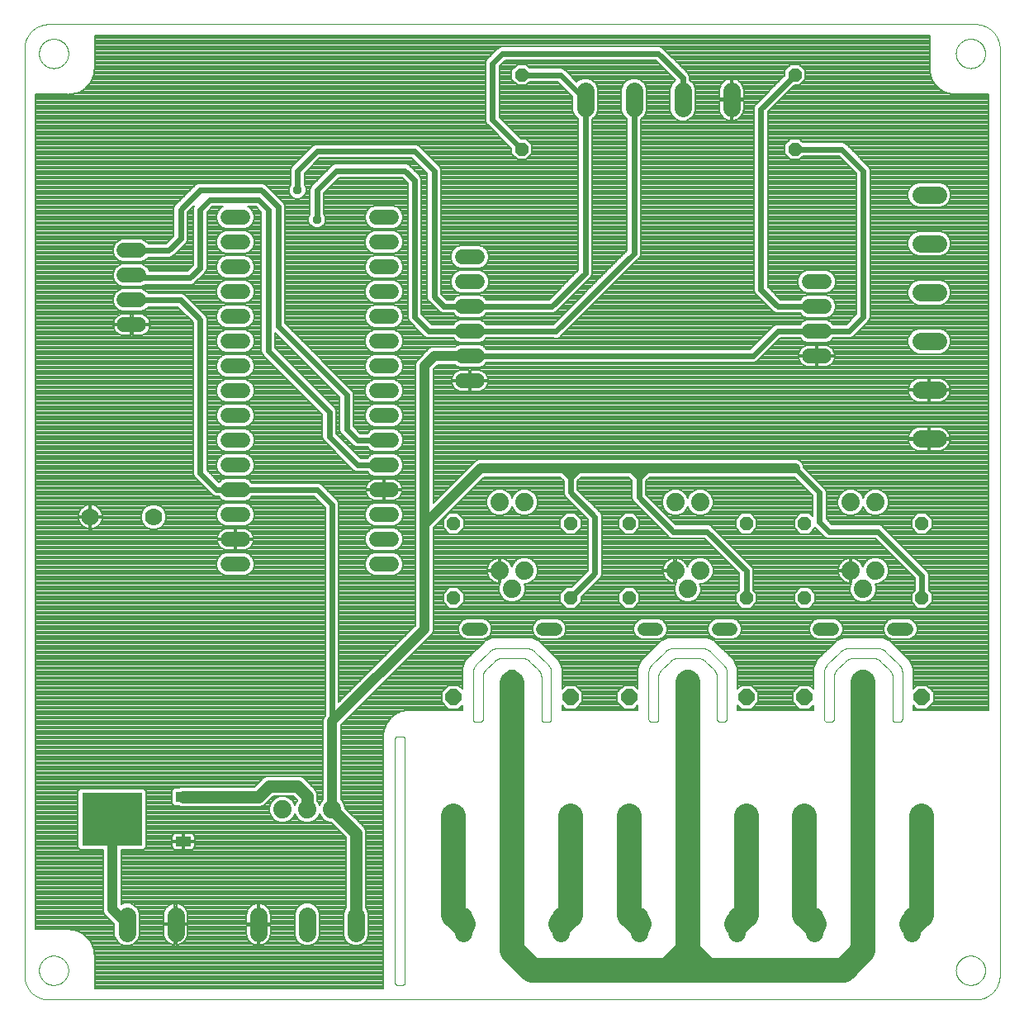
<source format=gtl>
G75*
%MOIN*%
%OFA0B0*%
%FSLAX25Y25*%
%IPPOS*%
%LPD*%
%AMOC8*
5,1,8,0,0,1.08239X$1,22.5*
%
%ADD10C,0.00000*%
%ADD11C,0.07050*%
%ADD12C,0.06000*%
%ADD13OC8,0.05200*%
%ADD14C,0.07000*%
%ADD15C,0.07400*%
%ADD16OC8,0.06496*%
%ADD17C,0.05200*%
%ADD18R,0.24409X0.21260*%
%ADD19R,0.06299X0.03937*%
%ADD20C,0.00800*%
%ADD21C,0.02400*%
%ADD22C,0.03765*%
%ADD23C,0.04000*%
%ADD24C,0.05000*%
%ADD25C,0.10000*%
D10*
X0119641Y0101453D02*
X0119641Y0475469D01*
X0119644Y0475707D01*
X0119652Y0475945D01*
X0119667Y0476182D01*
X0119687Y0476419D01*
X0119713Y0476655D01*
X0119744Y0476891D01*
X0119781Y0477126D01*
X0119824Y0477360D01*
X0119873Y0477593D01*
X0119927Y0477825D01*
X0119987Y0478055D01*
X0120052Y0478284D01*
X0120123Y0478511D01*
X0120199Y0478736D01*
X0120281Y0478959D01*
X0120368Y0479181D01*
X0120460Y0479400D01*
X0120558Y0479617D01*
X0120660Y0479831D01*
X0120768Y0480043D01*
X0120882Y0480253D01*
X0121000Y0480459D01*
X0121123Y0480663D01*
X0121251Y0480863D01*
X0121383Y0481060D01*
X0121521Y0481255D01*
X0121663Y0481445D01*
X0121810Y0481633D01*
X0121961Y0481816D01*
X0122116Y0481996D01*
X0122276Y0482172D01*
X0122440Y0482344D01*
X0122609Y0482513D01*
X0122781Y0482677D01*
X0122957Y0482837D01*
X0123137Y0482992D01*
X0123320Y0483143D01*
X0123508Y0483290D01*
X0123698Y0483432D01*
X0123893Y0483570D01*
X0124090Y0483702D01*
X0124290Y0483830D01*
X0124494Y0483953D01*
X0124700Y0484071D01*
X0124910Y0484185D01*
X0125122Y0484293D01*
X0125336Y0484395D01*
X0125553Y0484493D01*
X0125772Y0484585D01*
X0125994Y0484672D01*
X0126217Y0484754D01*
X0126442Y0484830D01*
X0126669Y0484901D01*
X0126898Y0484966D01*
X0127128Y0485026D01*
X0127360Y0485080D01*
X0127593Y0485129D01*
X0127827Y0485172D01*
X0128062Y0485209D01*
X0128298Y0485240D01*
X0128534Y0485266D01*
X0128771Y0485286D01*
X0129008Y0485301D01*
X0129246Y0485309D01*
X0129484Y0485312D01*
X0129484Y0485311D02*
X0503499Y0485311D01*
X0503499Y0485312D02*
X0503737Y0485309D01*
X0503975Y0485301D01*
X0504212Y0485286D01*
X0504449Y0485266D01*
X0504685Y0485240D01*
X0504921Y0485209D01*
X0505156Y0485172D01*
X0505390Y0485129D01*
X0505623Y0485080D01*
X0505855Y0485026D01*
X0506085Y0484966D01*
X0506314Y0484901D01*
X0506541Y0484830D01*
X0506766Y0484754D01*
X0506989Y0484672D01*
X0507211Y0484585D01*
X0507430Y0484493D01*
X0507647Y0484395D01*
X0507861Y0484293D01*
X0508073Y0484185D01*
X0508283Y0484071D01*
X0508489Y0483953D01*
X0508693Y0483830D01*
X0508893Y0483702D01*
X0509090Y0483570D01*
X0509285Y0483432D01*
X0509475Y0483290D01*
X0509663Y0483143D01*
X0509846Y0482992D01*
X0510026Y0482837D01*
X0510202Y0482677D01*
X0510374Y0482513D01*
X0510543Y0482344D01*
X0510707Y0482172D01*
X0510867Y0481996D01*
X0511022Y0481816D01*
X0511173Y0481633D01*
X0511320Y0481445D01*
X0511462Y0481255D01*
X0511600Y0481060D01*
X0511732Y0480863D01*
X0511860Y0480663D01*
X0511983Y0480459D01*
X0512101Y0480253D01*
X0512215Y0480043D01*
X0512323Y0479831D01*
X0512425Y0479617D01*
X0512523Y0479400D01*
X0512615Y0479181D01*
X0512702Y0478959D01*
X0512784Y0478736D01*
X0512860Y0478511D01*
X0512931Y0478284D01*
X0512996Y0478055D01*
X0513056Y0477825D01*
X0513110Y0477593D01*
X0513159Y0477360D01*
X0513202Y0477126D01*
X0513239Y0476891D01*
X0513270Y0476655D01*
X0513296Y0476419D01*
X0513316Y0476182D01*
X0513331Y0475945D01*
X0513339Y0475707D01*
X0513342Y0475469D01*
X0513342Y0101453D01*
X0513339Y0101215D01*
X0513331Y0100977D01*
X0513316Y0100740D01*
X0513296Y0100503D01*
X0513270Y0100267D01*
X0513239Y0100031D01*
X0513202Y0099796D01*
X0513159Y0099562D01*
X0513110Y0099329D01*
X0513056Y0099097D01*
X0512996Y0098867D01*
X0512931Y0098638D01*
X0512860Y0098411D01*
X0512784Y0098186D01*
X0512702Y0097963D01*
X0512615Y0097741D01*
X0512523Y0097522D01*
X0512425Y0097305D01*
X0512323Y0097091D01*
X0512215Y0096879D01*
X0512101Y0096669D01*
X0511983Y0096463D01*
X0511860Y0096259D01*
X0511732Y0096059D01*
X0511600Y0095862D01*
X0511462Y0095667D01*
X0511320Y0095477D01*
X0511173Y0095289D01*
X0511022Y0095106D01*
X0510867Y0094926D01*
X0510707Y0094750D01*
X0510543Y0094578D01*
X0510374Y0094409D01*
X0510202Y0094245D01*
X0510026Y0094085D01*
X0509846Y0093930D01*
X0509663Y0093779D01*
X0509475Y0093632D01*
X0509285Y0093490D01*
X0509090Y0093352D01*
X0508893Y0093220D01*
X0508693Y0093092D01*
X0508489Y0092969D01*
X0508283Y0092851D01*
X0508073Y0092737D01*
X0507861Y0092629D01*
X0507647Y0092527D01*
X0507430Y0092429D01*
X0507211Y0092337D01*
X0506989Y0092250D01*
X0506766Y0092168D01*
X0506541Y0092092D01*
X0506314Y0092021D01*
X0506085Y0091956D01*
X0505855Y0091896D01*
X0505623Y0091842D01*
X0505390Y0091793D01*
X0505156Y0091750D01*
X0504921Y0091713D01*
X0504685Y0091682D01*
X0504449Y0091656D01*
X0504212Y0091636D01*
X0503975Y0091621D01*
X0503737Y0091613D01*
X0503499Y0091610D01*
X0129484Y0091610D01*
X0129246Y0091613D01*
X0129008Y0091621D01*
X0128771Y0091636D01*
X0128534Y0091656D01*
X0128298Y0091682D01*
X0128062Y0091713D01*
X0127827Y0091750D01*
X0127593Y0091793D01*
X0127360Y0091842D01*
X0127128Y0091896D01*
X0126898Y0091956D01*
X0126669Y0092021D01*
X0126442Y0092092D01*
X0126217Y0092168D01*
X0125994Y0092250D01*
X0125772Y0092337D01*
X0125553Y0092429D01*
X0125336Y0092527D01*
X0125122Y0092629D01*
X0124910Y0092737D01*
X0124700Y0092851D01*
X0124494Y0092969D01*
X0124290Y0093092D01*
X0124090Y0093220D01*
X0123893Y0093352D01*
X0123698Y0093490D01*
X0123508Y0093632D01*
X0123320Y0093779D01*
X0123137Y0093930D01*
X0122957Y0094085D01*
X0122781Y0094245D01*
X0122609Y0094409D01*
X0122440Y0094578D01*
X0122276Y0094750D01*
X0122116Y0094926D01*
X0121961Y0095106D01*
X0121810Y0095289D01*
X0121663Y0095477D01*
X0121521Y0095667D01*
X0121383Y0095862D01*
X0121251Y0096059D01*
X0121123Y0096259D01*
X0121000Y0096463D01*
X0120882Y0096669D01*
X0120768Y0096879D01*
X0120660Y0097091D01*
X0120558Y0097305D01*
X0120460Y0097522D01*
X0120368Y0097741D01*
X0120281Y0097963D01*
X0120199Y0098186D01*
X0120123Y0098411D01*
X0120052Y0098638D01*
X0119987Y0098867D01*
X0119927Y0099097D01*
X0119873Y0099329D01*
X0119824Y0099562D01*
X0119781Y0099796D01*
X0119744Y0100031D01*
X0119713Y0100267D01*
X0119687Y0100503D01*
X0119667Y0100740D01*
X0119652Y0100977D01*
X0119644Y0101215D01*
X0119641Y0101453D01*
X0125546Y0103421D02*
X0125548Y0103574D01*
X0125554Y0103728D01*
X0125564Y0103881D01*
X0125578Y0104033D01*
X0125596Y0104186D01*
X0125618Y0104337D01*
X0125643Y0104488D01*
X0125673Y0104639D01*
X0125707Y0104789D01*
X0125744Y0104937D01*
X0125785Y0105085D01*
X0125830Y0105231D01*
X0125879Y0105377D01*
X0125932Y0105521D01*
X0125988Y0105663D01*
X0126048Y0105804D01*
X0126112Y0105944D01*
X0126179Y0106082D01*
X0126250Y0106218D01*
X0126325Y0106352D01*
X0126402Y0106484D01*
X0126484Y0106614D01*
X0126568Y0106742D01*
X0126656Y0106868D01*
X0126747Y0106991D01*
X0126841Y0107112D01*
X0126939Y0107230D01*
X0127039Y0107346D01*
X0127143Y0107459D01*
X0127249Y0107570D01*
X0127358Y0107678D01*
X0127470Y0107783D01*
X0127584Y0107884D01*
X0127702Y0107983D01*
X0127821Y0108079D01*
X0127943Y0108172D01*
X0128068Y0108261D01*
X0128195Y0108348D01*
X0128324Y0108430D01*
X0128455Y0108510D01*
X0128588Y0108586D01*
X0128723Y0108659D01*
X0128860Y0108728D01*
X0128999Y0108793D01*
X0129139Y0108855D01*
X0129281Y0108913D01*
X0129424Y0108968D01*
X0129569Y0109019D01*
X0129715Y0109066D01*
X0129862Y0109109D01*
X0130010Y0109148D01*
X0130159Y0109184D01*
X0130309Y0109215D01*
X0130460Y0109243D01*
X0130611Y0109267D01*
X0130764Y0109287D01*
X0130916Y0109303D01*
X0131069Y0109315D01*
X0131222Y0109323D01*
X0131375Y0109327D01*
X0131529Y0109327D01*
X0131682Y0109323D01*
X0131835Y0109315D01*
X0131988Y0109303D01*
X0132140Y0109287D01*
X0132293Y0109267D01*
X0132444Y0109243D01*
X0132595Y0109215D01*
X0132745Y0109184D01*
X0132894Y0109148D01*
X0133042Y0109109D01*
X0133189Y0109066D01*
X0133335Y0109019D01*
X0133480Y0108968D01*
X0133623Y0108913D01*
X0133765Y0108855D01*
X0133905Y0108793D01*
X0134044Y0108728D01*
X0134181Y0108659D01*
X0134316Y0108586D01*
X0134449Y0108510D01*
X0134580Y0108430D01*
X0134709Y0108348D01*
X0134836Y0108261D01*
X0134961Y0108172D01*
X0135083Y0108079D01*
X0135202Y0107983D01*
X0135320Y0107884D01*
X0135434Y0107783D01*
X0135546Y0107678D01*
X0135655Y0107570D01*
X0135761Y0107459D01*
X0135865Y0107346D01*
X0135965Y0107230D01*
X0136063Y0107112D01*
X0136157Y0106991D01*
X0136248Y0106868D01*
X0136336Y0106742D01*
X0136420Y0106614D01*
X0136502Y0106484D01*
X0136579Y0106352D01*
X0136654Y0106218D01*
X0136725Y0106082D01*
X0136792Y0105944D01*
X0136856Y0105804D01*
X0136916Y0105663D01*
X0136972Y0105521D01*
X0137025Y0105377D01*
X0137074Y0105231D01*
X0137119Y0105085D01*
X0137160Y0104937D01*
X0137197Y0104789D01*
X0137231Y0104639D01*
X0137261Y0104488D01*
X0137286Y0104337D01*
X0137308Y0104186D01*
X0137326Y0104033D01*
X0137340Y0103881D01*
X0137350Y0103728D01*
X0137356Y0103574D01*
X0137358Y0103421D01*
X0137356Y0103268D01*
X0137350Y0103114D01*
X0137340Y0102961D01*
X0137326Y0102809D01*
X0137308Y0102656D01*
X0137286Y0102505D01*
X0137261Y0102354D01*
X0137231Y0102203D01*
X0137197Y0102053D01*
X0137160Y0101905D01*
X0137119Y0101757D01*
X0137074Y0101611D01*
X0137025Y0101465D01*
X0136972Y0101321D01*
X0136916Y0101179D01*
X0136856Y0101038D01*
X0136792Y0100898D01*
X0136725Y0100760D01*
X0136654Y0100624D01*
X0136579Y0100490D01*
X0136502Y0100358D01*
X0136420Y0100228D01*
X0136336Y0100100D01*
X0136248Y0099974D01*
X0136157Y0099851D01*
X0136063Y0099730D01*
X0135965Y0099612D01*
X0135865Y0099496D01*
X0135761Y0099383D01*
X0135655Y0099272D01*
X0135546Y0099164D01*
X0135434Y0099059D01*
X0135320Y0098958D01*
X0135202Y0098859D01*
X0135083Y0098763D01*
X0134961Y0098670D01*
X0134836Y0098581D01*
X0134709Y0098494D01*
X0134580Y0098412D01*
X0134449Y0098332D01*
X0134316Y0098256D01*
X0134181Y0098183D01*
X0134044Y0098114D01*
X0133905Y0098049D01*
X0133765Y0097987D01*
X0133623Y0097929D01*
X0133480Y0097874D01*
X0133335Y0097823D01*
X0133189Y0097776D01*
X0133042Y0097733D01*
X0132894Y0097694D01*
X0132745Y0097658D01*
X0132595Y0097627D01*
X0132444Y0097599D01*
X0132293Y0097575D01*
X0132140Y0097555D01*
X0131988Y0097539D01*
X0131835Y0097527D01*
X0131682Y0097519D01*
X0131529Y0097515D01*
X0131375Y0097515D01*
X0131222Y0097519D01*
X0131069Y0097527D01*
X0130916Y0097539D01*
X0130764Y0097555D01*
X0130611Y0097575D01*
X0130460Y0097599D01*
X0130309Y0097627D01*
X0130159Y0097658D01*
X0130010Y0097694D01*
X0129862Y0097733D01*
X0129715Y0097776D01*
X0129569Y0097823D01*
X0129424Y0097874D01*
X0129281Y0097929D01*
X0129139Y0097987D01*
X0128999Y0098049D01*
X0128860Y0098114D01*
X0128723Y0098183D01*
X0128588Y0098256D01*
X0128455Y0098332D01*
X0128324Y0098412D01*
X0128195Y0098494D01*
X0128068Y0098581D01*
X0127943Y0098670D01*
X0127821Y0098763D01*
X0127702Y0098859D01*
X0127584Y0098958D01*
X0127470Y0099059D01*
X0127358Y0099164D01*
X0127249Y0099272D01*
X0127143Y0099383D01*
X0127039Y0099496D01*
X0126939Y0099612D01*
X0126841Y0099730D01*
X0126747Y0099851D01*
X0126656Y0099974D01*
X0126568Y0100100D01*
X0126484Y0100228D01*
X0126402Y0100358D01*
X0126325Y0100490D01*
X0126250Y0100624D01*
X0126179Y0100760D01*
X0126112Y0100898D01*
X0126048Y0101038D01*
X0125988Y0101179D01*
X0125932Y0101321D01*
X0125879Y0101465D01*
X0125830Y0101611D01*
X0125785Y0101757D01*
X0125744Y0101905D01*
X0125707Y0102053D01*
X0125673Y0102203D01*
X0125643Y0102354D01*
X0125618Y0102505D01*
X0125596Y0102656D01*
X0125578Y0102809D01*
X0125564Y0102961D01*
X0125554Y0103114D01*
X0125548Y0103268D01*
X0125546Y0103421D01*
X0269247Y0098516D02*
X0269247Y0196909D01*
X0269249Y0196969D01*
X0269254Y0197030D01*
X0269263Y0197089D01*
X0269276Y0197148D01*
X0269292Y0197207D01*
X0269312Y0197264D01*
X0269335Y0197319D01*
X0269362Y0197374D01*
X0269391Y0197426D01*
X0269424Y0197477D01*
X0269460Y0197526D01*
X0269498Y0197572D01*
X0269540Y0197616D01*
X0269584Y0197658D01*
X0269630Y0197696D01*
X0269679Y0197732D01*
X0269730Y0197765D01*
X0269782Y0197794D01*
X0269837Y0197821D01*
X0269892Y0197844D01*
X0269949Y0197864D01*
X0270008Y0197880D01*
X0270067Y0197893D01*
X0270126Y0197902D01*
X0270187Y0197907D01*
X0270247Y0197909D01*
X0272184Y0197909D01*
X0272244Y0197907D01*
X0272305Y0197902D01*
X0272364Y0197893D01*
X0272423Y0197880D01*
X0272482Y0197864D01*
X0272539Y0197844D01*
X0272594Y0197821D01*
X0272649Y0197794D01*
X0272701Y0197765D01*
X0272752Y0197732D01*
X0272801Y0197696D01*
X0272847Y0197658D01*
X0272891Y0197616D01*
X0272933Y0197572D01*
X0272971Y0197526D01*
X0273007Y0197477D01*
X0273040Y0197426D01*
X0273069Y0197374D01*
X0273096Y0197319D01*
X0273119Y0197264D01*
X0273139Y0197207D01*
X0273155Y0197148D01*
X0273168Y0197089D01*
X0273177Y0197030D01*
X0273182Y0196969D01*
X0273184Y0196909D01*
X0273184Y0098516D01*
X0273182Y0098456D01*
X0273177Y0098395D01*
X0273168Y0098336D01*
X0273155Y0098277D01*
X0273139Y0098218D01*
X0273119Y0098161D01*
X0273096Y0098106D01*
X0273069Y0098051D01*
X0273040Y0097999D01*
X0273007Y0097948D01*
X0272971Y0097899D01*
X0272933Y0097853D01*
X0272891Y0097809D01*
X0272847Y0097767D01*
X0272801Y0097729D01*
X0272752Y0097693D01*
X0272701Y0097660D01*
X0272649Y0097631D01*
X0272594Y0097604D01*
X0272539Y0097581D01*
X0272482Y0097561D01*
X0272423Y0097545D01*
X0272364Y0097532D01*
X0272305Y0097523D01*
X0272244Y0097518D01*
X0272184Y0097516D01*
X0270247Y0097516D01*
X0270187Y0097518D01*
X0270126Y0097523D01*
X0270067Y0097532D01*
X0270008Y0097545D01*
X0269949Y0097561D01*
X0269892Y0097581D01*
X0269837Y0097604D01*
X0269782Y0097631D01*
X0269730Y0097660D01*
X0269679Y0097693D01*
X0269630Y0097729D01*
X0269584Y0097767D01*
X0269540Y0097809D01*
X0269498Y0097853D01*
X0269460Y0097899D01*
X0269424Y0097948D01*
X0269391Y0097999D01*
X0269362Y0098051D01*
X0269335Y0098106D01*
X0269312Y0098161D01*
X0269292Y0098218D01*
X0269276Y0098277D01*
X0269263Y0098336D01*
X0269254Y0098395D01*
X0269249Y0098456D01*
X0269247Y0098516D01*
X0301743Y0203815D02*
X0303680Y0203815D01*
X0303740Y0203817D01*
X0303801Y0203822D01*
X0303860Y0203831D01*
X0303919Y0203844D01*
X0303978Y0203860D01*
X0304035Y0203880D01*
X0304090Y0203903D01*
X0304145Y0203930D01*
X0304197Y0203959D01*
X0304248Y0203992D01*
X0304297Y0204028D01*
X0304343Y0204066D01*
X0304387Y0204108D01*
X0304429Y0204152D01*
X0304467Y0204198D01*
X0304503Y0204247D01*
X0304536Y0204298D01*
X0304565Y0204350D01*
X0304592Y0204405D01*
X0304615Y0204460D01*
X0304635Y0204517D01*
X0304651Y0204576D01*
X0304664Y0204635D01*
X0304673Y0204694D01*
X0304678Y0204755D01*
X0304680Y0204815D01*
X0304680Y0221869D01*
X0300743Y0223838D02*
X0300745Y0223962D01*
X0300751Y0224085D01*
X0300760Y0224209D01*
X0300774Y0224331D01*
X0300791Y0224454D01*
X0300813Y0224576D01*
X0300838Y0224697D01*
X0300867Y0224817D01*
X0300899Y0224936D01*
X0300936Y0225055D01*
X0300976Y0225172D01*
X0301019Y0225287D01*
X0301067Y0225402D01*
X0301118Y0225514D01*
X0301172Y0225625D01*
X0301230Y0225735D01*
X0301291Y0225842D01*
X0301356Y0225948D01*
X0301424Y0226051D01*
X0301495Y0226152D01*
X0301569Y0226251D01*
X0301646Y0226348D01*
X0301727Y0226442D01*
X0301810Y0226533D01*
X0301896Y0226622D01*
X0301897Y0226622D02*
X0307464Y0232189D01*
X0310248Y0233343D02*
X0322735Y0233343D01*
X0325519Y0232189D02*
X0331086Y0226622D01*
X0332239Y0223838D02*
X0332239Y0204815D01*
X0332237Y0204755D01*
X0332232Y0204694D01*
X0332223Y0204635D01*
X0332210Y0204576D01*
X0332194Y0204517D01*
X0332174Y0204460D01*
X0332151Y0204405D01*
X0332124Y0204350D01*
X0332095Y0204298D01*
X0332062Y0204247D01*
X0332026Y0204198D01*
X0331988Y0204152D01*
X0331946Y0204108D01*
X0331902Y0204066D01*
X0331856Y0204028D01*
X0331807Y0203992D01*
X0331756Y0203959D01*
X0331704Y0203930D01*
X0331649Y0203903D01*
X0331594Y0203880D01*
X0331537Y0203860D01*
X0331478Y0203844D01*
X0331419Y0203831D01*
X0331360Y0203822D01*
X0331299Y0203817D01*
X0331239Y0203815D01*
X0329302Y0203815D01*
X0329242Y0203817D01*
X0329181Y0203822D01*
X0329122Y0203831D01*
X0329063Y0203844D01*
X0329004Y0203860D01*
X0328947Y0203880D01*
X0328892Y0203903D01*
X0328837Y0203930D01*
X0328785Y0203959D01*
X0328734Y0203992D01*
X0328685Y0204028D01*
X0328639Y0204066D01*
X0328595Y0204108D01*
X0328553Y0204152D01*
X0328515Y0204198D01*
X0328479Y0204247D01*
X0328446Y0204298D01*
X0328417Y0204350D01*
X0328390Y0204405D01*
X0328367Y0204460D01*
X0328347Y0204517D01*
X0328331Y0204576D01*
X0328318Y0204635D01*
X0328309Y0204694D01*
X0328304Y0204755D01*
X0328302Y0204815D01*
X0328302Y0221869D01*
X0332239Y0223838D02*
X0332237Y0223962D01*
X0332231Y0224085D01*
X0332222Y0224209D01*
X0332208Y0224331D01*
X0332191Y0224454D01*
X0332169Y0224576D01*
X0332144Y0224697D01*
X0332115Y0224817D01*
X0332083Y0224936D01*
X0332046Y0225055D01*
X0332006Y0225172D01*
X0331963Y0225287D01*
X0331915Y0225402D01*
X0331864Y0225514D01*
X0331810Y0225625D01*
X0331752Y0225735D01*
X0331691Y0225842D01*
X0331626Y0225948D01*
X0331558Y0226051D01*
X0331487Y0226152D01*
X0331413Y0226251D01*
X0331336Y0226348D01*
X0331255Y0226442D01*
X0331172Y0226533D01*
X0331086Y0226622D01*
X0327149Y0224653D02*
X0323550Y0228252D01*
X0325519Y0232190D02*
X0325430Y0232276D01*
X0325339Y0232359D01*
X0325245Y0232440D01*
X0325148Y0232517D01*
X0325049Y0232591D01*
X0324948Y0232662D01*
X0324845Y0232730D01*
X0324739Y0232795D01*
X0324632Y0232856D01*
X0324522Y0232914D01*
X0324411Y0232968D01*
X0324299Y0233019D01*
X0324184Y0233067D01*
X0324069Y0233110D01*
X0323952Y0233150D01*
X0323833Y0233187D01*
X0323714Y0233219D01*
X0323594Y0233248D01*
X0323473Y0233273D01*
X0323351Y0233295D01*
X0323228Y0233312D01*
X0323106Y0233326D01*
X0322982Y0233335D01*
X0322859Y0233341D01*
X0322735Y0233343D01*
X0320766Y0229406D02*
X0312217Y0229406D01*
X0310248Y0233343D02*
X0310124Y0233341D01*
X0310001Y0233335D01*
X0309877Y0233326D01*
X0309755Y0233312D01*
X0309632Y0233295D01*
X0309510Y0233273D01*
X0309389Y0233248D01*
X0309269Y0233219D01*
X0309150Y0233187D01*
X0309031Y0233150D01*
X0308914Y0233110D01*
X0308799Y0233067D01*
X0308684Y0233019D01*
X0308572Y0232968D01*
X0308461Y0232914D01*
X0308351Y0232856D01*
X0308244Y0232795D01*
X0308138Y0232730D01*
X0308035Y0232662D01*
X0307934Y0232591D01*
X0307835Y0232517D01*
X0307738Y0232440D01*
X0307644Y0232359D01*
X0307553Y0232276D01*
X0307464Y0232190D01*
X0309433Y0228252D02*
X0305834Y0224653D01*
X0305833Y0224653D02*
X0305747Y0224564D01*
X0305664Y0224473D01*
X0305583Y0224379D01*
X0305506Y0224282D01*
X0305432Y0224183D01*
X0305361Y0224082D01*
X0305293Y0223979D01*
X0305228Y0223873D01*
X0305167Y0223766D01*
X0305109Y0223656D01*
X0305055Y0223545D01*
X0305004Y0223433D01*
X0304956Y0223318D01*
X0304913Y0223203D01*
X0304873Y0223086D01*
X0304836Y0222967D01*
X0304804Y0222848D01*
X0304775Y0222728D01*
X0304750Y0222607D01*
X0304728Y0222485D01*
X0304711Y0222362D01*
X0304697Y0222240D01*
X0304688Y0222116D01*
X0304682Y0221993D01*
X0304680Y0221869D01*
X0300743Y0223838D02*
X0300743Y0204815D01*
X0300745Y0204755D01*
X0300750Y0204694D01*
X0300759Y0204635D01*
X0300772Y0204576D01*
X0300788Y0204517D01*
X0300808Y0204460D01*
X0300831Y0204405D01*
X0300858Y0204350D01*
X0300887Y0204298D01*
X0300920Y0204247D01*
X0300956Y0204198D01*
X0300994Y0204152D01*
X0301036Y0204108D01*
X0301080Y0204066D01*
X0301126Y0204028D01*
X0301175Y0203992D01*
X0301226Y0203959D01*
X0301278Y0203930D01*
X0301333Y0203903D01*
X0301388Y0203880D01*
X0301445Y0203860D01*
X0301504Y0203844D01*
X0301563Y0203831D01*
X0301622Y0203822D01*
X0301683Y0203817D01*
X0301743Y0203815D01*
X0309433Y0228253D02*
X0309522Y0228339D01*
X0309613Y0228422D01*
X0309707Y0228503D01*
X0309804Y0228580D01*
X0309903Y0228654D01*
X0310004Y0228725D01*
X0310107Y0228793D01*
X0310213Y0228858D01*
X0310320Y0228919D01*
X0310430Y0228977D01*
X0310541Y0229031D01*
X0310653Y0229082D01*
X0310768Y0229130D01*
X0310883Y0229173D01*
X0311000Y0229213D01*
X0311119Y0229250D01*
X0311238Y0229282D01*
X0311358Y0229311D01*
X0311479Y0229336D01*
X0311601Y0229358D01*
X0311724Y0229375D01*
X0311846Y0229389D01*
X0311970Y0229398D01*
X0312093Y0229404D01*
X0312217Y0229406D01*
X0320766Y0229406D02*
X0320890Y0229404D01*
X0321013Y0229398D01*
X0321137Y0229389D01*
X0321259Y0229375D01*
X0321382Y0229358D01*
X0321504Y0229336D01*
X0321625Y0229311D01*
X0321745Y0229282D01*
X0321864Y0229250D01*
X0321983Y0229213D01*
X0322100Y0229173D01*
X0322215Y0229130D01*
X0322330Y0229082D01*
X0322442Y0229031D01*
X0322553Y0228977D01*
X0322663Y0228919D01*
X0322770Y0228858D01*
X0322876Y0228793D01*
X0322979Y0228725D01*
X0323080Y0228654D01*
X0323179Y0228580D01*
X0323276Y0228503D01*
X0323370Y0228422D01*
X0323461Y0228339D01*
X0323550Y0228253D01*
X0327149Y0224653D02*
X0327235Y0224564D01*
X0327318Y0224473D01*
X0327399Y0224379D01*
X0327476Y0224282D01*
X0327550Y0224183D01*
X0327621Y0224082D01*
X0327689Y0223979D01*
X0327754Y0223873D01*
X0327815Y0223766D01*
X0327873Y0223656D01*
X0327927Y0223545D01*
X0327978Y0223433D01*
X0328026Y0223318D01*
X0328069Y0223203D01*
X0328109Y0223086D01*
X0328146Y0222967D01*
X0328178Y0222848D01*
X0328207Y0222728D01*
X0328232Y0222607D01*
X0328254Y0222485D01*
X0328271Y0222362D01*
X0328285Y0222240D01*
X0328294Y0222116D01*
X0328300Y0221993D01*
X0328302Y0221869D01*
X0371610Y0223838D02*
X0371610Y0204815D01*
X0371612Y0204755D01*
X0371617Y0204694D01*
X0371626Y0204635D01*
X0371639Y0204576D01*
X0371655Y0204517D01*
X0371675Y0204460D01*
X0371698Y0204405D01*
X0371725Y0204350D01*
X0371754Y0204298D01*
X0371787Y0204247D01*
X0371823Y0204198D01*
X0371861Y0204152D01*
X0371903Y0204108D01*
X0371947Y0204066D01*
X0371993Y0204028D01*
X0372042Y0203992D01*
X0372093Y0203959D01*
X0372145Y0203930D01*
X0372200Y0203903D01*
X0372255Y0203880D01*
X0372312Y0203860D01*
X0372371Y0203844D01*
X0372430Y0203831D01*
X0372489Y0203822D01*
X0372550Y0203817D01*
X0372610Y0203815D01*
X0374547Y0203815D01*
X0374607Y0203817D01*
X0374668Y0203822D01*
X0374727Y0203831D01*
X0374786Y0203844D01*
X0374845Y0203860D01*
X0374902Y0203880D01*
X0374957Y0203903D01*
X0375012Y0203930D01*
X0375064Y0203959D01*
X0375115Y0203992D01*
X0375164Y0204028D01*
X0375210Y0204066D01*
X0375254Y0204108D01*
X0375296Y0204152D01*
X0375334Y0204198D01*
X0375370Y0204247D01*
X0375403Y0204298D01*
X0375432Y0204350D01*
X0375459Y0204405D01*
X0375482Y0204460D01*
X0375502Y0204517D01*
X0375518Y0204576D01*
X0375531Y0204635D01*
X0375540Y0204694D01*
X0375545Y0204755D01*
X0375547Y0204815D01*
X0375547Y0221869D01*
X0371610Y0223838D02*
X0371612Y0223962D01*
X0371618Y0224085D01*
X0371627Y0224209D01*
X0371641Y0224331D01*
X0371658Y0224454D01*
X0371680Y0224576D01*
X0371705Y0224697D01*
X0371734Y0224817D01*
X0371766Y0224936D01*
X0371803Y0225055D01*
X0371843Y0225172D01*
X0371886Y0225287D01*
X0371934Y0225402D01*
X0371985Y0225514D01*
X0372039Y0225625D01*
X0372097Y0225735D01*
X0372158Y0225842D01*
X0372223Y0225948D01*
X0372291Y0226051D01*
X0372362Y0226152D01*
X0372436Y0226251D01*
X0372513Y0226348D01*
X0372594Y0226442D01*
X0372677Y0226533D01*
X0372763Y0226622D01*
X0378330Y0232189D01*
X0381114Y0233343D02*
X0393601Y0233343D01*
X0396385Y0232189D02*
X0401952Y0226622D01*
X0403106Y0223838D02*
X0403106Y0204815D01*
X0403104Y0204755D01*
X0403099Y0204694D01*
X0403090Y0204635D01*
X0403077Y0204576D01*
X0403061Y0204517D01*
X0403041Y0204460D01*
X0403018Y0204405D01*
X0402991Y0204350D01*
X0402962Y0204298D01*
X0402929Y0204247D01*
X0402893Y0204198D01*
X0402855Y0204152D01*
X0402813Y0204108D01*
X0402769Y0204066D01*
X0402723Y0204028D01*
X0402674Y0203992D01*
X0402623Y0203959D01*
X0402571Y0203930D01*
X0402516Y0203903D01*
X0402461Y0203880D01*
X0402404Y0203860D01*
X0402345Y0203844D01*
X0402286Y0203831D01*
X0402227Y0203822D01*
X0402166Y0203817D01*
X0402106Y0203815D01*
X0400169Y0203815D01*
X0400109Y0203817D01*
X0400048Y0203822D01*
X0399989Y0203831D01*
X0399930Y0203844D01*
X0399871Y0203860D01*
X0399814Y0203880D01*
X0399759Y0203903D01*
X0399704Y0203930D01*
X0399652Y0203959D01*
X0399601Y0203992D01*
X0399552Y0204028D01*
X0399506Y0204066D01*
X0399462Y0204108D01*
X0399420Y0204152D01*
X0399382Y0204198D01*
X0399346Y0204247D01*
X0399313Y0204298D01*
X0399284Y0204350D01*
X0399257Y0204405D01*
X0399234Y0204460D01*
X0399214Y0204517D01*
X0399198Y0204576D01*
X0399185Y0204635D01*
X0399176Y0204694D01*
X0399171Y0204755D01*
X0399169Y0204815D01*
X0399169Y0221869D01*
X0403106Y0223838D02*
X0403104Y0223962D01*
X0403098Y0224085D01*
X0403089Y0224209D01*
X0403075Y0224331D01*
X0403058Y0224454D01*
X0403036Y0224576D01*
X0403011Y0224697D01*
X0402982Y0224817D01*
X0402950Y0224936D01*
X0402913Y0225055D01*
X0402873Y0225172D01*
X0402830Y0225287D01*
X0402782Y0225402D01*
X0402731Y0225514D01*
X0402677Y0225625D01*
X0402619Y0225735D01*
X0402558Y0225842D01*
X0402493Y0225948D01*
X0402425Y0226051D01*
X0402354Y0226152D01*
X0402280Y0226251D01*
X0402203Y0226348D01*
X0402122Y0226442D01*
X0402039Y0226533D01*
X0401953Y0226622D01*
X0398015Y0224653D02*
X0394416Y0228252D01*
X0396385Y0232190D02*
X0396296Y0232276D01*
X0396205Y0232359D01*
X0396111Y0232440D01*
X0396014Y0232517D01*
X0395915Y0232591D01*
X0395814Y0232662D01*
X0395711Y0232730D01*
X0395605Y0232795D01*
X0395498Y0232856D01*
X0395388Y0232914D01*
X0395277Y0232968D01*
X0395165Y0233019D01*
X0395050Y0233067D01*
X0394935Y0233110D01*
X0394818Y0233150D01*
X0394699Y0233187D01*
X0394580Y0233219D01*
X0394460Y0233248D01*
X0394339Y0233273D01*
X0394217Y0233295D01*
X0394094Y0233312D01*
X0393972Y0233326D01*
X0393848Y0233335D01*
X0393725Y0233341D01*
X0393601Y0233343D01*
X0391632Y0229406D02*
X0383083Y0229406D01*
X0381114Y0233343D02*
X0380990Y0233341D01*
X0380867Y0233335D01*
X0380743Y0233326D01*
X0380621Y0233312D01*
X0380498Y0233295D01*
X0380376Y0233273D01*
X0380255Y0233248D01*
X0380135Y0233219D01*
X0380016Y0233187D01*
X0379897Y0233150D01*
X0379780Y0233110D01*
X0379665Y0233067D01*
X0379550Y0233019D01*
X0379438Y0232968D01*
X0379327Y0232914D01*
X0379217Y0232856D01*
X0379110Y0232795D01*
X0379004Y0232730D01*
X0378901Y0232662D01*
X0378800Y0232591D01*
X0378701Y0232517D01*
X0378604Y0232440D01*
X0378510Y0232359D01*
X0378419Y0232276D01*
X0378330Y0232190D01*
X0380299Y0228252D02*
X0376700Y0224653D01*
X0376614Y0224564D01*
X0376531Y0224473D01*
X0376450Y0224379D01*
X0376373Y0224282D01*
X0376299Y0224183D01*
X0376228Y0224082D01*
X0376160Y0223979D01*
X0376095Y0223873D01*
X0376034Y0223766D01*
X0375976Y0223656D01*
X0375922Y0223545D01*
X0375871Y0223433D01*
X0375823Y0223318D01*
X0375780Y0223203D01*
X0375740Y0223086D01*
X0375703Y0222967D01*
X0375671Y0222848D01*
X0375642Y0222728D01*
X0375617Y0222607D01*
X0375595Y0222485D01*
X0375578Y0222362D01*
X0375564Y0222240D01*
X0375555Y0222116D01*
X0375549Y0221993D01*
X0375547Y0221869D01*
X0380299Y0228253D02*
X0380388Y0228339D01*
X0380479Y0228422D01*
X0380573Y0228503D01*
X0380670Y0228580D01*
X0380769Y0228654D01*
X0380870Y0228725D01*
X0380973Y0228793D01*
X0381079Y0228858D01*
X0381186Y0228919D01*
X0381296Y0228977D01*
X0381407Y0229031D01*
X0381519Y0229082D01*
X0381634Y0229130D01*
X0381749Y0229173D01*
X0381866Y0229213D01*
X0381985Y0229250D01*
X0382104Y0229282D01*
X0382224Y0229311D01*
X0382345Y0229336D01*
X0382467Y0229358D01*
X0382590Y0229375D01*
X0382712Y0229389D01*
X0382836Y0229398D01*
X0382959Y0229404D01*
X0383083Y0229406D01*
X0391632Y0229406D02*
X0391756Y0229404D01*
X0391879Y0229398D01*
X0392003Y0229389D01*
X0392125Y0229375D01*
X0392248Y0229358D01*
X0392370Y0229336D01*
X0392491Y0229311D01*
X0392611Y0229282D01*
X0392730Y0229250D01*
X0392849Y0229213D01*
X0392966Y0229173D01*
X0393081Y0229130D01*
X0393196Y0229082D01*
X0393308Y0229031D01*
X0393419Y0228977D01*
X0393529Y0228919D01*
X0393636Y0228858D01*
X0393742Y0228793D01*
X0393845Y0228725D01*
X0393946Y0228654D01*
X0394045Y0228580D01*
X0394142Y0228503D01*
X0394236Y0228422D01*
X0394327Y0228339D01*
X0394416Y0228253D01*
X0398016Y0224653D02*
X0398102Y0224564D01*
X0398185Y0224473D01*
X0398266Y0224379D01*
X0398343Y0224282D01*
X0398417Y0224183D01*
X0398488Y0224082D01*
X0398556Y0223979D01*
X0398621Y0223873D01*
X0398682Y0223766D01*
X0398740Y0223656D01*
X0398794Y0223545D01*
X0398845Y0223433D01*
X0398893Y0223318D01*
X0398936Y0223203D01*
X0398976Y0223086D01*
X0399013Y0222967D01*
X0399045Y0222848D01*
X0399074Y0222728D01*
X0399099Y0222607D01*
X0399121Y0222485D01*
X0399138Y0222362D01*
X0399152Y0222240D01*
X0399161Y0222116D01*
X0399167Y0221993D01*
X0399169Y0221869D01*
X0442476Y0223838D02*
X0442476Y0204815D01*
X0442478Y0204755D01*
X0442483Y0204694D01*
X0442492Y0204635D01*
X0442505Y0204576D01*
X0442521Y0204517D01*
X0442541Y0204460D01*
X0442564Y0204405D01*
X0442591Y0204350D01*
X0442620Y0204298D01*
X0442653Y0204247D01*
X0442689Y0204198D01*
X0442727Y0204152D01*
X0442769Y0204108D01*
X0442813Y0204066D01*
X0442859Y0204028D01*
X0442908Y0203992D01*
X0442959Y0203959D01*
X0443011Y0203930D01*
X0443066Y0203903D01*
X0443121Y0203880D01*
X0443178Y0203860D01*
X0443237Y0203844D01*
X0443296Y0203831D01*
X0443355Y0203822D01*
X0443416Y0203817D01*
X0443476Y0203815D01*
X0445413Y0203815D01*
X0445473Y0203817D01*
X0445534Y0203822D01*
X0445593Y0203831D01*
X0445652Y0203844D01*
X0445711Y0203860D01*
X0445768Y0203880D01*
X0445823Y0203903D01*
X0445878Y0203930D01*
X0445930Y0203959D01*
X0445981Y0203992D01*
X0446030Y0204028D01*
X0446076Y0204066D01*
X0446120Y0204108D01*
X0446162Y0204152D01*
X0446200Y0204198D01*
X0446236Y0204247D01*
X0446269Y0204298D01*
X0446298Y0204350D01*
X0446325Y0204405D01*
X0446348Y0204460D01*
X0446368Y0204517D01*
X0446384Y0204576D01*
X0446397Y0204635D01*
X0446406Y0204694D01*
X0446411Y0204755D01*
X0446413Y0204815D01*
X0446413Y0221869D01*
X0442476Y0223838D02*
X0442478Y0223962D01*
X0442484Y0224085D01*
X0442493Y0224209D01*
X0442507Y0224331D01*
X0442524Y0224454D01*
X0442546Y0224576D01*
X0442571Y0224697D01*
X0442600Y0224817D01*
X0442632Y0224936D01*
X0442669Y0225055D01*
X0442709Y0225172D01*
X0442752Y0225287D01*
X0442800Y0225402D01*
X0442851Y0225514D01*
X0442905Y0225625D01*
X0442963Y0225735D01*
X0443024Y0225842D01*
X0443089Y0225948D01*
X0443157Y0226051D01*
X0443228Y0226152D01*
X0443302Y0226251D01*
X0443379Y0226348D01*
X0443460Y0226442D01*
X0443543Y0226533D01*
X0443629Y0226622D01*
X0449197Y0232189D01*
X0451980Y0233343D02*
X0464467Y0233343D01*
X0467251Y0232189D02*
X0472819Y0226622D01*
X0473972Y0223838D02*
X0473972Y0204815D01*
X0473970Y0204755D01*
X0473965Y0204694D01*
X0473956Y0204635D01*
X0473943Y0204576D01*
X0473927Y0204517D01*
X0473907Y0204460D01*
X0473884Y0204405D01*
X0473857Y0204350D01*
X0473828Y0204298D01*
X0473795Y0204247D01*
X0473759Y0204198D01*
X0473721Y0204152D01*
X0473679Y0204108D01*
X0473635Y0204066D01*
X0473589Y0204028D01*
X0473540Y0203992D01*
X0473489Y0203959D01*
X0473437Y0203930D01*
X0473382Y0203903D01*
X0473327Y0203880D01*
X0473270Y0203860D01*
X0473211Y0203844D01*
X0473152Y0203831D01*
X0473093Y0203822D01*
X0473032Y0203817D01*
X0472972Y0203815D01*
X0471035Y0203815D01*
X0470975Y0203817D01*
X0470914Y0203822D01*
X0470855Y0203831D01*
X0470796Y0203844D01*
X0470737Y0203860D01*
X0470680Y0203880D01*
X0470625Y0203903D01*
X0470570Y0203930D01*
X0470518Y0203959D01*
X0470467Y0203992D01*
X0470418Y0204028D01*
X0470372Y0204066D01*
X0470328Y0204108D01*
X0470286Y0204152D01*
X0470248Y0204198D01*
X0470212Y0204247D01*
X0470179Y0204298D01*
X0470150Y0204350D01*
X0470123Y0204405D01*
X0470100Y0204460D01*
X0470080Y0204517D01*
X0470064Y0204576D01*
X0470051Y0204635D01*
X0470042Y0204694D01*
X0470037Y0204755D01*
X0470035Y0204815D01*
X0470035Y0221869D01*
X0473972Y0223838D02*
X0473970Y0223962D01*
X0473964Y0224085D01*
X0473955Y0224209D01*
X0473941Y0224331D01*
X0473924Y0224454D01*
X0473902Y0224576D01*
X0473877Y0224697D01*
X0473848Y0224817D01*
X0473816Y0224936D01*
X0473779Y0225055D01*
X0473739Y0225172D01*
X0473696Y0225287D01*
X0473648Y0225402D01*
X0473597Y0225514D01*
X0473543Y0225625D01*
X0473485Y0225735D01*
X0473424Y0225842D01*
X0473359Y0225948D01*
X0473291Y0226051D01*
X0473220Y0226152D01*
X0473146Y0226251D01*
X0473069Y0226348D01*
X0472988Y0226442D01*
X0472905Y0226533D01*
X0472819Y0226622D01*
X0468882Y0224653D02*
X0465282Y0228252D01*
X0467251Y0232190D02*
X0467162Y0232276D01*
X0467071Y0232359D01*
X0466977Y0232440D01*
X0466880Y0232517D01*
X0466781Y0232591D01*
X0466680Y0232662D01*
X0466577Y0232730D01*
X0466471Y0232795D01*
X0466364Y0232856D01*
X0466254Y0232914D01*
X0466143Y0232968D01*
X0466031Y0233019D01*
X0465916Y0233067D01*
X0465801Y0233110D01*
X0465684Y0233150D01*
X0465565Y0233187D01*
X0465446Y0233219D01*
X0465326Y0233248D01*
X0465205Y0233273D01*
X0465083Y0233295D01*
X0464960Y0233312D01*
X0464838Y0233326D01*
X0464714Y0233335D01*
X0464591Y0233341D01*
X0464467Y0233343D01*
X0462498Y0229406D02*
X0453949Y0229406D01*
X0451980Y0233343D02*
X0451856Y0233341D01*
X0451733Y0233335D01*
X0451609Y0233326D01*
X0451487Y0233312D01*
X0451364Y0233295D01*
X0451242Y0233273D01*
X0451121Y0233248D01*
X0451001Y0233219D01*
X0450882Y0233187D01*
X0450763Y0233150D01*
X0450646Y0233110D01*
X0450531Y0233067D01*
X0450416Y0233019D01*
X0450304Y0232968D01*
X0450193Y0232914D01*
X0450083Y0232856D01*
X0449976Y0232795D01*
X0449870Y0232730D01*
X0449767Y0232662D01*
X0449666Y0232591D01*
X0449567Y0232517D01*
X0449470Y0232440D01*
X0449376Y0232359D01*
X0449285Y0232276D01*
X0449196Y0232190D01*
X0451165Y0228252D02*
X0447566Y0224653D01*
X0447480Y0224564D01*
X0447397Y0224473D01*
X0447316Y0224379D01*
X0447239Y0224282D01*
X0447165Y0224183D01*
X0447094Y0224082D01*
X0447026Y0223979D01*
X0446961Y0223873D01*
X0446900Y0223766D01*
X0446842Y0223656D01*
X0446788Y0223545D01*
X0446737Y0223433D01*
X0446689Y0223318D01*
X0446646Y0223203D01*
X0446606Y0223086D01*
X0446569Y0222967D01*
X0446537Y0222848D01*
X0446508Y0222728D01*
X0446483Y0222607D01*
X0446461Y0222485D01*
X0446444Y0222362D01*
X0446430Y0222240D01*
X0446421Y0222116D01*
X0446415Y0221993D01*
X0446413Y0221869D01*
X0451165Y0228253D02*
X0451254Y0228339D01*
X0451345Y0228422D01*
X0451439Y0228503D01*
X0451536Y0228580D01*
X0451635Y0228654D01*
X0451736Y0228725D01*
X0451839Y0228793D01*
X0451945Y0228858D01*
X0452052Y0228919D01*
X0452162Y0228977D01*
X0452273Y0229031D01*
X0452385Y0229082D01*
X0452500Y0229130D01*
X0452615Y0229173D01*
X0452732Y0229213D01*
X0452851Y0229250D01*
X0452970Y0229282D01*
X0453090Y0229311D01*
X0453211Y0229336D01*
X0453333Y0229358D01*
X0453456Y0229375D01*
X0453578Y0229389D01*
X0453702Y0229398D01*
X0453825Y0229404D01*
X0453949Y0229406D01*
X0462498Y0229406D02*
X0462622Y0229404D01*
X0462745Y0229398D01*
X0462869Y0229389D01*
X0462991Y0229375D01*
X0463114Y0229358D01*
X0463236Y0229336D01*
X0463357Y0229311D01*
X0463477Y0229282D01*
X0463596Y0229250D01*
X0463715Y0229213D01*
X0463832Y0229173D01*
X0463947Y0229130D01*
X0464062Y0229082D01*
X0464174Y0229031D01*
X0464285Y0228977D01*
X0464395Y0228919D01*
X0464502Y0228858D01*
X0464608Y0228793D01*
X0464711Y0228725D01*
X0464812Y0228654D01*
X0464911Y0228580D01*
X0465008Y0228503D01*
X0465102Y0228422D01*
X0465193Y0228339D01*
X0465282Y0228253D01*
X0468882Y0224653D02*
X0468968Y0224564D01*
X0469051Y0224473D01*
X0469132Y0224379D01*
X0469209Y0224282D01*
X0469283Y0224183D01*
X0469354Y0224082D01*
X0469422Y0223979D01*
X0469487Y0223873D01*
X0469548Y0223766D01*
X0469606Y0223656D01*
X0469660Y0223545D01*
X0469711Y0223433D01*
X0469759Y0223318D01*
X0469802Y0223203D01*
X0469842Y0223086D01*
X0469879Y0222967D01*
X0469911Y0222848D01*
X0469940Y0222728D01*
X0469965Y0222607D01*
X0469987Y0222485D01*
X0470004Y0222362D01*
X0470018Y0222240D01*
X0470027Y0222116D01*
X0470033Y0221993D01*
X0470035Y0221869D01*
X0495625Y0103421D02*
X0495627Y0103574D01*
X0495633Y0103728D01*
X0495643Y0103881D01*
X0495657Y0104033D01*
X0495675Y0104186D01*
X0495697Y0104337D01*
X0495722Y0104488D01*
X0495752Y0104639D01*
X0495786Y0104789D01*
X0495823Y0104937D01*
X0495864Y0105085D01*
X0495909Y0105231D01*
X0495958Y0105377D01*
X0496011Y0105521D01*
X0496067Y0105663D01*
X0496127Y0105804D01*
X0496191Y0105944D01*
X0496258Y0106082D01*
X0496329Y0106218D01*
X0496404Y0106352D01*
X0496481Y0106484D01*
X0496563Y0106614D01*
X0496647Y0106742D01*
X0496735Y0106868D01*
X0496826Y0106991D01*
X0496920Y0107112D01*
X0497018Y0107230D01*
X0497118Y0107346D01*
X0497222Y0107459D01*
X0497328Y0107570D01*
X0497437Y0107678D01*
X0497549Y0107783D01*
X0497663Y0107884D01*
X0497781Y0107983D01*
X0497900Y0108079D01*
X0498022Y0108172D01*
X0498147Y0108261D01*
X0498274Y0108348D01*
X0498403Y0108430D01*
X0498534Y0108510D01*
X0498667Y0108586D01*
X0498802Y0108659D01*
X0498939Y0108728D01*
X0499078Y0108793D01*
X0499218Y0108855D01*
X0499360Y0108913D01*
X0499503Y0108968D01*
X0499648Y0109019D01*
X0499794Y0109066D01*
X0499941Y0109109D01*
X0500089Y0109148D01*
X0500238Y0109184D01*
X0500388Y0109215D01*
X0500539Y0109243D01*
X0500690Y0109267D01*
X0500843Y0109287D01*
X0500995Y0109303D01*
X0501148Y0109315D01*
X0501301Y0109323D01*
X0501454Y0109327D01*
X0501608Y0109327D01*
X0501761Y0109323D01*
X0501914Y0109315D01*
X0502067Y0109303D01*
X0502219Y0109287D01*
X0502372Y0109267D01*
X0502523Y0109243D01*
X0502674Y0109215D01*
X0502824Y0109184D01*
X0502973Y0109148D01*
X0503121Y0109109D01*
X0503268Y0109066D01*
X0503414Y0109019D01*
X0503559Y0108968D01*
X0503702Y0108913D01*
X0503844Y0108855D01*
X0503984Y0108793D01*
X0504123Y0108728D01*
X0504260Y0108659D01*
X0504395Y0108586D01*
X0504528Y0108510D01*
X0504659Y0108430D01*
X0504788Y0108348D01*
X0504915Y0108261D01*
X0505040Y0108172D01*
X0505162Y0108079D01*
X0505281Y0107983D01*
X0505399Y0107884D01*
X0505513Y0107783D01*
X0505625Y0107678D01*
X0505734Y0107570D01*
X0505840Y0107459D01*
X0505944Y0107346D01*
X0506044Y0107230D01*
X0506142Y0107112D01*
X0506236Y0106991D01*
X0506327Y0106868D01*
X0506415Y0106742D01*
X0506499Y0106614D01*
X0506581Y0106484D01*
X0506658Y0106352D01*
X0506733Y0106218D01*
X0506804Y0106082D01*
X0506871Y0105944D01*
X0506935Y0105804D01*
X0506995Y0105663D01*
X0507051Y0105521D01*
X0507104Y0105377D01*
X0507153Y0105231D01*
X0507198Y0105085D01*
X0507239Y0104937D01*
X0507276Y0104789D01*
X0507310Y0104639D01*
X0507340Y0104488D01*
X0507365Y0104337D01*
X0507387Y0104186D01*
X0507405Y0104033D01*
X0507419Y0103881D01*
X0507429Y0103728D01*
X0507435Y0103574D01*
X0507437Y0103421D01*
X0507435Y0103268D01*
X0507429Y0103114D01*
X0507419Y0102961D01*
X0507405Y0102809D01*
X0507387Y0102656D01*
X0507365Y0102505D01*
X0507340Y0102354D01*
X0507310Y0102203D01*
X0507276Y0102053D01*
X0507239Y0101905D01*
X0507198Y0101757D01*
X0507153Y0101611D01*
X0507104Y0101465D01*
X0507051Y0101321D01*
X0506995Y0101179D01*
X0506935Y0101038D01*
X0506871Y0100898D01*
X0506804Y0100760D01*
X0506733Y0100624D01*
X0506658Y0100490D01*
X0506581Y0100358D01*
X0506499Y0100228D01*
X0506415Y0100100D01*
X0506327Y0099974D01*
X0506236Y0099851D01*
X0506142Y0099730D01*
X0506044Y0099612D01*
X0505944Y0099496D01*
X0505840Y0099383D01*
X0505734Y0099272D01*
X0505625Y0099164D01*
X0505513Y0099059D01*
X0505399Y0098958D01*
X0505281Y0098859D01*
X0505162Y0098763D01*
X0505040Y0098670D01*
X0504915Y0098581D01*
X0504788Y0098494D01*
X0504659Y0098412D01*
X0504528Y0098332D01*
X0504395Y0098256D01*
X0504260Y0098183D01*
X0504123Y0098114D01*
X0503984Y0098049D01*
X0503844Y0097987D01*
X0503702Y0097929D01*
X0503559Y0097874D01*
X0503414Y0097823D01*
X0503268Y0097776D01*
X0503121Y0097733D01*
X0502973Y0097694D01*
X0502824Y0097658D01*
X0502674Y0097627D01*
X0502523Y0097599D01*
X0502372Y0097575D01*
X0502219Y0097555D01*
X0502067Y0097539D01*
X0501914Y0097527D01*
X0501761Y0097519D01*
X0501608Y0097515D01*
X0501454Y0097515D01*
X0501301Y0097519D01*
X0501148Y0097527D01*
X0500995Y0097539D01*
X0500843Y0097555D01*
X0500690Y0097575D01*
X0500539Y0097599D01*
X0500388Y0097627D01*
X0500238Y0097658D01*
X0500089Y0097694D01*
X0499941Y0097733D01*
X0499794Y0097776D01*
X0499648Y0097823D01*
X0499503Y0097874D01*
X0499360Y0097929D01*
X0499218Y0097987D01*
X0499078Y0098049D01*
X0498939Y0098114D01*
X0498802Y0098183D01*
X0498667Y0098256D01*
X0498534Y0098332D01*
X0498403Y0098412D01*
X0498274Y0098494D01*
X0498147Y0098581D01*
X0498022Y0098670D01*
X0497900Y0098763D01*
X0497781Y0098859D01*
X0497663Y0098958D01*
X0497549Y0099059D01*
X0497437Y0099164D01*
X0497328Y0099272D01*
X0497222Y0099383D01*
X0497118Y0099496D01*
X0497018Y0099612D01*
X0496920Y0099730D01*
X0496826Y0099851D01*
X0496735Y0099974D01*
X0496647Y0100100D01*
X0496563Y0100228D01*
X0496481Y0100358D01*
X0496404Y0100490D01*
X0496329Y0100624D01*
X0496258Y0100760D01*
X0496191Y0100898D01*
X0496127Y0101038D01*
X0496067Y0101179D01*
X0496011Y0101321D01*
X0495958Y0101465D01*
X0495909Y0101611D01*
X0495864Y0101757D01*
X0495823Y0101905D01*
X0495786Y0102053D01*
X0495752Y0102203D01*
X0495722Y0102354D01*
X0495697Y0102505D01*
X0495675Y0102656D01*
X0495657Y0102809D01*
X0495643Y0102961D01*
X0495633Y0103114D01*
X0495627Y0103268D01*
X0495625Y0103421D01*
X0495625Y0473500D02*
X0495627Y0473653D01*
X0495633Y0473807D01*
X0495643Y0473960D01*
X0495657Y0474112D01*
X0495675Y0474265D01*
X0495697Y0474416D01*
X0495722Y0474567D01*
X0495752Y0474718D01*
X0495786Y0474868D01*
X0495823Y0475016D01*
X0495864Y0475164D01*
X0495909Y0475310D01*
X0495958Y0475456D01*
X0496011Y0475600D01*
X0496067Y0475742D01*
X0496127Y0475883D01*
X0496191Y0476023D01*
X0496258Y0476161D01*
X0496329Y0476297D01*
X0496404Y0476431D01*
X0496481Y0476563D01*
X0496563Y0476693D01*
X0496647Y0476821D01*
X0496735Y0476947D01*
X0496826Y0477070D01*
X0496920Y0477191D01*
X0497018Y0477309D01*
X0497118Y0477425D01*
X0497222Y0477538D01*
X0497328Y0477649D01*
X0497437Y0477757D01*
X0497549Y0477862D01*
X0497663Y0477963D01*
X0497781Y0478062D01*
X0497900Y0478158D01*
X0498022Y0478251D01*
X0498147Y0478340D01*
X0498274Y0478427D01*
X0498403Y0478509D01*
X0498534Y0478589D01*
X0498667Y0478665D01*
X0498802Y0478738D01*
X0498939Y0478807D01*
X0499078Y0478872D01*
X0499218Y0478934D01*
X0499360Y0478992D01*
X0499503Y0479047D01*
X0499648Y0479098D01*
X0499794Y0479145D01*
X0499941Y0479188D01*
X0500089Y0479227D01*
X0500238Y0479263D01*
X0500388Y0479294D01*
X0500539Y0479322D01*
X0500690Y0479346D01*
X0500843Y0479366D01*
X0500995Y0479382D01*
X0501148Y0479394D01*
X0501301Y0479402D01*
X0501454Y0479406D01*
X0501608Y0479406D01*
X0501761Y0479402D01*
X0501914Y0479394D01*
X0502067Y0479382D01*
X0502219Y0479366D01*
X0502372Y0479346D01*
X0502523Y0479322D01*
X0502674Y0479294D01*
X0502824Y0479263D01*
X0502973Y0479227D01*
X0503121Y0479188D01*
X0503268Y0479145D01*
X0503414Y0479098D01*
X0503559Y0479047D01*
X0503702Y0478992D01*
X0503844Y0478934D01*
X0503984Y0478872D01*
X0504123Y0478807D01*
X0504260Y0478738D01*
X0504395Y0478665D01*
X0504528Y0478589D01*
X0504659Y0478509D01*
X0504788Y0478427D01*
X0504915Y0478340D01*
X0505040Y0478251D01*
X0505162Y0478158D01*
X0505281Y0478062D01*
X0505399Y0477963D01*
X0505513Y0477862D01*
X0505625Y0477757D01*
X0505734Y0477649D01*
X0505840Y0477538D01*
X0505944Y0477425D01*
X0506044Y0477309D01*
X0506142Y0477191D01*
X0506236Y0477070D01*
X0506327Y0476947D01*
X0506415Y0476821D01*
X0506499Y0476693D01*
X0506581Y0476563D01*
X0506658Y0476431D01*
X0506733Y0476297D01*
X0506804Y0476161D01*
X0506871Y0476023D01*
X0506935Y0475883D01*
X0506995Y0475742D01*
X0507051Y0475600D01*
X0507104Y0475456D01*
X0507153Y0475310D01*
X0507198Y0475164D01*
X0507239Y0475016D01*
X0507276Y0474868D01*
X0507310Y0474718D01*
X0507340Y0474567D01*
X0507365Y0474416D01*
X0507387Y0474265D01*
X0507405Y0474112D01*
X0507419Y0473960D01*
X0507429Y0473807D01*
X0507435Y0473653D01*
X0507437Y0473500D01*
X0507435Y0473347D01*
X0507429Y0473193D01*
X0507419Y0473040D01*
X0507405Y0472888D01*
X0507387Y0472735D01*
X0507365Y0472584D01*
X0507340Y0472433D01*
X0507310Y0472282D01*
X0507276Y0472132D01*
X0507239Y0471984D01*
X0507198Y0471836D01*
X0507153Y0471690D01*
X0507104Y0471544D01*
X0507051Y0471400D01*
X0506995Y0471258D01*
X0506935Y0471117D01*
X0506871Y0470977D01*
X0506804Y0470839D01*
X0506733Y0470703D01*
X0506658Y0470569D01*
X0506581Y0470437D01*
X0506499Y0470307D01*
X0506415Y0470179D01*
X0506327Y0470053D01*
X0506236Y0469930D01*
X0506142Y0469809D01*
X0506044Y0469691D01*
X0505944Y0469575D01*
X0505840Y0469462D01*
X0505734Y0469351D01*
X0505625Y0469243D01*
X0505513Y0469138D01*
X0505399Y0469037D01*
X0505281Y0468938D01*
X0505162Y0468842D01*
X0505040Y0468749D01*
X0504915Y0468660D01*
X0504788Y0468573D01*
X0504659Y0468491D01*
X0504528Y0468411D01*
X0504395Y0468335D01*
X0504260Y0468262D01*
X0504123Y0468193D01*
X0503984Y0468128D01*
X0503844Y0468066D01*
X0503702Y0468008D01*
X0503559Y0467953D01*
X0503414Y0467902D01*
X0503268Y0467855D01*
X0503121Y0467812D01*
X0502973Y0467773D01*
X0502824Y0467737D01*
X0502674Y0467706D01*
X0502523Y0467678D01*
X0502372Y0467654D01*
X0502219Y0467634D01*
X0502067Y0467618D01*
X0501914Y0467606D01*
X0501761Y0467598D01*
X0501608Y0467594D01*
X0501454Y0467594D01*
X0501301Y0467598D01*
X0501148Y0467606D01*
X0500995Y0467618D01*
X0500843Y0467634D01*
X0500690Y0467654D01*
X0500539Y0467678D01*
X0500388Y0467706D01*
X0500238Y0467737D01*
X0500089Y0467773D01*
X0499941Y0467812D01*
X0499794Y0467855D01*
X0499648Y0467902D01*
X0499503Y0467953D01*
X0499360Y0468008D01*
X0499218Y0468066D01*
X0499078Y0468128D01*
X0498939Y0468193D01*
X0498802Y0468262D01*
X0498667Y0468335D01*
X0498534Y0468411D01*
X0498403Y0468491D01*
X0498274Y0468573D01*
X0498147Y0468660D01*
X0498022Y0468749D01*
X0497900Y0468842D01*
X0497781Y0468938D01*
X0497663Y0469037D01*
X0497549Y0469138D01*
X0497437Y0469243D01*
X0497328Y0469351D01*
X0497222Y0469462D01*
X0497118Y0469575D01*
X0497018Y0469691D01*
X0496920Y0469809D01*
X0496826Y0469930D01*
X0496735Y0470053D01*
X0496647Y0470179D01*
X0496563Y0470307D01*
X0496481Y0470437D01*
X0496404Y0470569D01*
X0496329Y0470703D01*
X0496258Y0470839D01*
X0496191Y0470977D01*
X0496127Y0471117D01*
X0496067Y0471258D01*
X0496011Y0471400D01*
X0495958Y0471544D01*
X0495909Y0471690D01*
X0495864Y0471836D01*
X0495823Y0471984D01*
X0495786Y0472132D01*
X0495752Y0472282D01*
X0495722Y0472433D01*
X0495697Y0472584D01*
X0495675Y0472735D01*
X0495657Y0472888D01*
X0495643Y0473040D01*
X0495633Y0473193D01*
X0495627Y0473347D01*
X0495625Y0473500D01*
X0125546Y0473500D02*
X0125548Y0473653D01*
X0125554Y0473807D01*
X0125564Y0473960D01*
X0125578Y0474112D01*
X0125596Y0474265D01*
X0125618Y0474416D01*
X0125643Y0474567D01*
X0125673Y0474718D01*
X0125707Y0474868D01*
X0125744Y0475016D01*
X0125785Y0475164D01*
X0125830Y0475310D01*
X0125879Y0475456D01*
X0125932Y0475600D01*
X0125988Y0475742D01*
X0126048Y0475883D01*
X0126112Y0476023D01*
X0126179Y0476161D01*
X0126250Y0476297D01*
X0126325Y0476431D01*
X0126402Y0476563D01*
X0126484Y0476693D01*
X0126568Y0476821D01*
X0126656Y0476947D01*
X0126747Y0477070D01*
X0126841Y0477191D01*
X0126939Y0477309D01*
X0127039Y0477425D01*
X0127143Y0477538D01*
X0127249Y0477649D01*
X0127358Y0477757D01*
X0127470Y0477862D01*
X0127584Y0477963D01*
X0127702Y0478062D01*
X0127821Y0478158D01*
X0127943Y0478251D01*
X0128068Y0478340D01*
X0128195Y0478427D01*
X0128324Y0478509D01*
X0128455Y0478589D01*
X0128588Y0478665D01*
X0128723Y0478738D01*
X0128860Y0478807D01*
X0128999Y0478872D01*
X0129139Y0478934D01*
X0129281Y0478992D01*
X0129424Y0479047D01*
X0129569Y0479098D01*
X0129715Y0479145D01*
X0129862Y0479188D01*
X0130010Y0479227D01*
X0130159Y0479263D01*
X0130309Y0479294D01*
X0130460Y0479322D01*
X0130611Y0479346D01*
X0130764Y0479366D01*
X0130916Y0479382D01*
X0131069Y0479394D01*
X0131222Y0479402D01*
X0131375Y0479406D01*
X0131529Y0479406D01*
X0131682Y0479402D01*
X0131835Y0479394D01*
X0131988Y0479382D01*
X0132140Y0479366D01*
X0132293Y0479346D01*
X0132444Y0479322D01*
X0132595Y0479294D01*
X0132745Y0479263D01*
X0132894Y0479227D01*
X0133042Y0479188D01*
X0133189Y0479145D01*
X0133335Y0479098D01*
X0133480Y0479047D01*
X0133623Y0478992D01*
X0133765Y0478934D01*
X0133905Y0478872D01*
X0134044Y0478807D01*
X0134181Y0478738D01*
X0134316Y0478665D01*
X0134449Y0478589D01*
X0134580Y0478509D01*
X0134709Y0478427D01*
X0134836Y0478340D01*
X0134961Y0478251D01*
X0135083Y0478158D01*
X0135202Y0478062D01*
X0135320Y0477963D01*
X0135434Y0477862D01*
X0135546Y0477757D01*
X0135655Y0477649D01*
X0135761Y0477538D01*
X0135865Y0477425D01*
X0135965Y0477309D01*
X0136063Y0477191D01*
X0136157Y0477070D01*
X0136248Y0476947D01*
X0136336Y0476821D01*
X0136420Y0476693D01*
X0136502Y0476563D01*
X0136579Y0476431D01*
X0136654Y0476297D01*
X0136725Y0476161D01*
X0136792Y0476023D01*
X0136856Y0475883D01*
X0136916Y0475742D01*
X0136972Y0475600D01*
X0137025Y0475456D01*
X0137074Y0475310D01*
X0137119Y0475164D01*
X0137160Y0475016D01*
X0137197Y0474868D01*
X0137231Y0474718D01*
X0137261Y0474567D01*
X0137286Y0474416D01*
X0137308Y0474265D01*
X0137326Y0474112D01*
X0137340Y0473960D01*
X0137350Y0473807D01*
X0137356Y0473653D01*
X0137358Y0473500D01*
X0137356Y0473347D01*
X0137350Y0473193D01*
X0137340Y0473040D01*
X0137326Y0472888D01*
X0137308Y0472735D01*
X0137286Y0472584D01*
X0137261Y0472433D01*
X0137231Y0472282D01*
X0137197Y0472132D01*
X0137160Y0471984D01*
X0137119Y0471836D01*
X0137074Y0471690D01*
X0137025Y0471544D01*
X0136972Y0471400D01*
X0136916Y0471258D01*
X0136856Y0471117D01*
X0136792Y0470977D01*
X0136725Y0470839D01*
X0136654Y0470703D01*
X0136579Y0470569D01*
X0136502Y0470437D01*
X0136420Y0470307D01*
X0136336Y0470179D01*
X0136248Y0470053D01*
X0136157Y0469930D01*
X0136063Y0469809D01*
X0135965Y0469691D01*
X0135865Y0469575D01*
X0135761Y0469462D01*
X0135655Y0469351D01*
X0135546Y0469243D01*
X0135434Y0469138D01*
X0135320Y0469037D01*
X0135202Y0468938D01*
X0135083Y0468842D01*
X0134961Y0468749D01*
X0134836Y0468660D01*
X0134709Y0468573D01*
X0134580Y0468491D01*
X0134449Y0468411D01*
X0134316Y0468335D01*
X0134181Y0468262D01*
X0134044Y0468193D01*
X0133905Y0468128D01*
X0133765Y0468066D01*
X0133623Y0468008D01*
X0133480Y0467953D01*
X0133335Y0467902D01*
X0133189Y0467855D01*
X0133042Y0467812D01*
X0132894Y0467773D01*
X0132745Y0467737D01*
X0132595Y0467706D01*
X0132444Y0467678D01*
X0132293Y0467654D01*
X0132140Y0467634D01*
X0131988Y0467618D01*
X0131835Y0467606D01*
X0131682Y0467598D01*
X0131529Y0467594D01*
X0131375Y0467594D01*
X0131222Y0467598D01*
X0131069Y0467606D01*
X0130916Y0467618D01*
X0130764Y0467634D01*
X0130611Y0467654D01*
X0130460Y0467678D01*
X0130309Y0467706D01*
X0130159Y0467737D01*
X0130010Y0467773D01*
X0129862Y0467812D01*
X0129715Y0467855D01*
X0129569Y0467902D01*
X0129424Y0467953D01*
X0129281Y0468008D01*
X0129139Y0468066D01*
X0128999Y0468128D01*
X0128860Y0468193D01*
X0128723Y0468262D01*
X0128588Y0468335D01*
X0128455Y0468411D01*
X0128324Y0468491D01*
X0128195Y0468573D01*
X0128068Y0468660D01*
X0127943Y0468749D01*
X0127821Y0468842D01*
X0127702Y0468938D01*
X0127584Y0469037D01*
X0127470Y0469138D01*
X0127358Y0469243D01*
X0127249Y0469351D01*
X0127143Y0469462D01*
X0127039Y0469575D01*
X0126939Y0469691D01*
X0126841Y0469809D01*
X0126747Y0469930D01*
X0126656Y0470053D01*
X0126568Y0470179D01*
X0126484Y0470307D01*
X0126402Y0470437D01*
X0126325Y0470569D01*
X0126250Y0470703D01*
X0126179Y0470839D01*
X0126112Y0470977D01*
X0126048Y0471117D01*
X0125988Y0471258D01*
X0125932Y0471400D01*
X0125879Y0471544D01*
X0125830Y0471690D01*
X0125785Y0471836D01*
X0125744Y0471984D01*
X0125707Y0472132D01*
X0125673Y0472282D01*
X0125643Y0472433D01*
X0125618Y0472584D01*
X0125596Y0472735D01*
X0125578Y0472888D01*
X0125564Y0473040D01*
X0125554Y0473193D01*
X0125548Y0473347D01*
X0125546Y0473500D01*
D11*
X0346019Y0458403D02*
X0346019Y0451353D01*
X0365704Y0451353D02*
X0365704Y0458403D01*
X0385389Y0458403D02*
X0385389Y0451353D01*
X0405074Y0451353D02*
X0405074Y0458403D01*
X0481352Y0416413D02*
X0488402Y0416413D01*
X0488402Y0396728D02*
X0481352Y0396728D01*
X0481352Y0377043D02*
X0488402Y0377043D01*
X0488402Y0357358D02*
X0481352Y0357358D01*
X0481352Y0337673D02*
X0488402Y0337673D01*
X0488402Y0317988D02*
X0481352Y0317988D01*
X0477909Y0125490D02*
X0477909Y0118440D01*
X0458224Y0118440D02*
X0458224Y0125490D01*
X0438539Y0125490D02*
X0438539Y0118440D01*
X0407043Y0118440D02*
X0407043Y0125490D01*
X0387358Y0125490D02*
X0387358Y0118440D01*
X0367673Y0118440D02*
X0367673Y0125490D01*
X0336176Y0125490D02*
X0336176Y0118440D01*
X0316491Y0118440D02*
X0316491Y0125490D01*
X0296806Y0125490D02*
X0296806Y0118440D01*
X0253499Y0118440D02*
X0253499Y0125490D01*
X0233814Y0125490D02*
X0233814Y0118440D01*
X0214129Y0118440D02*
X0214129Y0125490D01*
X0180665Y0125568D02*
X0180665Y0118518D01*
X0160980Y0118518D02*
X0160980Y0125568D01*
D12*
X0201798Y0267437D02*
X0207798Y0267437D01*
X0207798Y0277437D02*
X0201798Y0277437D01*
X0201798Y0287437D02*
X0207798Y0287437D01*
X0207798Y0297437D02*
X0201798Y0297437D01*
X0201798Y0307437D02*
X0207798Y0307437D01*
X0207798Y0317437D02*
X0201798Y0317437D01*
X0201798Y0327437D02*
X0207798Y0327437D01*
X0207798Y0337437D02*
X0201798Y0337437D01*
X0201798Y0347437D02*
X0207798Y0347437D01*
X0207798Y0357437D02*
X0201798Y0357437D01*
X0201798Y0367437D02*
X0207798Y0367437D01*
X0207798Y0377437D02*
X0201798Y0377437D01*
X0201798Y0387437D02*
X0207798Y0387437D01*
X0207798Y0397437D02*
X0201798Y0397437D01*
X0201798Y0407437D02*
X0207798Y0407437D01*
X0165948Y0394012D02*
X0159948Y0394012D01*
X0159948Y0384012D02*
X0165948Y0384012D01*
X0165948Y0374012D02*
X0159948Y0374012D01*
X0159948Y0364012D02*
X0165948Y0364012D01*
X0261798Y0367437D02*
X0267798Y0367437D01*
X0267798Y0357437D02*
X0261798Y0357437D01*
X0261798Y0347437D02*
X0267798Y0347437D01*
X0267798Y0337437D02*
X0261798Y0337437D01*
X0261798Y0327437D02*
X0267798Y0327437D01*
X0267798Y0317437D02*
X0261798Y0317437D01*
X0261798Y0307437D02*
X0267798Y0307437D01*
X0267798Y0297437D02*
X0261798Y0297437D01*
X0261798Y0287437D02*
X0267798Y0287437D01*
X0267798Y0277437D02*
X0261798Y0277437D01*
X0261798Y0267437D02*
X0267798Y0267437D01*
X0296405Y0341453D02*
X0302405Y0341453D01*
X0302405Y0351453D02*
X0296405Y0351453D01*
X0296405Y0361453D02*
X0302405Y0361453D01*
X0302405Y0371453D02*
X0296405Y0371453D01*
X0296405Y0381453D02*
X0302405Y0381453D01*
X0302405Y0391453D02*
X0296405Y0391453D01*
X0267798Y0387437D02*
X0261798Y0387437D01*
X0261798Y0377437D02*
X0267798Y0377437D01*
X0267798Y0397437D02*
X0261798Y0397437D01*
X0261798Y0407437D02*
X0267798Y0407437D01*
X0436405Y0381453D02*
X0442405Y0381453D01*
X0442405Y0371453D02*
X0436405Y0371453D01*
X0436405Y0361453D02*
X0442405Y0361453D01*
X0442405Y0351453D02*
X0436405Y0351453D01*
D13*
X0434602Y0283776D03*
X0410980Y0283776D03*
X0410980Y0253776D03*
X0434602Y0253776D03*
X0481846Y0253776D03*
X0481846Y0283776D03*
X0363736Y0283776D03*
X0340113Y0283776D03*
X0340113Y0253776D03*
X0363736Y0253776D03*
X0292869Y0253776D03*
X0292869Y0283776D03*
X0320428Y0434878D03*
X0320428Y0464878D03*
X0430665Y0464878D03*
X0430665Y0434878D03*
D14*
X0171806Y0286492D03*
X0146216Y0286492D03*
D15*
X0223814Y0168382D03*
X0233814Y0168382D03*
X0243814Y0168382D03*
X0316491Y0257339D03*
X0311491Y0264839D03*
X0321491Y0264839D03*
X0321491Y0292398D03*
X0311491Y0292398D03*
X0382358Y0292398D03*
X0392358Y0292398D03*
X0392358Y0264839D03*
X0387358Y0257339D03*
X0382358Y0264839D03*
X0453224Y0264839D03*
X0463224Y0264839D03*
X0458224Y0257339D03*
X0463224Y0292398D03*
X0453224Y0292398D03*
D16*
X0458224Y0221531D03*
X0481846Y0213657D03*
X0434602Y0213657D03*
X0410980Y0213657D03*
X0387358Y0221531D03*
X0363736Y0213657D03*
X0340113Y0213657D03*
X0316491Y0221531D03*
X0292869Y0213657D03*
X0292869Y0165626D03*
X0340113Y0165626D03*
X0363736Y0165626D03*
X0410980Y0165626D03*
X0434602Y0165626D03*
X0481846Y0165626D03*
D17*
X0475824Y0241217D02*
X0470624Y0241217D01*
X0445824Y0241217D02*
X0440624Y0241217D01*
X0404958Y0241217D02*
X0399758Y0241217D01*
X0374958Y0241217D02*
X0369758Y0241217D01*
X0334091Y0241217D02*
X0328891Y0241217D01*
X0304091Y0241217D02*
X0298891Y0241217D01*
D18*
X0155074Y0164445D03*
D19*
X0183814Y0173421D03*
X0183814Y0155469D03*
D20*
X0183414Y0155533D02*
X0168879Y0155533D01*
X0168879Y0156331D02*
X0179265Y0156331D01*
X0179265Y0155868D02*
X0179265Y0157621D01*
X0179360Y0157977D01*
X0179544Y0158297D01*
X0179805Y0158557D01*
X0180124Y0158742D01*
X0180480Y0158837D01*
X0183414Y0158837D01*
X0183414Y0155869D01*
X0184214Y0155869D01*
X0184214Y0158837D01*
X0187148Y0158837D01*
X0187504Y0158742D01*
X0187823Y0158557D01*
X0188084Y0158297D01*
X0188268Y0157977D01*
X0188364Y0157621D01*
X0188364Y0155868D01*
X0184214Y0155868D01*
X0184214Y0155069D01*
X0188364Y0155069D01*
X0188364Y0153316D01*
X0188268Y0152960D01*
X0188084Y0152640D01*
X0187823Y0152380D01*
X0187504Y0152195D01*
X0187148Y0152100D01*
X0184214Y0152100D01*
X0184214Y0155068D01*
X0183414Y0155068D01*
X0183414Y0152100D01*
X0180480Y0152100D01*
X0180124Y0152195D01*
X0179805Y0152380D01*
X0179544Y0152640D01*
X0179360Y0152960D01*
X0179265Y0153316D01*
X0179265Y0155069D01*
X0183414Y0155069D01*
X0183414Y0155868D01*
X0179265Y0155868D01*
X0179265Y0154734D02*
X0168879Y0154734D01*
X0168879Y0153936D02*
X0179265Y0153936D01*
X0179312Y0153137D02*
X0168864Y0153137D01*
X0168879Y0153152D02*
X0168879Y0175738D01*
X0167942Y0176675D01*
X0142207Y0176675D01*
X0141269Y0175738D01*
X0141269Y0153152D01*
X0142207Y0152215D01*
X0151474Y0152215D01*
X0151474Y0127233D01*
X0152022Y0125910D01*
X0153035Y0124897D01*
X0155855Y0122077D01*
X0155855Y0117499D01*
X0156635Y0115615D01*
X0158077Y0114174D01*
X0159960Y0113393D01*
X0161999Y0113393D01*
X0163883Y0114174D01*
X0165324Y0115615D01*
X0166105Y0117499D01*
X0166105Y0126588D01*
X0165324Y0128471D01*
X0163883Y0129913D01*
X0161999Y0130693D01*
X0159960Y0130693D01*
X0158674Y0130161D01*
X0158674Y0152215D01*
X0167942Y0152215D01*
X0168879Y0153152D01*
X0168065Y0152339D02*
X0179876Y0152339D01*
X0183414Y0152339D02*
X0184214Y0152339D01*
X0184214Y0153137D02*
X0183414Y0153137D01*
X0183414Y0153936D02*
X0184214Y0153936D01*
X0184214Y0154734D02*
X0183414Y0154734D01*
X0184214Y0155533D02*
X0249399Y0155533D01*
X0249399Y0156331D02*
X0188364Y0156331D01*
X0188364Y0157130D02*
X0249268Y0157130D01*
X0249399Y0156999D02*
X0249399Y0128637D01*
X0249155Y0128393D01*
X0248374Y0126509D01*
X0248374Y0117420D01*
X0249155Y0115536D01*
X0250596Y0114095D01*
X0252480Y0113315D01*
X0254519Y0113315D01*
X0256402Y0114095D01*
X0257844Y0115536D01*
X0258624Y0117420D01*
X0258624Y0126509D01*
X0257844Y0128393D01*
X0257599Y0128637D01*
X0257599Y0159512D01*
X0256975Y0161019D01*
X0249114Y0168880D01*
X0249114Y0169436D01*
X0248307Y0171384D01*
X0247414Y0172277D01*
X0247414Y0202481D01*
X0284110Y0239177D01*
X0284658Y0240500D01*
X0284658Y0282048D01*
X0305187Y0302577D01*
X0335817Y0302577D01*
X0337313Y0301080D01*
X0337313Y0295778D01*
X0337740Y0294749D01*
X0347156Y0285332D01*
X0347156Y0264778D01*
X0340354Y0257976D01*
X0338374Y0257976D01*
X0335913Y0255515D01*
X0335913Y0252036D01*
X0338374Y0249576D01*
X0341853Y0249576D01*
X0344313Y0252036D01*
X0344313Y0254016D01*
X0351542Y0261244D01*
X0352330Y0262032D01*
X0352756Y0263061D01*
X0352756Y0287049D01*
X0352330Y0288078D01*
X0342913Y0297494D01*
X0342913Y0301080D01*
X0344410Y0302577D01*
X0363376Y0302577D01*
X0364873Y0301080D01*
X0364873Y0293809D01*
X0365299Y0292780D01*
X0366086Y0291992D01*
X0366086Y0291992D01*
X0379078Y0279001D01*
X0379078Y0279001D01*
X0379866Y0278213D01*
X0380895Y0277787D01*
X0394072Y0277787D01*
X0408180Y0263679D01*
X0408180Y0256915D01*
X0406780Y0255515D01*
X0406780Y0252036D01*
X0409240Y0249576D01*
X0412719Y0249576D01*
X0415180Y0252036D01*
X0415180Y0255515D01*
X0413780Y0256915D01*
X0413780Y0265396D01*
X0413353Y0266425D01*
X0412566Y0267212D01*
X0412566Y0267212D01*
X0397605Y0282173D01*
X0396818Y0282960D01*
X0395789Y0283387D01*
X0382612Y0283387D01*
X0370473Y0295526D01*
X0370473Y0301080D01*
X0371969Y0302577D01*
X0430305Y0302577D01*
X0437707Y0295175D01*
X0437707Y0286610D01*
X0436341Y0287976D01*
X0432862Y0287976D01*
X0430402Y0285515D01*
X0430402Y0282036D01*
X0432862Y0279576D01*
X0436341Y0279576D01*
X0438802Y0282036D01*
X0438802Y0282269D01*
X0438921Y0282150D01*
X0438921Y0282150D01*
X0442858Y0278213D01*
X0443887Y0277787D01*
X0462969Y0277787D01*
X0479046Y0261710D01*
X0479046Y0256915D01*
X0477646Y0255515D01*
X0477646Y0252036D01*
X0480106Y0249576D01*
X0483585Y0249576D01*
X0486046Y0252036D01*
X0486046Y0255515D01*
X0484646Y0256915D01*
X0484646Y0263427D01*
X0484219Y0264456D01*
X0466503Y0282173D01*
X0465715Y0282960D01*
X0464686Y0283387D01*
X0445604Y0283387D01*
X0443307Y0285683D01*
X0443307Y0296892D01*
X0442881Y0297921D01*
X0434265Y0306537D01*
X0434265Y0306893D01*
X0433717Y0308216D01*
X0432704Y0309229D01*
X0431381Y0309777D01*
X0302980Y0309777D01*
X0301657Y0309229D01*
X0300644Y0308216D01*
X0284658Y0292231D01*
X0284658Y0346025D01*
X0286487Y0347853D01*
X0293499Y0347853D01*
X0293799Y0347553D01*
X0295490Y0346853D01*
X0303320Y0346853D01*
X0305010Y0347553D01*
X0306110Y0348653D01*
X0414214Y0348653D01*
X0415243Y0349079D01*
X0424817Y0358653D01*
X0432699Y0358653D01*
X0433799Y0357553D01*
X0435490Y0356853D01*
X0443320Y0356853D01*
X0445010Y0357553D01*
X0446110Y0358653D01*
X0453033Y0358653D01*
X0454062Y0359079D01*
X0459810Y0364827D01*
X0460597Y0365615D01*
X0461024Y0366644D01*
X0461024Y0426813D01*
X0460597Y0427842D01*
X0451975Y0436464D01*
X0451188Y0437252D01*
X0450159Y0437678D01*
X0433804Y0437678D01*
X0432404Y0439078D01*
X0428925Y0439078D01*
X0426465Y0436618D01*
X0426465Y0433138D01*
X0428925Y0430678D01*
X0432404Y0430678D01*
X0433804Y0432078D01*
X0448442Y0432078D01*
X0455424Y0425096D01*
X0455424Y0368361D01*
X0451316Y0364253D01*
X0446110Y0364253D01*
X0445010Y0365352D01*
X0443320Y0366053D01*
X0435490Y0366053D01*
X0433799Y0365352D01*
X0432699Y0364253D01*
X0423100Y0364253D01*
X0422071Y0363826D01*
X0412497Y0354253D01*
X0306110Y0354253D01*
X0305010Y0355352D01*
X0303320Y0356053D01*
X0295490Y0356053D01*
X0293799Y0355352D01*
X0293499Y0355053D01*
X0284279Y0355053D01*
X0282956Y0354505D01*
X0279019Y0350568D01*
X0278006Y0349555D01*
X0277458Y0348232D01*
X0277458Y0242708D01*
X0246614Y0211864D01*
X0246614Y0291931D01*
X0246188Y0292960D01*
X0245400Y0293748D01*
X0239337Y0299811D01*
X0238308Y0300237D01*
X0211504Y0300237D01*
X0210404Y0301337D01*
X0208713Y0302037D01*
X0200883Y0302037D01*
X0199193Y0301337D01*
X0198266Y0300410D01*
X0193307Y0305368D01*
X0193307Y0366695D01*
X0192881Y0367724D01*
X0184219Y0376386D01*
X0183190Y0376812D01*
X0169653Y0376812D01*
X0168554Y0377911D01*
X0166863Y0378612D01*
X0159033Y0378612D01*
X0157342Y0377911D01*
X0156048Y0376617D01*
X0155348Y0374927D01*
X0155348Y0373097D01*
X0156048Y0371406D01*
X0157342Y0370112D01*
X0159033Y0369412D01*
X0166863Y0369412D01*
X0168554Y0370112D01*
X0169653Y0371212D01*
X0181473Y0371212D01*
X0187707Y0364978D01*
X0187707Y0303652D01*
X0188133Y0302623D01*
X0195693Y0295063D01*
X0196722Y0294637D01*
X0198093Y0294637D01*
X0199193Y0293537D01*
X0200883Y0292837D01*
X0208713Y0292837D01*
X0210404Y0293537D01*
X0211504Y0294637D01*
X0236591Y0294637D01*
X0241014Y0290214D01*
X0241014Y0206264D01*
X0240762Y0206012D01*
X0240214Y0204689D01*
X0240214Y0172277D01*
X0239321Y0171384D01*
X0238814Y0170160D01*
X0238307Y0171384D01*
X0237914Y0171777D01*
X0237914Y0174670D01*
X0237290Y0176177D01*
X0236137Y0177330D01*
X0232200Y0181267D01*
X0230693Y0181891D01*
X0217684Y0181891D01*
X0216177Y0181267D01*
X0215023Y0180114D01*
X0212431Y0177521D01*
X0182999Y0177521D01*
X0181716Y0176990D01*
X0180002Y0176990D01*
X0179065Y0176052D01*
X0179065Y0170790D01*
X0180002Y0169853D01*
X0181716Y0169853D01*
X0182999Y0169321D01*
X0214945Y0169321D01*
X0216452Y0169945D01*
X0220198Y0173691D01*
X0228179Y0173691D01*
X0229714Y0172156D01*
X0229714Y0171777D01*
X0229321Y0171384D01*
X0228814Y0170160D01*
X0228307Y0171384D01*
X0226816Y0172875D01*
X0224868Y0173682D01*
X0222760Y0173682D01*
X0220812Y0172875D01*
X0219321Y0171384D01*
X0218514Y0169436D01*
X0218514Y0167328D01*
X0219321Y0165380D01*
X0220812Y0163889D01*
X0222760Y0163082D01*
X0224868Y0163082D01*
X0226816Y0163889D01*
X0228307Y0165380D01*
X0228814Y0166603D01*
X0229321Y0165380D01*
X0230812Y0163889D01*
X0232760Y0163082D01*
X0234868Y0163082D01*
X0236816Y0163889D01*
X0238307Y0165380D01*
X0238814Y0166603D01*
X0239321Y0165380D01*
X0240812Y0163889D01*
X0242760Y0163082D01*
X0243316Y0163082D01*
X0249399Y0156999D01*
X0248470Y0157928D02*
X0188282Y0157928D01*
X0187530Y0158727D02*
X0247671Y0158727D01*
X0246873Y0159525D02*
X0168879Y0159525D01*
X0168879Y0158727D02*
X0180099Y0158727D01*
X0179347Y0157928D02*
X0168879Y0157928D01*
X0168879Y0157130D02*
X0179265Y0157130D01*
X0183414Y0157130D02*
X0184214Y0157130D01*
X0184214Y0157928D02*
X0183414Y0157928D01*
X0183414Y0158727D02*
X0184214Y0158727D01*
X0184214Y0156331D02*
X0183414Y0156331D01*
X0188364Y0154734D02*
X0249399Y0154734D01*
X0249399Y0153936D02*
X0188364Y0153936D01*
X0188316Y0153137D02*
X0249399Y0153137D01*
X0249399Y0152339D02*
X0187752Y0152339D01*
X0179949Y0169906D02*
X0168879Y0169906D01*
X0168879Y0169107D02*
X0218514Y0169107D01*
X0218514Y0168309D02*
X0168879Y0168309D01*
X0168879Y0167510D02*
X0218514Y0167510D01*
X0218769Y0166712D02*
X0168879Y0166712D01*
X0168879Y0165913D02*
X0219100Y0165913D01*
X0219586Y0165115D02*
X0168879Y0165115D01*
X0168879Y0164316D02*
X0220384Y0164316D01*
X0221707Y0163518D02*
X0168879Y0163518D01*
X0168879Y0162719D02*
X0243678Y0162719D01*
X0244477Y0161921D02*
X0168879Y0161921D01*
X0168879Y0161122D02*
X0245275Y0161122D01*
X0246074Y0160324D02*
X0168879Y0160324D01*
X0158674Y0151540D02*
X0249399Y0151540D01*
X0249399Y0150742D02*
X0158674Y0150742D01*
X0158674Y0149943D02*
X0249399Y0149943D01*
X0249399Y0149145D02*
X0158674Y0149145D01*
X0158674Y0148346D02*
X0249399Y0148346D01*
X0249399Y0147548D02*
X0158674Y0147548D01*
X0158674Y0146749D02*
X0249399Y0146749D01*
X0249399Y0145951D02*
X0158674Y0145951D01*
X0158674Y0145152D02*
X0249399Y0145152D01*
X0249399Y0144354D02*
X0158674Y0144354D01*
X0158674Y0143555D02*
X0249399Y0143555D01*
X0249399Y0142757D02*
X0158674Y0142757D01*
X0158674Y0141958D02*
X0249399Y0141958D01*
X0249399Y0141160D02*
X0158674Y0141160D01*
X0158674Y0140361D02*
X0249399Y0140361D01*
X0249399Y0139563D02*
X0158674Y0139563D01*
X0158674Y0138764D02*
X0249399Y0138764D01*
X0249399Y0137966D02*
X0158674Y0137966D01*
X0158674Y0137167D02*
X0249399Y0137167D01*
X0249399Y0136369D02*
X0158674Y0136369D01*
X0158674Y0135570D02*
X0249399Y0135570D01*
X0249399Y0134772D02*
X0158674Y0134772D01*
X0158674Y0133973D02*
X0249399Y0133973D01*
X0249399Y0133174D02*
X0158674Y0133174D01*
X0158674Y0132376D02*
X0249399Y0132376D01*
X0249399Y0131577D02*
X0158674Y0131577D01*
X0158674Y0130779D02*
X0249399Y0130779D01*
X0249399Y0129980D02*
X0236365Y0129980D01*
X0236717Y0129834D02*
X0234834Y0130615D01*
X0232795Y0130615D01*
X0230911Y0129834D01*
X0229469Y0128393D01*
X0228689Y0126509D01*
X0228689Y0117420D01*
X0229469Y0115536D01*
X0230911Y0114095D01*
X0232795Y0113315D01*
X0234834Y0113315D01*
X0236717Y0114095D01*
X0238159Y0115536D01*
X0238939Y0117420D01*
X0238939Y0126509D01*
X0238159Y0128393D01*
X0236717Y0129834D01*
X0237370Y0129182D02*
X0249399Y0129182D01*
X0249151Y0128383D02*
X0238163Y0128383D01*
X0238494Y0127585D02*
X0248820Y0127585D01*
X0248489Y0126786D02*
X0238824Y0126786D01*
X0238939Y0125988D02*
X0248374Y0125988D01*
X0248374Y0125189D02*
X0238939Y0125189D01*
X0238939Y0124391D02*
X0248374Y0124391D01*
X0248374Y0123592D02*
X0238939Y0123592D01*
X0238939Y0122794D02*
X0248374Y0122794D01*
X0248374Y0121995D02*
X0238939Y0121995D01*
X0238939Y0121197D02*
X0248374Y0121197D01*
X0248374Y0120398D02*
X0238939Y0120398D01*
X0238939Y0119600D02*
X0248374Y0119600D01*
X0248374Y0118801D02*
X0238939Y0118801D01*
X0238939Y0118003D02*
X0248374Y0118003D01*
X0248464Y0117204D02*
X0238850Y0117204D01*
X0238519Y0116406D02*
X0248794Y0116406D01*
X0249125Y0115607D02*
X0238188Y0115607D01*
X0237431Y0114809D02*
X0249882Y0114809D01*
X0250800Y0114010D02*
X0236513Y0114010D01*
X0231115Y0114010D02*
X0216284Y0114010D01*
X0216020Y0113875D02*
X0216710Y0114227D01*
X0217338Y0114683D01*
X0217886Y0115231D01*
X0218341Y0115858D01*
X0218693Y0116549D01*
X0218933Y0117286D01*
X0219054Y0118052D01*
X0219054Y0121565D01*
X0214529Y0121565D01*
X0214529Y0122365D01*
X0213729Y0122365D01*
X0213729Y0130413D01*
X0212976Y0130293D01*
X0212239Y0130054D01*
X0211548Y0129702D01*
X0210921Y0129246D01*
X0210373Y0128698D01*
X0209917Y0128071D01*
X0209565Y0127380D01*
X0209325Y0126643D01*
X0209204Y0125877D01*
X0209204Y0122365D01*
X0213729Y0122365D01*
X0213729Y0121565D01*
X0209204Y0121565D01*
X0209204Y0118052D01*
X0209325Y0117286D01*
X0209565Y0116549D01*
X0209917Y0115858D01*
X0210373Y0115231D01*
X0210921Y0114683D01*
X0211548Y0114227D01*
X0212239Y0113875D01*
X0212976Y0113636D01*
X0213729Y0113517D01*
X0213729Y0121565D01*
X0214529Y0121565D01*
X0214529Y0113517D01*
X0215282Y0113636D01*
X0216020Y0113875D01*
X0214529Y0114010D02*
X0213729Y0114010D01*
X0213729Y0114809D02*
X0214529Y0114809D01*
X0214529Y0115607D02*
X0213729Y0115607D01*
X0213729Y0116406D02*
X0214529Y0116406D01*
X0214529Y0117204D02*
X0213729Y0117204D01*
X0213729Y0118003D02*
X0214529Y0118003D01*
X0214529Y0118801D02*
X0213729Y0118801D01*
X0213729Y0119600D02*
X0214529Y0119600D01*
X0214529Y0120398D02*
X0213729Y0120398D01*
X0213729Y0121197D02*
X0214529Y0121197D01*
X0214529Y0121995D02*
X0228689Y0121995D01*
X0228689Y0121197D02*
X0219054Y0121197D01*
X0219054Y0120398D02*
X0228689Y0120398D01*
X0228689Y0119600D02*
X0219054Y0119600D01*
X0219054Y0118801D02*
X0228689Y0118801D01*
X0228689Y0118003D02*
X0219046Y0118003D01*
X0218906Y0117204D02*
X0228779Y0117204D01*
X0229109Y0116406D02*
X0218620Y0116406D01*
X0218159Y0115607D02*
X0229440Y0115607D01*
X0230197Y0114809D02*
X0217463Y0114809D01*
X0211974Y0114010D02*
X0182665Y0114010D01*
X0182555Y0113954D02*
X0183246Y0114306D01*
X0183873Y0114762D01*
X0184421Y0115310D01*
X0184877Y0115937D01*
X0185229Y0116628D01*
X0185468Y0117365D01*
X0185590Y0118131D01*
X0185590Y0121643D01*
X0181065Y0121643D01*
X0181065Y0122443D01*
X0185590Y0122443D01*
X0185590Y0125956D01*
X0185468Y0126722D01*
X0185229Y0127459D01*
X0184877Y0128150D01*
X0184421Y0128777D01*
X0183873Y0129325D01*
X0183246Y0129781D01*
X0182555Y0130132D01*
X0181818Y0130372D01*
X0181065Y0130491D01*
X0181065Y0122443D01*
X0180265Y0122443D01*
X0180265Y0121643D01*
X0181065Y0121643D01*
X0181065Y0113595D01*
X0181818Y0113715D01*
X0182555Y0113954D01*
X0181065Y0114010D02*
X0180265Y0114010D01*
X0180265Y0113595D02*
X0180265Y0121643D01*
X0175740Y0121643D01*
X0175740Y0118131D01*
X0175861Y0117365D01*
X0176100Y0116628D01*
X0176452Y0115937D01*
X0176908Y0115310D01*
X0177456Y0114762D01*
X0178083Y0114306D01*
X0178774Y0113954D01*
X0179511Y0113715D01*
X0180265Y0113595D01*
X0180265Y0114809D02*
X0181065Y0114809D01*
X0181065Y0115607D02*
X0180265Y0115607D01*
X0180265Y0116406D02*
X0181065Y0116406D01*
X0181065Y0117204D02*
X0180265Y0117204D01*
X0180265Y0118003D02*
X0181065Y0118003D01*
X0181065Y0118801D02*
X0180265Y0118801D01*
X0180265Y0119600D02*
X0181065Y0119600D01*
X0181065Y0120398D02*
X0180265Y0120398D01*
X0180265Y0121197D02*
X0181065Y0121197D01*
X0181065Y0121995D02*
X0213729Y0121995D01*
X0213729Y0122794D02*
X0214529Y0122794D01*
X0214529Y0122365D02*
X0214529Y0130413D01*
X0215282Y0130293D01*
X0216020Y0130054D01*
X0216710Y0129702D01*
X0217338Y0129246D01*
X0217886Y0128698D01*
X0218341Y0128071D01*
X0218693Y0127380D01*
X0218933Y0126643D01*
X0219054Y0125877D01*
X0219054Y0122365D01*
X0214529Y0122365D01*
X0214529Y0123592D02*
X0213729Y0123592D01*
X0213729Y0124391D02*
X0214529Y0124391D01*
X0214529Y0125189D02*
X0213729Y0125189D01*
X0213729Y0125988D02*
X0214529Y0125988D01*
X0214529Y0126786D02*
X0213729Y0126786D01*
X0213729Y0127585D02*
X0214529Y0127585D01*
X0214529Y0128383D02*
X0213729Y0128383D01*
X0213729Y0129182D02*
X0214529Y0129182D01*
X0214529Y0129980D02*
X0213729Y0129980D01*
X0212095Y0129980D02*
X0182854Y0129980D01*
X0184016Y0129182D02*
X0210857Y0129182D01*
X0210144Y0128383D02*
X0184707Y0128383D01*
X0185165Y0127585D02*
X0209669Y0127585D01*
X0209372Y0126786D02*
X0185447Y0126786D01*
X0185585Y0125988D02*
X0209222Y0125988D01*
X0209204Y0125189D02*
X0185590Y0125189D01*
X0185590Y0124391D02*
X0209204Y0124391D01*
X0209204Y0123592D02*
X0185590Y0123592D01*
X0185590Y0122794D02*
X0209204Y0122794D01*
X0209204Y0121197D02*
X0185590Y0121197D01*
X0185590Y0120398D02*
X0209204Y0120398D01*
X0209204Y0119600D02*
X0185590Y0119600D01*
X0185590Y0118801D02*
X0209204Y0118801D01*
X0209212Y0118003D02*
X0185569Y0118003D01*
X0185416Y0117204D02*
X0209352Y0117204D01*
X0209638Y0116406D02*
X0185116Y0116406D01*
X0184637Y0115607D02*
X0210099Y0115607D01*
X0210795Y0114809D02*
X0183920Y0114809D01*
X0178664Y0114010D02*
X0163488Y0114010D01*
X0164518Y0114809D02*
X0177409Y0114809D01*
X0176692Y0115607D02*
X0165316Y0115607D01*
X0165652Y0116406D02*
X0176214Y0116406D01*
X0175913Y0117204D02*
X0165983Y0117204D01*
X0166105Y0118003D02*
X0175760Y0118003D01*
X0175740Y0118801D02*
X0166105Y0118801D01*
X0166105Y0119600D02*
X0175740Y0119600D01*
X0175740Y0120398D02*
X0166105Y0120398D01*
X0166105Y0121197D02*
X0175740Y0121197D01*
X0175740Y0122443D02*
X0180265Y0122443D01*
X0180265Y0130491D01*
X0179511Y0130372D01*
X0178774Y0130132D01*
X0178083Y0129781D01*
X0177456Y0129325D01*
X0176908Y0128777D01*
X0176452Y0128150D01*
X0176100Y0127459D01*
X0175861Y0126722D01*
X0175740Y0125956D01*
X0175740Y0122443D01*
X0175740Y0122794D02*
X0166105Y0122794D01*
X0166105Y0123592D02*
X0175740Y0123592D01*
X0175740Y0124391D02*
X0166105Y0124391D01*
X0166105Y0125189D02*
X0175740Y0125189D01*
X0175745Y0125988D02*
X0166105Y0125988D01*
X0166022Y0126786D02*
X0175882Y0126786D01*
X0176165Y0127585D02*
X0165692Y0127585D01*
X0165361Y0128383D02*
X0176622Y0128383D01*
X0177313Y0129182D02*
X0164614Y0129182D01*
X0163720Y0129980D02*
X0178476Y0129980D01*
X0180265Y0129980D02*
X0181065Y0129980D01*
X0181065Y0129182D02*
X0180265Y0129182D01*
X0180265Y0128383D02*
X0181065Y0128383D01*
X0181065Y0127585D02*
X0180265Y0127585D01*
X0180265Y0126786D02*
X0181065Y0126786D01*
X0181065Y0125988D02*
X0180265Y0125988D01*
X0180265Y0125189D02*
X0181065Y0125189D01*
X0181065Y0124391D02*
X0180265Y0124391D01*
X0180265Y0123592D02*
X0181065Y0123592D01*
X0181065Y0122794D02*
X0180265Y0122794D01*
X0180265Y0121995D02*
X0166105Y0121995D01*
X0155855Y0121995D02*
X0124041Y0121995D01*
X0124041Y0121197D02*
X0155855Y0121197D01*
X0155855Y0120398D02*
X0124041Y0120398D01*
X0124041Y0119969D02*
X0124041Y0456952D01*
X0137059Y0456952D01*
X0137084Y0456930D01*
X0137386Y0456952D01*
X0137689Y0456952D01*
X0137712Y0456975D01*
X0138550Y0457035D01*
X0138605Y0457000D01*
X0138872Y0457058D01*
X0139146Y0457078D01*
X0139189Y0457127D01*
X0140040Y0457312D01*
X0140100Y0457285D01*
X0140356Y0457381D01*
X0140624Y0457439D01*
X0140660Y0457494D01*
X0141476Y0457799D01*
X0141539Y0457780D01*
X0141779Y0457912D01*
X0142036Y0458008D01*
X0142063Y0458067D01*
X0142829Y0458485D01*
X0142893Y0458475D01*
X0143112Y0458640D01*
X0143353Y0458771D01*
X0143371Y0458834D01*
X0144069Y0459356D01*
X0144134Y0459356D01*
X0144328Y0459550D01*
X0144548Y0459714D01*
X0144557Y0459779D01*
X0145173Y0460395D01*
X0145238Y0460404D01*
X0145402Y0460624D01*
X0145596Y0460818D01*
X0145596Y0460883D01*
X0146118Y0461581D01*
X0146181Y0461599D01*
X0146312Y0461840D01*
X0146477Y0462059D01*
X0146467Y0462124D01*
X0146885Y0462889D01*
X0146944Y0462916D01*
X0147040Y0463173D01*
X0147172Y0463413D01*
X0147153Y0463476D01*
X0147458Y0464292D01*
X0147513Y0464328D01*
X0147571Y0464596D01*
X0147667Y0464852D01*
X0147640Y0464912D01*
X0147825Y0465764D01*
X0147874Y0465806D01*
X0147894Y0466080D01*
X0147952Y0466347D01*
X0147917Y0466402D01*
X0147977Y0467240D01*
X0148000Y0467263D01*
X0148000Y0467566D01*
X0148022Y0467868D01*
X0148000Y0467893D01*
X0148000Y0480911D01*
X0484983Y0480911D01*
X0484983Y0467893D01*
X0484961Y0467868D01*
X0484983Y0467566D01*
X0484983Y0467263D01*
X0485006Y0467240D01*
X0485066Y0466402D01*
X0485031Y0466347D01*
X0485089Y0466080D01*
X0485109Y0465806D01*
X0485158Y0465764D01*
X0485343Y0464912D01*
X0485316Y0464852D01*
X0485412Y0464596D01*
X0485470Y0464328D01*
X0485525Y0464292D01*
X0485830Y0463476D01*
X0485811Y0463413D01*
X0485943Y0463173D01*
X0486038Y0462916D01*
X0486098Y0462889D01*
X0486515Y0462124D01*
X0486506Y0462059D01*
X0486670Y0461840D01*
X0486802Y0461599D01*
X0486864Y0461581D01*
X0487387Y0460883D01*
X0487387Y0460818D01*
X0487581Y0460624D01*
X0487745Y0460404D01*
X0487809Y0460395D01*
X0488426Y0459779D01*
X0488435Y0459714D01*
X0488655Y0459550D01*
X0488848Y0459356D01*
X0488914Y0459356D01*
X0489611Y0458834D01*
X0489630Y0458771D01*
X0489870Y0458640D01*
X0490090Y0458475D01*
X0490154Y0458485D01*
X0490919Y0458067D01*
X0490946Y0458008D01*
X0491203Y0457912D01*
X0491444Y0457780D01*
X0491506Y0457799D01*
X0492323Y0457494D01*
X0492358Y0457439D01*
X0492626Y0457381D01*
X0492883Y0457285D01*
X0492942Y0457312D01*
X0493794Y0457127D01*
X0493837Y0457078D01*
X0494110Y0457058D01*
X0494378Y0457000D01*
X0494433Y0457035D01*
X0495271Y0456975D01*
X0495294Y0456952D01*
X0495597Y0456952D01*
X0495899Y0456930D01*
X0495924Y0456952D01*
X0508942Y0456952D01*
X0508942Y0208552D01*
X0478372Y0208552D01*
X0478372Y0210275D01*
X0479838Y0208809D01*
X0483854Y0208809D01*
X0486694Y0211649D01*
X0486694Y0215666D01*
X0483854Y0218505D01*
X0479838Y0218505D01*
X0478372Y0217040D01*
X0478372Y0225496D01*
X0477102Y0228560D01*
X0476549Y0229114D01*
X0475952Y0229711D01*
X0475930Y0229733D01*
X0475906Y0229757D01*
X0469743Y0235920D01*
X0469189Y0236473D01*
X0466125Y0237743D01*
X0450322Y0237743D01*
X0447258Y0236473D01*
X0446704Y0235920D01*
X0439899Y0229114D01*
X0439345Y0228560D01*
X0438076Y0225496D01*
X0438076Y0217040D01*
X0436610Y0218505D01*
X0432594Y0218505D01*
X0429754Y0215666D01*
X0429754Y0211649D01*
X0432594Y0208809D01*
X0436610Y0208809D01*
X0438076Y0210275D01*
X0438076Y0208552D01*
X0407506Y0208552D01*
X0407506Y0210275D01*
X0408971Y0208809D01*
X0412988Y0208809D01*
X0415828Y0211649D01*
X0415828Y0215666D01*
X0412988Y0218505D01*
X0408971Y0218505D01*
X0407506Y0217040D01*
X0407506Y0225496D01*
X0407506Y0225496D01*
X0406236Y0228560D01*
X0405683Y0229114D01*
X0405683Y0229114D01*
X0398877Y0235920D01*
X0398323Y0236473D01*
X0395259Y0237743D01*
X0379456Y0237743D01*
X0376392Y0236473D01*
X0375838Y0235920D01*
X0369033Y0229114D01*
X0368479Y0228560D01*
X0367210Y0225496D01*
X0367210Y0217040D01*
X0365744Y0218505D01*
X0361727Y0218505D01*
X0358887Y0215666D01*
X0358887Y0211649D01*
X0361727Y0208809D01*
X0365744Y0208809D01*
X0367210Y0210275D01*
X0367210Y0208552D01*
X0336639Y0208552D01*
X0336639Y0210275D01*
X0338105Y0208809D01*
X0342122Y0208809D01*
X0344961Y0211649D01*
X0344961Y0215666D01*
X0342122Y0218505D01*
X0338105Y0218505D01*
X0336639Y0217040D01*
X0336639Y0225496D01*
X0335370Y0228560D01*
X0334816Y0229114D01*
X0328011Y0235920D01*
X0327457Y0236473D01*
X0324393Y0237743D01*
X0308590Y0237743D01*
X0305526Y0236473D01*
X0305526Y0236473D01*
X0304972Y0235920D01*
X0298166Y0229114D01*
X0297613Y0228560D01*
X0296343Y0225496D01*
X0296343Y0217040D01*
X0294877Y0218505D01*
X0290861Y0218505D01*
X0288021Y0215666D01*
X0288021Y0211649D01*
X0290861Y0208809D01*
X0294877Y0208809D01*
X0296343Y0210275D01*
X0296343Y0208552D01*
X0275451Y0208552D01*
X0275426Y0208574D01*
X0275124Y0208552D01*
X0274821Y0208552D01*
X0274798Y0208529D01*
X0273961Y0208469D01*
X0273906Y0208504D01*
X0273638Y0208446D01*
X0273364Y0208426D01*
X0273322Y0208377D01*
X0272470Y0208192D01*
X0272411Y0208219D01*
X0272154Y0208123D01*
X0271886Y0208065D01*
X0271851Y0208010D01*
X0271034Y0207705D01*
X0270972Y0207723D01*
X0270731Y0207592D01*
X0270474Y0207496D01*
X0270447Y0207437D01*
X0269682Y0207019D01*
X0269617Y0207029D01*
X0269398Y0206864D01*
X0269157Y0206733D01*
X0269139Y0206670D01*
X0268441Y0206148D01*
X0268376Y0206148D01*
X0268182Y0205954D01*
X0267963Y0205790D01*
X0267953Y0205725D01*
X0267337Y0205109D01*
X0267272Y0205100D01*
X0267108Y0204880D01*
X0266914Y0204686D01*
X0266914Y0204621D01*
X0266392Y0203923D01*
X0266329Y0203905D01*
X0266198Y0203664D01*
X0266034Y0203445D01*
X0266043Y0203380D01*
X0265625Y0202615D01*
X0265566Y0202588D01*
X0265470Y0202331D01*
X0265339Y0202091D01*
X0265357Y0202028D01*
X0265052Y0201211D01*
X0264998Y0201176D01*
X0264939Y0200908D01*
X0264844Y0200651D01*
X0264871Y0200592D01*
X0264685Y0199740D01*
X0264636Y0199698D01*
X0264617Y0199424D01*
X0264558Y0199156D01*
X0264594Y0199102D01*
X0264534Y0198264D01*
X0264510Y0198241D01*
X0264510Y0197938D01*
X0264489Y0197636D01*
X0264510Y0197611D01*
X0264510Y0096010D01*
X0148000Y0096010D01*
X0148000Y0109028D01*
X0148022Y0109053D01*
X0148000Y0109355D01*
X0148000Y0109658D01*
X0147977Y0109681D01*
X0147917Y0110519D01*
X0147952Y0110574D01*
X0147894Y0110842D01*
X0147874Y0111115D01*
X0147825Y0111158D01*
X0147640Y0112010D01*
X0147667Y0112069D01*
X0147571Y0112326D01*
X0147513Y0112594D01*
X0147458Y0112629D01*
X0147153Y0113446D01*
X0147172Y0113508D01*
X0147040Y0113749D01*
X0146944Y0114006D01*
X0146885Y0114033D01*
X0146467Y0114798D01*
X0146477Y0114862D01*
X0146312Y0115082D01*
X0146181Y0115322D01*
X0146118Y0115341D01*
X0145596Y0116039D01*
X0145596Y0116104D01*
X0145402Y0116297D01*
X0145238Y0116517D01*
X0145173Y0116526D01*
X0144557Y0117143D01*
X0144548Y0117207D01*
X0144328Y0117371D01*
X0144134Y0117565D01*
X0144069Y0117565D01*
X0143371Y0118088D01*
X0143353Y0118150D01*
X0143112Y0118282D01*
X0142893Y0118446D01*
X0142829Y0118437D01*
X0142063Y0118854D01*
X0142036Y0118914D01*
X0141779Y0119009D01*
X0141539Y0119141D01*
X0141476Y0119122D01*
X0140660Y0119427D01*
X0140624Y0119482D01*
X0140356Y0119540D01*
X0140100Y0119636D01*
X0140040Y0119609D01*
X0139189Y0119794D01*
X0139146Y0119843D01*
X0138872Y0119863D01*
X0138605Y0119921D01*
X0138550Y0119886D01*
X0137712Y0119946D01*
X0137689Y0119969D01*
X0137386Y0119969D01*
X0137084Y0119991D01*
X0137059Y0119969D01*
X0124041Y0119969D01*
X0124041Y0122794D02*
X0155138Y0122794D01*
X0154339Y0123592D02*
X0124041Y0123592D01*
X0124041Y0124391D02*
X0153541Y0124391D01*
X0152742Y0125189D02*
X0124041Y0125189D01*
X0124041Y0125988D02*
X0151990Y0125988D01*
X0151659Y0126786D02*
X0124041Y0126786D01*
X0124041Y0127585D02*
X0151474Y0127585D01*
X0151474Y0128383D02*
X0124041Y0128383D01*
X0124041Y0129182D02*
X0151474Y0129182D01*
X0151474Y0129980D02*
X0124041Y0129980D01*
X0124041Y0130779D02*
X0151474Y0130779D01*
X0151474Y0131577D02*
X0124041Y0131577D01*
X0124041Y0132376D02*
X0151474Y0132376D01*
X0151474Y0133174D02*
X0124041Y0133174D01*
X0124041Y0133973D02*
X0151474Y0133973D01*
X0151474Y0134772D02*
X0124041Y0134772D01*
X0124041Y0135570D02*
X0151474Y0135570D01*
X0151474Y0136369D02*
X0124041Y0136369D01*
X0124041Y0137167D02*
X0151474Y0137167D01*
X0151474Y0137966D02*
X0124041Y0137966D01*
X0124041Y0138764D02*
X0151474Y0138764D01*
X0151474Y0139563D02*
X0124041Y0139563D01*
X0124041Y0140361D02*
X0151474Y0140361D01*
X0151474Y0141160D02*
X0124041Y0141160D01*
X0124041Y0141958D02*
X0151474Y0141958D01*
X0151474Y0142757D02*
X0124041Y0142757D01*
X0124041Y0143555D02*
X0151474Y0143555D01*
X0151474Y0144354D02*
X0124041Y0144354D01*
X0124041Y0145152D02*
X0151474Y0145152D01*
X0151474Y0145951D02*
X0124041Y0145951D01*
X0124041Y0146749D02*
X0151474Y0146749D01*
X0151474Y0147548D02*
X0124041Y0147548D01*
X0124041Y0148346D02*
X0151474Y0148346D01*
X0151474Y0149145D02*
X0124041Y0149145D01*
X0124041Y0149943D02*
X0151474Y0149943D01*
X0151474Y0150742D02*
X0124041Y0150742D01*
X0124041Y0151540D02*
X0151474Y0151540D01*
X0142083Y0152339D02*
X0124041Y0152339D01*
X0124041Y0153137D02*
X0141284Y0153137D01*
X0141269Y0153936D02*
X0124041Y0153936D01*
X0124041Y0154734D02*
X0141269Y0154734D01*
X0141269Y0155533D02*
X0124041Y0155533D01*
X0124041Y0156331D02*
X0141269Y0156331D01*
X0141269Y0157130D02*
X0124041Y0157130D01*
X0124041Y0157928D02*
X0141269Y0157928D01*
X0141269Y0158727D02*
X0124041Y0158727D01*
X0124041Y0159525D02*
X0141269Y0159525D01*
X0141269Y0160324D02*
X0124041Y0160324D01*
X0124041Y0161122D02*
X0141269Y0161122D01*
X0141269Y0161921D02*
X0124041Y0161921D01*
X0124041Y0162719D02*
X0141269Y0162719D01*
X0141269Y0163518D02*
X0124041Y0163518D01*
X0124041Y0164316D02*
X0141269Y0164316D01*
X0141269Y0165115D02*
X0124041Y0165115D01*
X0124041Y0165913D02*
X0141269Y0165913D01*
X0141269Y0166712D02*
X0124041Y0166712D01*
X0124041Y0167510D02*
X0141269Y0167510D01*
X0141269Y0168309D02*
X0124041Y0168309D01*
X0124041Y0169107D02*
X0141269Y0169107D01*
X0141269Y0169906D02*
X0124041Y0169906D01*
X0124041Y0170705D02*
X0141269Y0170705D01*
X0141269Y0171503D02*
X0124041Y0171503D01*
X0124041Y0172302D02*
X0141269Y0172302D01*
X0141269Y0173100D02*
X0124041Y0173100D01*
X0124041Y0173899D02*
X0141269Y0173899D01*
X0141269Y0174697D02*
X0124041Y0174697D01*
X0124041Y0175496D02*
X0141269Y0175496D01*
X0141826Y0176294D02*
X0124041Y0176294D01*
X0124041Y0177093D02*
X0181964Y0177093D01*
X0179306Y0176294D02*
X0168322Y0176294D01*
X0168879Y0175496D02*
X0179065Y0175496D01*
X0179065Y0174697D02*
X0168879Y0174697D01*
X0168879Y0173899D02*
X0179065Y0173899D01*
X0179065Y0173100D02*
X0168879Y0173100D01*
X0168879Y0172302D02*
X0179065Y0172302D01*
X0179065Y0171503D02*
X0168879Y0171503D01*
X0168879Y0170705D02*
X0179150Y0170705D01*
X0212801Y0177891D02*
X0124041Y0177891D01*
X0124041Y0178690D02*
X0213599Y0178690D01*
X0214398Y0179488D02*
X0124041Y0179488D01*
X0124041Y0180287D02*
X0215196Y0180287D01*
X0215995Y0181085D02*
X0124041Y0181085D01*
X0124041Y0181884D02*
X0217665Y0181884D01*
X0219606Y0173100D02*
X0221355Y0173100D01*
X0220239Y0172302D02*
X0218808Y0172302D01*
X0219440Y0171503D02*
X0218009Y0171503D01*
X0217211Y0170705D02*
X0219040Y0170705D01*
X0218709Y0169906D02*
X0216356Y0169906D01*
X0226273Y0173100D02*
X0228770Y0173100D01*
X0229569Y0172302D02*
X0227390Y0172302D01*
X0228188Y0171503D02*
X0229440Y0171503D01*
X0229040Y0170705D02*
X0228589Y0170705D01*
X0228528Y0165913D02*
X0229100Y0165913D01*
X0229586Y0165115D02*
X0228043Y0165115D01*
X0227244Y0164316D02*
X0230384Y0164316D01*
X0231707Y0163518D02*
X0225921Y0163518D01*
X0235921Y0163518D02*
X0241707Y0163518D01*
X0240384Y0164316D02*
X0237244Y0164316D01*
X0238043Y0165115D02*
X0239586Y0165115D01*
X0239100Y0165913D02*
X0238528Y0165913D01*
X0238589Y0170705D02*
X0239040Y0170705D01*
X0239440Y0171503D02*
X0238188Y0171503D01*
X0237914Y0172302D02*
X0240214Y0172302D01*
X0240214Y0173100D02*
X0237914Y0173100D01*
X0237914Y0173899D02*
X0240214Y0173899D01*
X0240214Y0174697D02*
X0237903Y0174697D01*
X0237572Y0175496D02*
X0240214Y0175496D01*
X0240214Y0176294D02*
X0237173Y0176294D01*
X0236374Y0177093D02*
X0240214Y0177093D01*
X0240214Y0177891D02*
X0235576Y0177891D01*
X0234777Y0178690D02*
X0240214Y0178690D01*
X0240214Y0179488D02*
X0233979Y0179488D01*
X0233180Y0180287D02*
X0240214Y0180287D01*
X0240214Y0181085D02*
X0232382Y0181085D01*
X0230711Y0181884D02*
X0240214Y0181884D01*
X0240214Y0182682D02*
X0124041Y0182682D01*
X0124041Y0183481D02*
X0240214Y0183481D01*
X0240214Y0184279D02*
X0124041Y0184279D01*
X0124041Y0185078D02*
X0240214Y0185078D01*
X0240214Y0185876D02*
X0124041Y0185876D01*
X0124041Y0186675D02*
X0240214Y0186675D01*
X0240214Y0187473D02*
X0124041Y0187473D01*
X0124041Y0188272D02*
X0240214Y0188272D01*
X0240214Y0189070D02*
X0124041Y0189070D01*
X0124041Y0189869D02*
X0240214Y0189869D01*
X0240214Y0190667D02*
X0124041Y0190667D01*
X0124041Y0191466D02*
X0240214Y0191466D01*
X0240214Y0192264D02*
X0124041Y0192264D01*
X0124041Y0193063D02*
X0240214Y0193063D01*
X0240214Y0193861D02*
X0124041Y0193861D01*
X0124041Y0194660D02*
X0240214Y0194660D01*
X0240214Y0195458D02*
X0124041Y0195458D01*
X0124041Y0196257D02*
X0240214Y0196257D01*
X0240214Y0197055D02*
X0124041Y0197055D01*
X0124041Y0197854D02*
X0240214Y0197854D01*
X0240214Y0198652D02*
X0124041Y0198652D01*
X0124041Y0199451D02*
X0240214Y0199451D01*
X0240214Y0200249D02*
X0124041Y0200249D01*
X0124041Y0201048D02*
X0240214Y0201048D01*
X0240214Y0201846D02*
X0124041Y0201846D01*
X0124041Y0202645D02*
X0240214Y0202645D01*
X0240214Y0203443D02*
X0124041Y0203443D01*
X0124041Y0204242D02*
X0240214Y0204242D01*
X0240360Y0205041D02*
X0124041Y0205041D01*
X0124041Y0205839D02*
X0240691Y0205839D01*
X0241014Y0206638D02*
X0124041Y0206638D01*
X0124041Y0207436D02*
X0241014Y0207436D01*
X0241014Y0208235D02*
X0124041Y0208235D01*
X0124041Y0209033D02*
X0241014Y0209033D01*
X0241014Y0209832D02*
X0124041Y0209832D01*
X0124041Y0210630D02*
X0241014Y0210630D01*
X0241014Y0211429D02*
X0124041Y0211429D01*
X0124041Y0212227D02*
X0241014Y0212227D01*
X0241014Y0213026D02*
X0124041Y0213026D01*
X0124041Y0213824D02*
X0241014Y0213824D01*
X0241014Y0214623D02*
X0124041Y0214623D01*
X0124041Y0215421D02*
X0241014Y0215421D01*
X0241014Y0216220D02*
X0124041Y0216220D01*
X0124041Y0217018D02*
X0241014Y0217018D01*
X0241014Y0217817D02*
X0124041Y0217817D01*
X0124041Y0218615D02*
X0241014Y0218615D01*
X0241014Y0219414D02*
X0124041Y0219414D01*
X0124041Y0220212D02*
X0241014Y0220212D01*
X0241014Y0221011D02*
X0124041Y0221011D01*
X0124041Y0221809D02*
X0241014Y0221809D01*
X0241014Y0222608D02*
X0124041Y0222608D01*
X0124041Y0223406D02*
X0241014Y0223406D01*
X0241014Y0224205D02*
X0124041Y0224205D01*
X0124041Y0225003D02*
X0241014Y0225003D01*
X0241014Y0225802D02*
X0124041Y0225802D01*
X0124041Y0226600D02*
X0241014Y0226600D01*
X0241014Y0227399D02*
X0124041Y0227399D01*
X0124041Y0228197D02*
X0241014Y0228197D01*
X0241014Y0228996D02*
X0124041Y0228996D01*
X0124041Y0229794D02*
X0241014Y0229794D01*
X0241014Y0230593D02*
X0124041Y0230593D01*
X0124041Y0231391D02*
X0241014Y0231391D01*
X0241014Y0232190D02*
X0124041Y0232190D01*
X0124041Y0232988D02*
X0241014Y0232988D01*
X0241014Y0233787D02*
X0124041Y0233787D01*
X0124041Y0234585D02*
X0241014Y0234585D01*
X0241014Y0235384D02*
X0124041Y0235384D01*
X0124041Y0236182D02*
X0241014Y0236182D01*
X0241014Y0236981D02*
X0124041Y0236981D01*
X0124041Y0237779D02*
X0241014Y0237779D01*
X0241014Y0238578D02*
X0124041Y0238578D01*
X0124041Y0239376D02*
X0241014Y0239376D01*
X0241014Y0240175D02*
X0124041Y0240175D01*
X0124041Y0240974D02*
X0241014Y0240974D01*
X0241014Y0241772D02*
X0124041Y0241772D01*
X0124041Y0242571D02*
X0241014Y0242571D01*
X0241014Y0243369D02*
X0124041Y0243369D01*
X0124041Y0244168D02*
X0241014Y0244168D01*
X0241014Y0244966D02*
X0124041Y0244966D01*
X0124041Y0245765D02*
X0241014Y0245765D01*
X0241014Y0246563D02*
X0124041Y0246563D01*
X0124041Y0247362D02*
X0241014Y0247362D01*
X0241014Y0248160D02*
X0124041Y0248160D01*
X0124041Y0248959D02*
X0241014Y0248959D01*
X0241014Y0249757D02*
X0124041Y0249757D01*
X0124041Y0250556D02*
X0241014Y0250556D01*
X0241014Y0251354D02*
X0124041Y0251354D01*
X0124041Y0252153D02*
X0241014Y0252153D01*
X0241014Y0252951D02*
X0124041Y0252951D01*
X0124041Y0253750D02*
X0241014Y0253750D01*
X0241014Y0254548D02*
X0124041Y0254548D01*
X0124041Y0255347D02*
X0241014Y0255347D01*
X0241014Y0256145D02*
X0124041Y0256145D01*
X0124041Y0256944D02*
X0241014Y0256944D01*
X0241014Y0257742D02*
X0124041Y0257742D01*
X0124041Y0258541D02*
X0241014Y0258541D01*
X0241014Y0259339D02*
X0124041Y0259339D01*
X0124041Y0260138D02*
X0241014Y0260138D01*
X0241014Y0260936D02*
X0124041Y0260936D01*
X0124041Y0261735D02*
X0241014Y0261735D01*
X0241014Y0262533D02*
X0124041Y0262533D01*
X0124041Y0263332D02*
X0199689Y0263332D01*
X0199193Y0263537D02*
X0200883Y0262837D01*
X0208713Y0262837D01*
X0210404Y0263537D01*
X0211698Y0264831D01*
X0212398Y0266522D01*
X0212398Y0268352D01*
X0211698Y0270043D01*
X0210404Y0271337D01*
X0208713Y0272037D01*
X0200883Y0272037D01*
X0199193Y0271337D01*
X0197899Y0270043D01*
X0197198Y0268352D01*
X0197198Y0266522D01*
X0197899Y0264831D01*
X0199193Y0263537D01*
X0198600Y0264130D02*
X0124041Y0264130D01*
X0124041Y0264929D02*
X0197858Y0264929D01*
X0197528Y0265727D02*
X0124041Y0265727D01*
X0124041Y0266526D02*
X0197198Y0266526D01*
X0197198Y0267324D02*
X0124041Y0267324D01*
X0124041Y0268123D02*
X0197198Y0268123D01*
X0197434Y0268921D02*
X0124041Y0268921D01*
X0124041Y0269720D02*
X0197765Y0269720D01*
X0198375Y0270518D02*
X0124041Y0270518D01*
X0124041Y0271317D02*
X0199173Y0271317D01*
X0200109Y0273359D02*
X0200768Y0273145D01*
X0201452Y0273037D01*
X0204398Y0273037D01*
X0204398Y0277037D01*
X0197407Y0277037D01*
X0197507Y0276407D01*
X0197721Y0275748D01*
X0198035Y0275131D01*
X0198442Y0274571D01*
X0198932Y0274081D01*
X0199492Y0273674D01*
X0200109Y0273359D01*
X0199439Y0273712D02*
X0124041Y0273712D01*
X0124041Y0272914D02*
X0241014Y0272914D01*
X0241014Y0273712D02*
X0210158Y0273712D01*
X0210105Y0273674D02*
X0210665Y0274081D01*
X0211155Y0274571D01*
X0211562Y0275131D01*
X0211876Y0275748D01*
X0212090Y0276407D01*
X0212190Y0277037D01*
X0205199Y0277037D01*
X0205199Y0277837D01*
X0212190Y0277837D01*
X0212090Y0278467D01*
X0211876Y0279126D01*
X0211562Y0279743D01*
X0211155Y0280303D01*
X0210665Y0280793D01*
X0210105Y0281200D01*
X0209488Y0281515D01*
X0208829Y0281729D01*
X0208145Y0281837D01*
X0205198Y0281837D01*
X0205198Y0277837D01*
X0204398Y0277837D01*
X0204398Y0277037D01*
X0205198Y0277037D01*
X0205198Y0273037D01*
X0208145Y0273037D01*
X0208829Y0273145D01*
X0209488Y0273359D01*
X0210105Y0273674D01*
X0211095Y0274511D02*
X0241014Y0274511D01*
X0241014Y0275309D02*
X0211653Y0275309D01*
X0211993Y0276108D02*
X0241014Y0276108D01*
X0241014Y0276907D02*
X0212169Y0276907D01*
X0212078Y0278504D02*
X0241014Y0278504D01*
X0241014Y0279302D02*
X0211786Y0279302D01*
X0211302Y0280101D02*
X0241014Y0280101D01*
X0241014Y0280899D02*
X0210519Y0280899D01*
X0208924Y0281698D02*
X0241014Y0281698D01*
X0241014Y0282496D02*
X0175023Y0282496D01*
X0174695Y0282169D02*
X0176130Y0283603D01*
X0176906Y0285478D01*
X0176906Y0287507D01*
X0176130Y0289381D01*
X0174695Y0290816D01*
X0172821Y0291592D01*
X0170792Y0291592D01*
X0168917Y0290816D01*
X0167483Y0289381D01*
X0166706Y0287507D01*
X0166706Y0285478D01*
X0167483Y0283603D01*
X0168917Y0282169D01*
X0170792Y0281392D01*
X0172821Y0281392D01*
X0174695Y0282169D01*
X0173558Y0281698D02*
X0200673Y0281698D01*
X0200768Y0281729D02*
X0200109Y0281515D01*
X0199492Y0281200D01*
X0198932Y0280793D01*
X0198442Y0280303D01*
X0198035Y0279743D01*
X0197721Y0279126D01*
X0197507Y0278467D01*
X0197407Y0277837D01*
X0204398Y0277837D01*
X0204398Y0281837D01*
X0201452Y0281837D01*
X0200768Y0281729D01*
X0200883Y0282837D02*
X0199193Y0283537D01*
X0197899Y0284831D01*
X0197198Y0286522D01*
X0197198Y0288352D01*
X0197899Y0290043D01*
X0199193Y0291337D01*
X0200883Y0292037D01*
X0208713Y0292037D01*
X0210404Y0291337D01*
X0211698Y0290043D01*
X0212398Y0288352D01*
X0212398Y0286522D01*
X0211698Y0284831D01*
X0210404Y0283537D01*
X0208713Y0282837D01*
X0200883Y0282837D01*
X0199779Y0283295D02*
X0175821Y0283295D01*
X0176333Y0284093D02*
X0198637Y0284093D01*
X0197874Y0284892D02*
X0176664Y0284892D01*
X0176906Y0285690D02*
X0197543Y0285690D01*
X0197212Y0286489D02*
X0176906Y0286489D01*
X0176906Y0287287D02*
X0197198Y0287287D01*
X0197198Y0288086D02*
X0176666Y0288086D01*
X0176336Y0288884D02*
X0197419Y0288884D01*
X0197750Y0289683D02*
X0175828Y0289683D01*
X0175030Y0290481D02*
X0198337Y0290481D01*
X0199136Y0291280D02*
X0173575Y0291280D01*
X0170038Y0291280D02*
X0147311Y0291280D01*
X0147363Y0291271D02*
X0146616Y0291390D01*
X0146616Y0286892D01*
X0151114Y0286892D01*
X0150995Y0287640D01*
X0150757Y0288373D01*
X0150407Y0289060D01*
X0149953Y0289684D01*
X0149408Y0290230D01*
X0148784Y0290683D01*
X0148097Y0291033D01*
X0147363Y0291271D01*
X0146616Y0291280D02*
X0145816Y0291280D01*
X0145816Y0291390D02*
X0145068Y0291271D01*
X0144335Y0291033D01*
X0143648Y0290683D01*
X0143024Y0290230D01*
X0142478Y0289684D01*
X0142025Y0289060D01*
X0141675Y0288373D01*
X0141436Y0287640D01*
X0141318Y0286892D01*
X0145816Y0286892D01*
X0145816Y0291390D01*
X0145121Y0291280D02*
X0124041Y0291280D01*
X0124041Y0292078D02*
X0239150Y0292078D01*
X0239949Y0291280D02*
X0210461Y0291280D01*
X0211260Y0290481D02*
X0240747Y0290481D01*
X0241014Y0289683D02*
X0211847Y0289683D01*
X0212178Y0288884D02*
X0241014Y0288884D01*
X0241014Y0288086D02*
X0212398Y0288086D01*
X0212398Y0287287D02*
X0241014Y0287287D01*
X0241014Y0286489D02*
X0212385Y0286489D01*
X0212054Y0285690D02*
X0241014Y0285690D01*
X0241014Y0284892D02*
X0211723Y0284892D01*
X0210960Y0284093D02*
X0241014Y0284093D01*
X0241014Y0283295D02*
X0209818Y0283295D01*
X0205198Y0281698D02*
X0204398Y0281698D01*
X0204398Y0280899D02*
X0205198Y0280899D01*
X0205198Y0280101D02*
X0204398Y0280101D01*
X0204398Y0279302D02*
X0205198Y0279302D01*
X0205198Y0278504D02*
X0204398Y0278504D01*
X0204398Y0277705D02*
X0124041Y0277705D01*
X0124041Y0276907D02*
X0197428Y0276907D01*
X0197604Y0276108D02*
X0124041Y0276108D01*
X0124041Y0275309D02*
X0197944Y0275309D01*
X0198502Y0274511D02*
X0124041Y0274511D01*
X0124041Y0272115D02*
X0241014Y0272115D01*
X0241014Y0271317D02*
X0210424Y0271317D01*
X0211222Y0270518D02*
X0241014Y0270518D01*
X0241014Y0269720D02*
X0211832Y0269720D01*
X0212163Y0268921D02*
X0241014Y0268921D01*
X0241014Y0268123D02*
X0212398Y0268123D01*
X0212398Y0267324D02*
X0241014Y0267324D01*
X0241014Y0266526D02*
X0212398Y0266526D01*
X0212069Y0265727D02*
X0241014Y0265727D01*
X0241014Y0264929D02*
X0211739Y0264929D01*
X0210997Y0264130D02*
X0241014Y0264130D01*
X0241014Y0263332D02*
X0209908Y0263332D01*
X0205198Y0273712D02*
X0204398Y0273712D01*
X0204398Y0274511D02*
X0205198Y0274511D01*
X0205198Y0275309D02*
X0204398Y0275309D01*
X0204398Y0276108D02*
X0205198Y0276108D01*
X0205198Y0276907D02*
X0204398Y0276907D01*
X0205199Y0277705D02*
X0241014Y0277705D01*
X0246614Y0277705D02*
X0257198Y0277705D01*
X0257198Y0278352D02*
X0257198Y0276522D01*
X0257899Y0274831D01*
X0259193Y0273537D01*
X0260883Y0272837D01*
X0268713Y0272837D01*
X0270404Y0273537D01*
X0271698Y0274831D01*
X0272398Y0276522D01*
X0272398Y0278352D01*
X0271698Y0280043D01*
X0270404Y0281337D01*
X0268713Y0282037D01*
X0260883Y0282037D01*
X0259193Y0281337D01*
X0257899Y0280043D01*
X0257198Y0278352D01*
X0257261Y0278504D02*
X0246614Y0278504D01*
X0246614Y0279302D02*
X0257592Y0279302D01*
X0257957Y0280101D02*
X0246614Y0280101D01*
X0246614Y0280899D02*
X0258755Y0280899D01*
X0260064Y0281698D02*
X0246614Y0281698D01*
X0246614Y0282496D02*
X0277458Y0282496D01*
X0277458Y0281698D02*
X0269533Y0281698D01*
X0268713Y0282837D02*
X0270404Y0283537D01*
X0271698Y0284831D01*
X0272398Y0286522D01*
X0272398Y0288352D01*
X0271698Y0290043D01*
X0270404Y0291337D01*
X0268713Y0292037D01*
X0260883Y0292037D01*
X0259193Y0291337D01*
X0257899Y0290043D01*
X0257198Y0288352D01*
X0257198Y0286522D01*
X0257899Y0284831D01*
X0259193Y0283537D01*
X0260883Y0282837D01*
X0268713Y0282837D01*
X0269818Y0283295D02*
X0277458Y0283295D01*
X0277458Y0284093D02*
X0270960Y0284093D01*
X0271723Y0284892D02*
X0277458Y0284892D01*
X0277458Y0285690D02*
X0272054Y0285690D01*
X0272385Y0286489D02*
X0277458Y0286489D01*
X0277458Y0287287D02*
X0272398Y0287287D01*
X0272398Y0288086D02*
X0277458Y0288086D01*
X0277458Y0288884D02*
X0272178Y0288884D01*
X0271847Y0289683D02*
X0277458Y0289683D01*
X0277458Y0290481D02*
X0271260Y0290481D01*
X0270461Y0291280D02*
X0277458Y0291280D01*
X0277458Y0292078D02*
X0246553Y0292078D01*
X0246614Y0291280D02*
X0259136Y0291280D01*
X0258337Y0290481D02*
X0246614Y0290481D01*
X0246614Y0289683D02*
X0257750Y0289683D01*
X0257419Y0288884D02*
X0246614Y0288884D01*
X0246614Y0288086D02*
X0257198Y0288086D01*
X0257198Y0287287D02*
X0246614Y0287287D01*
X0246614Y0286489D02*
X0257212Y0286489D01*
X0257543Y0285690D02*
X0246614Y0285690D01*
X0246614Y0284892D02*
X0257874Y0284892D01*
X0258637Y0284093D02*
X0246614Y0284093D01*
X0246614Y0283295D02*
X0259779Y0283295D01*
X0257198Y0276907D02*
X0246614Y0276907D01*
X0246614Y0276108D02*
X0257370Y0276108D01*
X0257701Y0275309D02*
X0246614Y0275309D01*
X0246614Y0274511D02*
X0258219Y0274511D01*
X0259018Y0273712D02*
X0246614Y0273712D01*
X0246614Y0272914D02*
X0260698Y0272914D01*
X0260883Y0272037D02*
X0259193Y0271337D01*
X0257899Y0270043D01*
X0257198Y0268352D01*
X0257198Y0266522D01*
X0257899Y0264831D01*
X0259193Y0263537D01*
X0260883Y0262837D01*
X0268713Y0262837D01*
X0270404Y0263537D01*
X0271698Y0264831D01*
X0272398Y0266522D01*
X0272398Y0268352D01*
X0271698Y0270043D01*
X0270404Y0271337D01*
X0268713Y0272037D01*
X0260883Y0272037D01*
X0259173Y0271317D02*
X0246614Y0271317D01*
X0246614Y0272115D02*
X0277458Y0272115D01*
X0277458Y0271317D02*
X0270424Y0271317D01*
X0271222Y0270518D02*
X0277458Y0270518D01*
X0277458Y0269720D02*
X0271832Y0269720D01*
X0272163Y0268921D02*
X0277458Y0268921D01*
X0277458Y0268123D02*
X0272398Y0268123D01*
X0272398Y0267324D02*
X0277458Y0267324D01*
X0277458Y0266526D02*
X0272398Y0266526D01*
X0272069Y0265727D02*
X0277458Y0265727D01*
X0277458Y0264929D02*
X0271739Y0264929D01*
X0270997Y0264130D02*
X0277458Y0264130D01*
X0277458Y0263332D02*
X0269908Y0263332D01*
X0277458Y0262533D02*
X0246614Y0262533D01*
X0246614Y0261735D02*
X0277458Y0261735D01*
X0277458Y0260936D02*
X0246614Y0260936D01*
X0246614Y0260138D02*
X0277458Y0260138D01*
X0277458Y0259339D02*
X0246614Y0259339D01*
X0246614Y0258541D02*
X0277458Y0258541D01*
X0277458Y0257742D02*
X0246614Y0257742D01*
X0246614Y0256944D02*
X0277458Y0256944D01*
X0277458Y0256145D02*
X0246614Y0256145D01*
X0246614Y0255347D02*
X0277458Y0255347D01*
X0277458Y0254548D02*
X0246614Y0254548D01*
X0246614Y0253750D02*
X0277458Y0253750D01*
X0277458Y0252951D02*
X0246614Y0252951D01*
X0246614Y0252153D02*
X0277458Y0252153D01*
X0277458Y0251354D02*
X0246614Y0251354D01*
X0246614Y0250556D02*
X0277458Y0250556D01*
X0277458Y0249757D02*
X0246614Y0249757D01*
X0246614Y0248959D02*
X0277458Y0248959D01*
X0277458Y0248160D02*
X0246614Y0248160D01*
X0246614Y0247362D02*
X0277458Y0247362D01*
X0277458Y0246563D02*
X0246614Y0246563D01*
X0246614Y0245765D02*
X0277458Y0245765D01*
X0277458Y0244966D02*
X0246614Y0244966D01*
X0246614Y0244168D02*
X0277458Y0244168D01*
X0277458Y0243369D02*
X0246614Y0243369D01*
X0246614Y0242571D02*
X0277321Y0242571D01*
X0276523Y0241772D02*
X0246614Y0241772D01*
X0246614Y0240974D02*
X0275724Y0240974D01*
X0274926Y0240175D02*
X0246614Y0240175D01*
X0246614Y0239376D02*
X0274127Y0239376D01*
X0273329Y0238578D02*
X0246614Y0238578D01*
X0246614Y0237779D02*
X0272530Y0237779D01*
X0271732Y0236981D02*
X0246614Y0236981D01*
X0246614Y0236182D02*
X0270933Y0236182D01*
X0270135Y0235384D02*
X0246614Y0235384D01*
X0246614Y0234585D02*
X0269336Y0234585D01*
X0268538Y0233787D02*
X0246614Y0233787D01*
X0246614Y0232988D02*
X0267739Y0232988D01*
X0266941Y0232190D02*
X0246614Y0232190D01*
X0246614Y0231391D02*
X0266142Y0231391D01*
X0265344Y0230593D02*
X0246614Y0230593D01*
X0246614Y0229794D02*
X0264545Y0229794D01*
X0263746Y0228996D02*
X0246614Y0228996D01*
X0246614Y0228197D02*
X0262948Y0228197D01*
X0262149Y0227399D02*
X0246614Y0227399D01*
X0246614Y0226600D02*
X0261351Y0226600D01*
X0260552Y0225802D02*
X0246614Y0225802D01*
X0246614Y0225003D02*
X0259754Y0225003D01*
X0258955Y0224205D02*
X0246614Y0224205D01*
X0246614Y0223406D02*
X0258157Y0223406D01*
X0257358Y0222608D02*
X0246614Y0222608D01*
X0246614Y0221809D02*
X0256560Y0221809D01*
X0255761Y0221011D02*
X0246614Y0221011D01*
X0246614Y0220212D02*
X0254963Y0220212D01*
X0254164Y0219414D02*
X0246614Y0219414D01*
X0246614Y0218615D02*
X0253366Y0218615D01*
X0252567Y0217817D02*
X0246614Y0217817D01*
X0246614Y0217018D02*
X0251769Y0217018D01*
X0250970Y0216220D02*
X0246614Y0216220D01*
X0246614Y0215421D02*
X0250172Y0215421D01*
X0249373Y0214623D02*
X0246614Y0214623D01*
X0246614Y0213824D02*
X0248575Y0213824D01*
X0247776Y0213026D02*
X0246614Y0213026D01*
X0246614Y0212227D02*
X0246978Y0212227D01*
X0251570Y0206638D02*
X0269095Y0206638D01*
X0268028Y0205839D02*
X0250772Y0205839D01*
X0249973Y0205041D02*
X0267228Y0205041D01*
X0266630Y0204242D02*
X0249175Y0204242D01*
X0248376Y0203443D02*
X0266034Y0203443D01*
X0265641Y0202645D02*
X0247578Y0202645D01*
X0247414Y0201846D02*
X0265289Y0201846D01*
X0264970Y0201048D02*
X0247414Y0201048D01*
X0247414Y0200249D02*
X0264796Y0200249D01*
X0264619Y0199451D02*
X0247414Y0199451D01*
X0247414Y0198652D02*
X0264561Y0198652D01*
X0264504Y0197854D02*
X0247414Y0197854D01*
X0247414Y0197055D02*
X0264510Y0197055D01*
X0264510Y0196257D02*
X0247414Y0196257D01*
X0247414Y0195458D02*
X0264510Y0195458D01*
X0264510Y0194660D02*
X0247414Y0194660D01*
X0247414Y0193861D02*
X0264510Y0193861D01*
X0264510Y0193063D02*
X0247414Y0193063D01*
X0247414Y0192264D02*
X0264510Y0192264D01*
X0264510Y0191466D02*
X0247414Y0191466D01*
X0247414Y0190667D02*
X0264510Y0190667D01*
X0264510Y0189869D02*
X0247414Y0189869D01*
X0247414Y0189070D02*
X0264510Y0189070D01*
X0264510Y0188272D02*
X0247414Y0188272D01*
X0247414Y0187473D02*
X0264510Y0187473D01*
X0264510Y0186675D02*
X0247414Y0186675D01*
X0247414Y0185876D02*
X0264510Y0185876D01*
X0264510Y0185078D02*
X0247414Y0185078D01*
X0247414Y0184279D02*
X0264510Y0184279D01*
X0264510Y0183481D02*
X0247414Y0183481D01*
X0247414Y0182682D02*
X0264510Y0182682D01*
X0264510Y0181884D02*
X0247414Y0181884D01*
X0247414Y0181085D02*
X0264510Y0181085D01*
X0264510Y0180287D02*
X0247414Y0180287D01*
X0247414Y0179488D02*
X0264510Y0179488D01*
X0264510Y0178690D02*
X0247414Y0178690D01*
X0247414Y0177891D02*
X0264510Y0177891D01*
X0264510Y0177093D02*
X0247414Y0177093D01*
X0247414Y0176294D02*
X0264510Y0176294D01*
X0264510Y0175496D02*
X0247414Y0175496D01*
X0247414Y0174697D02*
X0264510Y0174697D01*
X0264510Y0173899D02*
X0247414Y0173899D01*
X0247414Y0173100D02*
X0264510Y0173100D01*
X0264510Y0172302D02*
X0247414Y0172302D01*
X0248188Y0171503D02*
X0264510Y0171503D01*
X0264510Y0170705D02*
X0248589Y0170705D01*
X0248920Y0169906D02*
X0264510Y0169906D01*
X0264510Y0169107D02*
X0249114Y0169107D01*
X0249685Y0168309D02*
X0264510Y0168309D01*
X0264510Y0167510D02*
X0250484Y0167510D01*
X0251282Y0166712D02*
X0264510Y0166712D01*
X0264510Y0165913D02*
X0252081Y0165913D01*
X0252879Y0165115D02*
X0264510Y0165115D01*
X0264510Y0164316D02*
X0253678Y0164316D01*
X0254476Y0163518D02*
X0264510Y0163518D01*
X0264510Y0162719D02*
X0255275Y0162719D01*
X0256073Y0161921D02*
X0264510Y0161921D01*
X0264510Y0161122D02*
X0256872Y0161122D01*
X0257263Y0160324D02*
X0264510Y0160324D01*
X0264510Y0159525D02*
X0257594Y0159525D01*
X0257599Y0158727D02*
X0264510Y0158727D01*
X0264510Y0157928D02*
X0257599Y0157928D01*
X0257599Y0157130D02*
X0264510Y0157130D01*
X0264510Y0156331D02*
X0257599Y0156331D01*
X0257599Y0155533D02*
X0264510Y0155533D01*
X0264510Y0154734D02*
X0257599Y0154734D01*
X0257599Y0153936D02*
X0264510Y0153936D01*
X0264510Y0153137D02*
X0257599Y0153137D01*
X0257599Y0152339D02*
X0264510Y0152339D01*
X0264510Y0151540D02*
X0257599Y0151540D01*
X0257599Y0150742D02*
X0264510Y0150742D01*
X0264510Y0149943D02*
X0257599Y0149943D01*
X0257599Y0149145D02*
X0264510Y0149145D01*
X0264510Y0148346D02*
X0257599Y0148346D01*
X0257599Y0147548D02*
X0264510Y0147548D01*
X0264510Y0146749D02*
X0257599Y0146749D01*
X0257599Y0145951D02*
X0264510Y0145951D01*
X0264510Y0145152D02*
X0257599Y0145152D01*
X0257599Y0144354D02*
X0264510Y0144354D01*
X0264510Y0143555D02*
X0257599Y0143555D01*
X0257599Y0142757D02*
X0264510Y0142757D01*
X0264510Y0141958D02*
X0257599Y0141958D01*
X0257599Y0141160D02*
X0264510Y0141160D01*
X0264510Y0140361D02*
X0257599Y0140361D01*
X0257599Y0139563D02*
X0264510Y0139563D01*
X0264510Y0138764D02*
X0257599Y0138764D01*
X0257599Y0137966D02*
X0264510Y0137966D01*
X0264510Y0137167D02*
X0257599Y0137167D01*
X0257599Y0136369D02*
X0264510Y0136369D01*
X0264510Y0135570D02*
X0257599Y0135570D01*
X0257599Y0134772D02*
X0264510Y0134772D01*
X0264510Y0133973D02*
X0257599Y0133973D01*
X0257599Y0133174D02*
X0264510Y0133174D01*
X0264510Y0132376D02*
X0257599Y0132376D01*
X0257599Y0131577D02*
X0264510Y0131577D01*
X0264510Y0130779D02*
X0257599Y0130779D01*
X0257599Y0129980D02*
X0264510Y0129980D01*
X0264510Y0129182D02*
X0257599Y0129182D01*
X0257848Y0128383D02*
X0264510Y0128383D01*
X0264510Y0127585D02*
X0258179Y0127585D01*
X0258509Y0126786D02*
X0264510Y0126786D01*
X0264510Y0125988D02*
X0258624Y0125988D01*
X0258624Y0125189D02*
X0264510Y0125189D01*
X0264510Y0124391D02*
X0258624Y0124391D01*
X0258624Y0123592D02*
X0264510Y0123592D01*
X0264510Y0122794D02*
X0258624Y0122794D01*
X0258624Y0121995D02*
X0264510Y0121995D01*
X0264510Y0121197D02*
X0258624Y0121197D01*
X0258624Y0120398D02*
X0264510Y0120398D01*
X0264510Y0119600D02*
X0258624Y0119600D01*
X0258624Y0118801D02*
X0264510Y0118801D01*
X0264510Y0118003D02*
X0258624Y0118003D01*
X0258535Y0117204D02*
X0264510Y0117204D01*
X0264510Y0116406D02*
X0258204Y0116406D01*
X0257873Y0115607D02*
X0264510Y0115607D01*
X0264510Y0114809D02*
X0257116Y0114809D01*
X0256198Y0114010D02*
X0264510Y0114010D01*
X0264510Y0113212D02*
X0147240Y0113212D01*
X0146934Y0114010D02*
X0158471Y0114010D01*
X0157441Y0114809D02*
X0146469Y0114809D01*
X0145919Y0115607D02*
X0156643Y0115607D01*
X0156307Y0116406D02*
X0145321Y0116406D01*
X0144548Y0117204D02*
X0155977Y0117204D01*
X0155855Y0118003D02*
X0143485Y0118003D01*
X0142161Y0118801D02*
X0155855Y0118801D01*
X0155855Y0119600D02*
X0140197Y0119600D01*
X0147552Y0112413D02*
X0264510Y0112413D01*
X0264510Y0111615D02*
X0147726Y0111615D01*
X0147899Y0110816D02*
X0264510Y0110816D01*
X0264510Y0110018D02*
X0147953Y0110018D01*
X0148010Y0109219D02*
X0264510Y0109219D01*
X0264510Y0108421D02*
X0148000Y0108421D01*
X0148000Y0107622D02*
X0264510Y0107622D01*
X0264510Y0106824D02*
X0148000Y0106824D01*
X0148000Y0106025D02*
X0264510Y0106025D01*
X0264510Y0105227D02*
X0148000Y0105227D01*
X0148000Y0104428D02*
X0264510Y0104428D01*
X0264510Y0103630D02*
X0148000Y0103630D01*
X0148000Y0102831D02*
X0264510Y0102831D01*
X0264510Y0102033D02*
X0148000Y0102033D01*
X0148000Y0101234D02*
X0264510Y0101234D01*
X0264510Y0100436D02*
X0148000Y0100436D01*
X0148000Y0099637D02*
X0264510Y0099637D01*
X0264510Y0098838D02*
X0148000Y0098838D01*
X0148000Y0098040D02*
X0264510Y0098040D01*
X0264510Y0097241D02*
X0148000Y0097241D01*
X0148000Y0096443D02*
X0264510Y0096443D01*
X0228689Y0122794D02*
X0219054Y0122794D01*
X0219054Y0123592D02*
X0228689Y0123592D01*
X0228689Y0124391D02*
X0219054Y0124391D01*
X0219054Y0125189D02*
X0228689Y0125189D01*
X0228689Y0125988D02*
X0219037Y0125988D01*
X0218886Y0126786D02*
X0228804Y0126786D01*
X0229135Y0127585D02*
X0218589Y0127585D01*
X0218114Y0128383D02*
X0229466Y0128383D01*
X0230259Y0129182D02*
X0217402Y0129182D01*
X0216164Y0129980D02*
X0231264Y0129980D01*
X0252369Y0207436D02*
X0270445Y0207436D01*
X0272668Y0208235D02*
X0253168Y0208235D01*
X0253966Y0209033D02*
X0290638Y0209033D01*
X0289839Y0209832D02*
X0254765Y0209832D01*
X0255563Y0210630D02*
X0289041Y0210630D01*
X0288242Y0211429D02*
X0256362Y0211429D01*
X0257160Y0212227D02*
X0288021Y0212227D01*
X0288021Y0213026D02*
X0257959Y0213026D01*
X0258757Y0213824D02*
X0288021Y0213824D01*
X0288021Y0214623D02*
X0259556Y0214623D01*
X0260354Y0215421D02*
X0288021Y0215421D01*
X0288575Y0216220D02*
X0261153Y0216220D01*
X0261951Y0217018D02*
X0289374Y0217018D01*
X0290172Y0217817D02*
X0262750Y0217817D01*
X0263548Y0218615D02*
X0296343Y0218615D01*
X0296343Y0217817D02*
X0295566Y0217817D01*
X0296343Y0219414D02*
X0264347Y0219414D01*
X0265145Y0220212D02*
X0296343Y0220212D01*
X0296343Y0221011D02*
X0265944Y0221011D01*
X0266742Y0221809D02*
X0296343Y0221809D01*
X0296343Y0222608D02*
X0267541Y0222608D01*
X0268339Y0223406D02*
X0296343Y0223406D01*
X0296343Y0224205D02*
X0269138Y0224205D01*
X0269936Y0225003D02*
X0296343Y0225003D01*
X0296470Y0225802D02*
X0270735Y0225802D01*
X0271533Y0226600D02*
X0296801Y0226600D01*
X0297132Y0227399D02*
X0272332Y0227399D01*
X0273130Y0228197D02*
X0297462Y0228197D01*
X0297613Y0228560D02*
X0297613Y0228560D01*
X0298048Y0228996D02*
X0273929Y0228996D01*
X0274727Y0229794D02*
X0298847Y0229794D01*
X0298166Y0229114D02*
X0298166Y0229114D01*
X0299645Y0230593D02*
X0275526Y0230593D01*
X0276324Y0231391D02*
X0300444Y0231391D01*
X0301242Y0232190D02*
X0277123Y0232190D01*
X0277921Y0232988D02*
X0302041Y0232988D01*
X0302839Y0233787D02*
X0278720Y0233787D01*
X0279518Y0234585D02*
X0303638Y0234585D01*
X0304436Y0235384D02*
X0280317Y0235384D01*
X0281115Y0236182D02*
X0305235Y0236182D01*
X0304972Y0235920D02*
X0304972Y0235920D01*
X0304927Y0237017D02*
X0306471Y0237656D01*
X0307652Y0238837D01*
X0308291Y0240381D01*
X0308291Y0242052D01*
X0307652Y0243596D01*
X0306471Y0244777D01*
X0304927Y0245417D01*
X0298056Y0245417D01*
X0296512Y0244777D01*
X0295331Y0243596D01*
X0294691Y0242052D01*
X0294691Y0240381D01*
X0295331Y0238837D01*
X0296512Y0237656D01*
X0298056Y0237017D01*
X0304927Y0237017D01*
X0306751Y0236981D02*
X0281914Y0236981D01*
X0282712Y0237779D02*
X0296389Y0237779D01*
X0295590Y0238578D02*
X0283511Y0238578D01*
X0284193Y0239376D02*
X0295108Y0239376D01*
X0294777Y0240175D02*
X0284524Y0240175D01*
X0284658Y0240974D02*
X0294691Y0240974D01*
X0294691Y0241772D02*
X0284658Y0241772D01*
X0284658Y0242571D02*
X0294906Y0242571D01*
X0295237Y0243369D02*
X0284658Y0243369D01*
X0284658Y0244168D02*
X0295903Y0244168D01*
X0296968Y0244966D02*
X0284658Y0244966D01*
X0284658Y0245765D02*
X0508942Y0245765D01*
X0508942Y0246563D02*
X0284658Y0246563D01*
X0284658Y0247362D02*
X0508942Y0247362D01*
X0508942Y0248160D02*
X0284658Y0248160D01*
X0284658Y0248959D02*
X0508942Y0248959D01*
X0508942Y0249757D02*
X0483767Y0249757D01*
X0484565Y0250556D02*
X0508942Y0250556D01*
X0508942Y0251354D02*
X0485364Y0251354D01*
X0486046Y0252153D02*
X0508942Y0252153D01*
X0508942Y0252951D02*
X0486046Y0252951D01*
X0486046Y0253750D02*
X0508942Y0253750D01*
X0508942Y0254548D02*
X0486046Y0254548D01*
X0486046Y0255347D02*
X0508942Y0255347D01*
X0508942Y0256145D02*
X0485416Y0256145D01*
X0484646Y0256944D02*
X0508942Y0256944D01*
X0508942Y0257742D02*
X0484646Y0257742D01*
X0484646Y0258541D02*
X0508942Y0258541D01*
X0508942Y0259339D02*
X0484646Y0259339D01*
X0484646Y0260138D02*
X0508942Y0260138D01*
X0508942Y0260936D02*
X0484646Y0260936D01*
X0484646Y0261735D02*
X0508942Y0261735D01*
X0508942Y0262533D02*
X0484646Y0262533D01*
X0484646Y0263332D02*
X0508942Y0263332D01*
X0508942Y0264130D02*
X0484354Y0264130D01*
X0483747Y0264929D02*
X0508942Y0264929D01*
X0508942Y0265727D02*
X0482948Y0265727D01*
X0482150Y0266526D02*
X0508942Y0266526D01*
X0508942Y0267324D02*
X0481351Y0267324D01*
X0480553Y0268123D02*
X0508942Y0268123D01*
X0508942Y0268921D02*
X0479754Y0268921D01*
X0478956Y0269720D02*
X0508942Y0269720D01*
X0508942Y0270518D02*
X0478157Y0270518D01*
X0477359Y0271317D02*
X0508942Y0271317D01*
X0508942Y0272115D02*
X0476560Y0272115D01*
X0475762Y0272914D02*
X0508942Y0272914D01*
X0508942Y0273712D02*
X0474963Y0273712D01*
X0474165Y0274511D02*
X0508942Y0274511D01*
X0508942Y0275309D02*
X0473366Y0275309D01*
X0472568Y0276108D02*
X0508942Y0276108D01*
X0508942Y0276907D02*
X0471769Y0276907D01*
X0470971Y0277705D02*
X0508942Y0277705D01*
X0508942Y0278504D02*
X0470172Y0278504D01*
X0469374Y0279302D02*
X0508942Y0279302D01*
X0508942Y0280101D02*
X0484110Y0280101D01*
X0483585Y0279576D02*
X0486046Y0282036D01*
X0486046Y0285515D01*
X0483585Y0287976D01*
X0480106Y0287976D01*
X0477646Y0285515D01*
X0477646Y0282036D01*
X0480106Y0279576D01*
X0483585Y0279576D01*
X0484909Y0280899D02*
X0508942Y0280899D01*
X0508942Y0281698D02*
X0485707Y0281698D01*
X0486046Y0282496D02*
X0508942Y0282496D01*
X0508942Y0283295D02*
X0486046Y0283295D01*
X0486046Y0284093D02*
X0508942Y0284093D01*
X0508942Y0284892D02*
X0486046Y0284892D01*
X0485871Y0285690D02*
X0508942Y0285690D01*
X0508942Y0286489D02*
X0485072Y0286489D01*
X0484274Y0287287D02*
X0508942Y0287287D01*
X0508942Y0288086D02*
X0466407Y0288086D01*
X0466226Y0287905D02*
X0467717Y0289395D01*
X0468524Y0291343D01*
X0468524Y0293452D01*
X0467717Y0295400D01*
X0466226Y0296891D01*
X0464278Y0297698D01*
X0462169Y0297698D01*
X0460221Y0296891D01*
X0458731Y0295400D01*
X0458224Y0294176D01*
X0457717Y0295400D01*
X0456226Y0296891D01*
X0454278Y0297698D01*
X0452169Y0297698D01*
X0450221Y0296891D01*
X0448731Y0295400D01*
X0447924Y0293452D01*
X0447924Y0291343D01*
X0448731Y0289395D01*
X0450221Y0287905D01*
X0452169Y0287098D01*
X0454278Y0287098D01*
X0456226Y0287905D01*
X0457717Y0289395D01*
X0458224Y0290619D01*
X0458731Y0289395D01*
X0460221Y0287905D01*
X0462169Y0287098D01*
X0464278Y0287098D01*
X0466226Y0287905D01*
X0467206Y0288884D02*
X0508942Y0288884D01*
X0508942Y0289683D02*
X0467836Y0289683D01*
X0468167Y0290481D02*
X0508942Y0290481D01*
X0508942Y0291280D02*
X0468497Y0291280D01*
X0468524Y0292078D02*
X0508942Y0292078D01*
X0508942Y0292877D02*
X0468524Y0292877D01*
X0468431Y0293675D02*
X0508942Y0293675D01*
X0508942Y0294474D02*
X0468100Y0294474D01*
X0467770Y0295272D02*
X0508942Y0295272D01*
X0508942Y0296071D02*
X0467046Y0296071D01*
X0466247Y0296869D02*
X0508942Y0296869D01*
X0508942Y0297668D02*
X0464350Y0297668D01*
X0462097Y0297668D02*
X0454350Y0297668D01*
X0456247Y0296869D02*
X0460200Y0296869D01*
X0459402Y0296071D02*
X0457046Y0296071D01*
X0457770Y0295272D02*
X0458678Y0295272D01*
X0458347Y0294474D02*
X0458100Y0294474D01*
X0458167Y0290481D02*
X0458281Y0290481D01*
X0458612Y0289683D02*
X0457836Y0289683D01*
X0457206Y0288884D02*
X0459242Y0288884D01*
X0460040Y0288086D02*
X0456407Y0288086D01*
X0454735Y0287287D02*
X0461712Y0287287D01*
X0464735Y0287287D02*
X0479418Y0287287D01*
X0478619Y0286489D02*
X0443307Y0286489D01*
X0443307Y0287287D02*
X0451712Y0287287D01*
X0450040Y0288086D02*
X0443307Y0288086D01*
X0443307Y0288884D02*
X0449242Y0288884D01*
X0448612Y0289683D02*
X0443307Y0289683D01*
X0443307Y0290481D02*
X0448281Y0290481D01*
X0447950Y0291280D02*
X0443307Y0291280D01*
X0443307Y0292078D02*
X0447924Y0292078D01*
X0447924Y0292877D02*
X0443307Y0292877D01*
X0443307Y0293675D02*
X0448016Y0293675D01*
X0448347Y0294474D02*
X0443307Y0294474D01*
X0443307Y0295272D02*
X0448678Y0295272D01*
X0449402Y0296071D02*
X0443307Y0296071D01*
X0443307Y0296869D02*
X0450200Y0296869D01*
X0452097Y0297668D02*
X0442986Y0297668D01*
X0442335Y0298466D02*
X0508942Y0298466D01*
X0508942Y0299265D02*
X0441537Y0299265D01*
X0440738Y0300063D02*
X0508942Y0300063D01*
X0508942Y0300862D02*
X0439940Y0300862D01*
X0439141Y0301660D02*
X0508942Y0301660D01*
X0508942Y0302459D02*
X0438343Y0302459D01*
X0437544Y0303257D02*
X0508942Y0303257D01*
X0508942Y0304056D02*
X0436746Y0304056D01*
X0435947Y0304854D02*
X0508942Y0304854D01*
X0508942Y0305653D02*
X0435149Y0305653D01*
X0434350Y0306451D02*
X0508942Y0306451D01*
X0508942Y0307250D02*
X0434117Y0307250D01*
X0433786Y0308048D02*
X0508942Y0308048D01*
X0508942Y0308847D02*
X0433086Y0308847D01*
X0431699Y0309645D02*
X0508942Y0309645D01*
X0508942Y0310444D02*
X0284658Y0310444D01*
X0284658Y0311243D02*
X0508942Y0311243D01*
X0508942Y0312041D02*
X0284658Y0312041D01*
X0284658Y0312840D02*
X0508942Y0312840D01*
X0508942Y0313638D02*
X0490713Y0313638D01*
X0490984Y0313776D02*
X0491611Y0314232D01*
X0492159Y0314780D01*
X0492614Y0315407D01*
X0492966Y0316098D01*
X0493206Y0316835D01*
X0493325Y0317588D01*
X0485277Y0317588D01*
X0485277Y0313063D01*
X0488790Y0313063D01*
X0489556Y0313184D01*
X0490293Y0313424D01*
X0490984Y0313776D01*
X0491816Y0314437D02*
X0508942Y0314437D01*
X0508942Y0315235D02*
X0492490Y0315235D01*
X0492934Y0316034D02*
X0508942Y0316034D01*
X0508942Y0316832D02*
X0493205Y0316832D01*
X0493325Y0318388D02*
X0493206Y0319141D01*
X0492966Y0319879D01*
X0492614Y0320569D01*
X0492159Y0321197D01*
X0491611Y0321745D01*
X0490984Y0322200D01*
X0490293Y0322552D01*
X0489556Y0322792D01*
X0488790Y0322913D01*
X0485277Y0322913D01*
X0485277Y0318388D01*
X0484477Y0318388D01*
X0484477Y0317588D01*
X0476429Y0317588D01*
X0476549Y0316835D01*
X0476788Y0316098D01*
X0477140Y0315407D01*
X0477596Y0314780D01*
X0478144Y0314232D01*
X0478771Y0313776D01*
X0479462Y0313424D01*
X0480199Y0313184D01*
X0480965Y0313063D01*
X0484477Y0313063D01*
X0484477Y0317588D01*
X0485277Y0317588D01*
X0485277Y0318388D01*
X0493325Y0318388D01*
X0493319Y0318429D02*
X0508942Y0318429D01*
X0508942Y0317631D02*
X0485277Y0317631D01*
X0485277Y0318429D02*
X0484477Y0318429D01*
X0484477Y0318388D02*
X0484477Y0322913D01*
X0480965Y0322913D01*
X0480199Y0322792D01*
X0479462Y0322552D01*
X0478771Y0322200D01*
X0478144Y0321745D01*
X0477596Y0321197D01*
X0477140Y0320569D01*
X0476788Y0319879D01*
X0476549Y0319141D01*
X0476429Y0318388D01*
X0484477Y0318388D01*
X0484477Y0317631D02*
X0284658Y0317631D01*
X0284658Y0318429D02*
X0476436Y0318429D01*
X0476577Y0319228D02*
X0284658Y0319228D01*
X0284658Y0320026D02*
X0476863Y0320026D01*
X0477325Y0320825D02*
X0284658Y0320825D01*
X0284658Y0321623D02*
X0478022Y0321623D01*
X0479205Y0322422D02*
X0284658Y0322422D01*
X0284658Y0323220D02*
X0508942Y0323220D01*
X0508942Y0322422D02*
X0490549Y0322422D01*
X0491732Y0321623D02*
X0508942Y0321623D01*
X0508942Y0320825D02*
X0492429Y0320825D01*
X0492891Y0320026D02*
X0508942Y0320026D01*
X0508942Y0319228D02*
X0493178Y0319228D01*
X0485277Y0319228D02*
X0484477Y0319228D01*
X0484477Y0320026D02*
X0485277Y0320026D01*
X0485277Y0320825D02*
X0484477Y0320825D01*
X0484477Y0321623D02*
X0485277Y0321623D01*
X0485277Y0322422D02*
X0484477Y0322422D01*
X0484477Y0316832D02*
X0485277Y0316832D01*
X0485277Y0316034D02*
X0484477Y0316034D01*
X0484477Y0315235D02*
X0485277Y0315235D01*
X0485277Y0314437D02*
X0484477Y0314437D01*
X0484477Y0313638D02*
X0485277Y0313638D01*
X0479042Y0313638D02*
X0284658Y0313638D01*
X0284658Y0314437D02*
X0477939Y0314437D01*
X0477265Y0315235D02*
X0284658Y0315235D01*
X0284658Y0316034D02*
X0476821Y0316034D01*
X0476549Y0316832D02*
X0284658Y0316832D01*
X0284658Y0324019D02*
X0508942Y0324019D01*
X0508942Y0324817D02*
X0284658Y0324817D01*
X0284658Y0325616D02*
X0508942Y0325616D01*
X0508942Y0326414D02*
X0284658Y0326414D01*
X0284658Y0327213D02*
X0508942Y0327213D01*
X0508942Y0328011D02*
X0284658Y0328011D01*
X0284658Y0328810D02*
X0508942Y0328810D01*
X0508942Y0329608D02*
X0284658Y0329608D01*
X0284658Y0330407D02*
X0508942Y0330407D01*
X0508942Y0331205D02*
X0284658Y0331205D01*
X0284658Y0332004D02*
X0508942Y0332004D01*
X0508942Y0332802D02*
X0489131Y0332802D01*
X0488790Y0332748D02*
X0489556Y0332870D01*
X0490293Y0333109D01*
X0490984Y0333461D01*
X0491611Y0333917D01*
X0492159Y0334465D01*
X0492614Y0335092D01*
X0492966Y0335783D01*
X0493206Y0336520D01*
X0493325Y0337273D01*
X0485277Y0337273D01*
X0485277Y0332748D01*
X0488790Y0332748D01*
X0491176Y0333601D02*
X0508942Y0333601D01*
X0508942Y0334399D02*
X0492093Y0334399D01*
X0492668Y0335198D02*
X0508942Y0335198D01*
X0508942Y0335996D02*
X0493036Y0335996D01*
X0493249Y0336795D02*
X0508942Y0336795D01*
X0508942Y0337593D02*
X0485277Y0337593D01*
X0485277Y0337273D02*
X0485277Y0338073D01*
X0484477Y0338073D01*
X0484477Y0337273D01*
X0485277Y0337273D01*
X0485277Y0336795D02*
X0484477Y0336795D01*
X0484477Y0337273D02*
X0484477Y0332748D01*
X0480965Y0332748D01*
X0480199Y0332870D01*
X0479462Y0333109D01*
X0478771Y0333461D01*
X0478144Y0333917D01*
X0477596Y0334465D01*
X0477140Y0335092D01*
X0476788Y0335783D01*
X0476549Y0336520D01*
X0476429Y0337273D01*
X0484477Y0337273D01*
X0484477Y0337593D02*
X0304522Y0337593D01*
X0304711Y0337690D02*
X0305271Y0338097D01*
X0305761Y0338586D01*
X0306168Y0339147D01*
X0306482Y0339764D01*
X0306696Y0340422D01*
X0306796Y0341053D01*
X0299805Y0341053D01*
X0299805Y0341853D01*
X0299005Y0341853D01*
X0299005Y0345853D01*
X0296059Y0345853D01*
X0295374Y0345744D01*
X0294716Y0345530D01*
X0294099Y0345216D01*
X0293538Y0344809D01*
X0293049Y0344319D01*
X0292642Y0343759D01*
X0292327Y0343142D01*
X0292113Y0342483D01*
X0292013Y0341853D01*
X0299005Y0341853D01*
X0299005Y0341053D01*
X0299805Y0341053D01*
X0299805Y0337053D01*
X0302751Y0337053D01*
X0303435Y0337161D01*
X0304094Y0337375D01*
X0304711Y0337690D01*
X0305566Y0338392D02*
X0476480Y0338392D01*
X0476429Y0338073D02*
X0484477Y0338073D01*
X0484477Y0342598D01*
X0480965Y0342598D01*
X0480199Y0342477D01*
X0479462Y0342237D01*
X0478771Y0341885D01*
X0478144Y0341430D01*
X0477596Y0340882D01*
X0477140Y0340254D01*
X0476788Y0339564D01*
X0476549Y0338827D01*
X0476429Y0338073D01*
X0476667Y0339190D02*
X0306190Y0339190D01*
X0306556Y0339989D02*
X0477005Y0339989D01*
X0477527Y0340787D02*
X0306754Y0340787D01*
X0306796Y0341853D02*
X0306696Y0342483D01*
X0306482Y0343142D01*
X0306168Y0343759D01*
X0305761Y0344319D01*
X0305271Y0344809D01*
X0304711Y0345216D01*
X0304094Y0345530D01*
X0303435Y0345744D01*
X0302751Y0345853D01*
X0299805Y0345853D01*
X0299805Y0341853D01*
X0306796Y0341853D01*
X0306712Y0342384D02*
X0479914Y0342384D01*
X0478359Y0341586D02*
X0299805Y0341586D01*
X0299805Y0342384D02*
X0299005Y0342384D01*
X0299005Y0341586D02*
X0284658Y0341586D01*
X0284658Y0342384D02*
X0292098Y0342384D01*
X0292348Y0343183D02*
X0284658Y0343183D01*
X0284658Y0343981D02*
X0292803Y0343981D01*
X0293509Y0344780D02*
X0284658Y0344780D01*
X0284658Y0345578D02*
X0294864Y0345578D01*
X0294711Y0347176D02*
X0285809Y0347176D01*
X0285011Y0346377D02*
X0508942Y0346377D01*
X0508942Y0347176D02*
X0443480Y0347176D01*
X0443435Y0347161D02*
X0444094Y0347375D01*
X0444711Y0347690D01*
X0445271Y0348097D01*
X0445761Y0348586D01*
X0446168Y0349147D01*
X0446482Y0349764D01*
X0446696Y0350422D01*
X0446796Y0351053D01*
X0439805Y0351053D01*
X0439805Y0351853D01*
X0439005Y0351853D01*
X0439005Y0355853D01*
X0436059Y0355853D01*
X0435374Y0355744D01*
X0434716Y0355530D01*
X0434099Y0355216D01*
X0433538Y0354809D01*
X0433049Y0354319D01*
X0432642Y0353759D01*
X0432327Y0353142D01*
X0432113Y0352483D01*
X0432013Y0351853D01*
X0439005Y0351853D01*
X0439005Y0351053D01*
X0439805Y0351053D01*
X0439805Y0347053D01*
X0442751Y0347053D01*
X0443435Y0347161D01*
X0445102Y0347974D02*
X0508942Y0347974D01*
X0508942Y0348773D02*
X0445896Y0348773D01*
X0446384Y0349571D02*
X0508942Y0349571D01*
X0508942Y0350370D02*
X0446679Y0350370D01*
X0446796Y0351853D02*
X0439805Y0351853D01*
X0439805Y0355853D01*
X0442751Y0355853D01*
X0443435Y0355744D01*
X0444094Y0355530D01*
X0444711Y0355216D01*
X0445271Y0354809D01*
X0445761Y0354319D01*
X0446168Y0353759D01*
X0446482Y0353142D01*
X0446696Y0352483D01*
X0446796Y0351853D01*
X0446778Y0351967D02*
X0508942Y0351967D01*
X0508942Y0352765D02*
X0490706Y0352765D01*
X0491305Y0353013D02*
X0492747Y0354455D01*
X0493527Y0356339D01*
X0493527Y0358378D01*
X0492747Y0360261D01*
X0491305Y0361703D01*
X0489422Y0362483D01*
X0480333Y0362483D01*
X0478449Y0361703D01*
X0477007Y0360261D01*
X0476227Y0358378D01*
X0476227Y0356339D01*
X0477007Y0354455D01*
X0478449Y0353013D01*
X0480333Y0352233D01*
X0489422Y0352233D01*
X0491305Y0353013D01*
X0491855Y0353564D02*
X0508942Y0353564D01*
X0508942Y0354362D02*
X0492654Y0354362D01*
X0493039Y0355161D02*
X0508942Y0355161D01*
X0508942Y0355959D02*
X0493370Y0355959D01*
X0493527Y0356758D02*
X0508942Y0356758D01*
X0508942Y0357556D02*
X0493527Y0357556D01*
X0493527Y0358355D02*
X0508942Y0358355D01*
X0508942Y0359153D02*
X0493206Y0359153D01*
X0492875Y0359952D02*
X0508942Y0359952D01*
X0508942Y0360750D02*
X0492258Y0360750D01*
X0491460Y0361549D02*
X0508942Y0361549D01*
X0508942Y0362347D02*
X0489750Y0362347D01*
X0489422Y0371918D02*
X0480333Y0371918D01*
X0478449Y0372699D01*
X0477007Y0374140D01*
X0476227Y0376024D01*
X0476227Y0378063D01*
X0477007Y0379946D01*
X0478449Y0381388D01*
X0480333Y0382168D01*
X0489422Y0382168D01*
X0491305Y0381388D01*
X0492747Y0379946D01*
X0493527Y0378063D01*
X0493527Y0376024D01*
X0492747Y0374140D01*
X0491305Y0372699D01*
X0489422Y0371918D01*
X0489448Y0371929D02*
X0508942Y0371929D01*
X0508942Y0371131D02*
X0461024Y0371131D01*
X0461024Y0371929D02*
X0480306Y0371929D01*
X0478420Y0372728D02*
X0461024Y0372728D01*
X0461024Y0373526D02*
X0477621Y0373526D01*
X0476931Y0374325D02*
X0461024Y0374325D01*
X0461024Y0375123D02*
X0476600Y0375123D01*
X0476269Y0375922D02*
X0461024Y0375922D01*
X0461024Y0376720D02*
X0476227Y0376720D01*
X0476227Y0377519D02*
X0461024Y0377519D01*
X0461024Y0378317D02*
X0476333Y0378317D01*
X0476664Y0379116D02*
X0461024Y0379116D01*
X0461024Y0379914D02*
X0476994Y0379914D01*
X0477774Y0380713D02*
X0461024Y0380713D01*
X0461024Y0381512D02*
X0478747Y0381512D01*
X0480333Y0391603D02*
X0478449Y0392384D01*
X0477007Y0393825D01*
X0476227Y0395709D01*
X0476227Y0397748D01*
X0477007Y0399631D01*
X0478449Y0401073D01*
X0480333Y0401853D01*
X0489422Y0401853D01*
X0491305Y0401073D01*
X0492747Y0399631D01*
X0493527Y0397748D01*
X0493527Y0395709D01*
X0492747Y0393825D01*
X0491305Y0392384D01*
X0489422Y0391603D01*
X0480333Y0391603D01*
X0479636Y0391892D02*
X0461024Y0391892D01*
X0461024Y0391094D02*
X0508942Y0391094D01*
X0508942Y0391892D02*
X0490119Y0391892D01*
X0491612Y0392691D02*
X0508942Y0392691D01*
X0508942Y0393489D02*
X0492411Y0393489D01*
X0492939Y0394288D02*
X0508942Y0394288D01*
X0508942Y0395086D02*
X0493269Y0395086D01*
X0493527Y0395885D02*
X0508942Y0395885D01*
X0508942Y0396683D02*
X0493527Y0396683D01*
X0493527Y0397482D02*
X0508942Y0397482D01*
X0508942Y0398280D02*
X0493307Y0398280D01*
X0492976Y0399079D02*
X0508942Y0399079D01*
X0508942Y0399877D02*
X0492501Y0399877D01*
X0491703Y0400676D02*
X0508942Y0400676D01*
X0508942Y0401474D02*
X0490337Y0401474D01*
X0489422Y0411288D02*
X0480333Y0411288D01*
X0478449Y0412069D01*
X0477007Y0413510D01*
X0476227Y0415394D01*
X0476227Y0417433D01*
X0477007Y0419316D01*
X0478449Y0420758D01*
X0480333Y0421538D01*
X0489422Y0421538D01*
X0491305Y0420758D01*
X0492747Y0419316D01*
X0493527Y0417433D01*
X0493527Y0415394D01*
X0492747Y0413510D01*
X0491305Y0412069D01*
X0489422Y0411288D01*
X0490789Y0411855D02*
X0508942Y0411855D01*
X0508942Y0412653D02*
X0491890Y0412653D01*
X0492689Y0413452D02*
X0508942Y0413452D01*
X0508942Y0414250D02*
X0493054Y0414250D01*
X0493384Y0415049D02*
X0508942Y0415049D01*
X0508942Y0415847D02*
X0493527Y0415847D01*
X0493527Y0416646D02*
X0508942Y0416646D01*
X0508942Y0417445D02*
X0493522Y0417445D01*
X0493192Y0418243D02*
X0508942Y0418243D01*
X0508942Y0419042D02*
X0492861Y0419042D01*
X0492223Y0419840D02*
X0508942Y0419840D01*
X0508942Y0420639D02*
X0491425Y0420639D01*
X0489666Y0421437D02*
X0508942Y0421437D01*
X0508942Y0422236D02*
X0461024Y0422236D01*
X0461024Y0423034D02*
X0508942Y0423034D01*
X0508942Y0423833D02*
X0461024Y0423833D01*
X0461024Y0424631D02*
X0508942Y0424631D01*
X0508942Y0425430D02*
X0461024Y0425430D01*
X0461024Y0426228D02*
X0508942Y0426228D01*
X0508942Y0427027D02*
X0460935Y0427027D01*
X0460604Y0427825D02*
X0508942Y0427825D01*
X0508942Y0428624D02*
X0459816Y0428624D01*
X0459017Y0429422D02*
X0508942Y0429422D01*
X0508942Y0430221D02*
X0458219Y0430221D01*
X0457420Y0431019D02*
X0508942Y0431019D01*
X0508942Y0431818D02*
X0456622Y0431818D01*
X0455823Y0432616D02*
X0508942Y0432616D01*
X0508942Y0433415D02*
X0455025Y0433415D01*
X0454226Y0434213D02*
X0508942Y0434213D01*
X0508942Y0435012D02*
X0453428Y0435012D01*
X0452629Y0435810D02*
X0508942Y0435810D01*
X0508942Y0436609D02*
X0451831Y0436609D01*
X0451975Y0436464D02*
X0451975Y0436464D01*
X0450812Y0437407D02*
X0508942Y0437407D01*
X0508942Y0438206D02*
X0433276Y0438206D01*
X0432478Y0439004D02*
X0508942Y0439004D01*
X0508942Y0439803D02*
X0419685Y0439803D01*
X0419685Y0440601D02*
X0508942Y0440601D01*
X0508942Y0441400D02*
X0419685Y0441400D01*
X0419685Y0442198D02*
X0508942Y0442198D01*
X0508942Y0442997D02*
X0419685Y0442997D01*
X0419685Y0443795D02*
X0508942Y0443795D01*
X0508942Y0444594D02*
X0419685Y0444594D01*
X0419685Y0445392D02*
X0508942Y0445392D01*
X0508942Y0446191D02*
X0419685Y0446191D01*
X0419685Y0446989D02*
X0508942Y0446989D01*
X0508942Y0447788D02*
X0419685Y0447788D01*
X0419685Y0448586D02*
X0508942Y0448586D01*
X0508942Y0449385D02*
X0419685Y0449385D01*
X0419685Y0449939D02*
X0430424Y0460678D01*
X0432404Y0460678D01*
X0434865Y0463138D01*
X0434865Y0466618D01*
X0432404Y0469078D01*
X0428925Y0469078D01*
X0426465Y0466618D01*
X0426465Y0464638D01*
X0415299Y0453472D01*
X0414511Y0452684D01*
X0414085Y0451655D01*
X0414085Y0377667D01*
X0414511Y0376638D01*
X0415299Y0375851D01*
X0422071Y0369079D01*
X0423100Y0368653D01*
X0432699Y0368653D01*
X0433799Y0367553D01*
X0435490Y0366853D01*
X0443320Y0366853D01*
X0445010Y0367553D01*
X0446304Y0368847D01*
X0447005Y0370538D01*
X0447005Y0372368D01*
X0446304Y0374058D01*
X0445010Y0375352D01*
X0443320Y0376053D01*
X0435490Y0376053D01*
X0433799Y0375352D01*
X0432699Y0374253D01*
X0424817Y0374253D01*
X0419685Y0379384D01*
X0419685Y0449939D01*
X0419930Y0450183D02*
X0508942Y0450183D01*
X0508942Y0450982D02*
X0420728Y0450982D01*
X0421527Y0451780D02*
X0508942Y0451780D01*
X0508942Y0452579D02*
X0422325Y0452579D01*
X0423124Y0453378D02*
X0508942Y0453378D01*
X0508942Y0454176D02*
X0423923Y0454176D01*
X0424721Y0454975D02*
X0508942Y0454975D01*
X0508942Y0455773D02*
X0425520Y0455773D01*
X0426318Y0456572D02*
X0508942Y0456572D01*
X0492656Y0457370D02*
X0427117Y0457370D01*
X0427915Y0458169D02*
X0490733Y0458169D01*
X0489433Y0458967D02*
X0428714Y0458967D01*
X0429512Y0459766D02*
X0488428Y0459766D01*
X0487625Y0460564D02*
X0430311Y0460564D01*
X0433089Y0461363D02*
X0487028Y0461363D01*
X0486495Y0462161D02*
X0433888Y0462161D01*
X0434686Y0462960D02*
X0486022Y0462960D01*
X0485724Y0463758D02*
X0434865Y0463758D01*
X0434865Y0464557D02*
X0485420Y0464557D01*
X0485247Y0465355D02*
X0434865Y0465355D01*
X0434865Y0466154D02*
X0485073Y0466154D01*
X0485027Y0466952D02*
X0434530Y0466952D01*
X0433732Y0467751D02*
X0484970Y0467751D01*
X0484983Y0468549D02*
X0432933Y0468549D01*
X0428396Y0468549D02*
X0384457Y0468549D01*
X0385256Y0467751D02*
X0427598Y0467751D01*
X0426799Y0466952D02*
X0386054Y0466952D01*
X0386853Y0466154D02*
X0426465Y0466154D01*
X0426465Y0465355D02*
X0387651Y0465355D01*
X0387763Y0465244D02*
X0386975Y0466031D01*
X0377133Y0475874D01*
X0376103Y0476300D01*
X0311997Y0476300D01*
X0310968Y0475874D01*
X0310181Y0475086D01*
X0306244Y0471149D01*
X0305817Y0470120D01*
X0305817Y0446132D01*
X0306244Y0445103D01*
X0307031Y0444315D01*
X0316228Y0435118D01*
X0316228Y0433138D01*
X0318689Y0430678D01*
X0322168Y0430678D01*
X0324628Y0433138D01*
X0324628Y0436618D01*
X0322168Y0439078D01*
X0320188Y0439078D01*
X0311417Y0447849D01*
X0311417Y0468403D01*
X0313714Y0470700D01*
X0374387Y0470700D01*
X0382412Y0462674D01*
X0381044Y0461306D01*
X0380264Y0459422D01*
X0380264Y0450334D01*
X0381044Y0448450D01*
X0382486Y0447008D01*
X0384370Y0446228D01*
X0386408Y0446228D01*
X0388292Y0447008D01*
X0389734Y0448450D01*
X0390514Y0450334D01*
X0390514Y0459422D01*
X0389734Y0461306D01*
X0388292Y0462748D01*
X0388189Y0462790D01*
X0388189Y0464214D01*
X0387763Y0465244D01*
X0388047Y0464557D02*
X0426384Y0464557D01*
X0425585Y0463758D02*
X0388189Y0463758D01*
X0388189Y0462960D02*
X0403169Y0462960D01*
X0403184Y0462967D02*
X0402493Y0462615D01*
X0401866Y0462160D01*
X0401318Y0461611D01*
X0400862Y0460984D01*
X0400510Y0460293D01*
X0400270Y0459556D01*
X0400149Y0458791D01*
X0400149Y0455278D01*
X0404674Y0455278D01*
X0404674Y0454478D01*
X0400149Y0454478D01*
X0400149Y0450965D01*
X0400270Y0450200D01*
X0400510Y0449462D01*
X0400862Y0448772D01*
X0401318Y0448145D01*
X0401866Y0447596D01*
X0402493Y0447141D01*
X0403184Y0446789D01*
X0403921Y0446549D01*
X0404674Y0446430D01*
X0404674Y0454478D01*
X0405474Y0454478D01*
X0405474Y0446430D01*
X0406227Y0446549D01*
X0406965Y0446789D01*
X0407655Y0447141D01*
X0408283Y0447596D01*
X0408831Y0448145D01*
X0409286Y0448772D01*
X0409638Y0449462D01*
X0409878Y0450200D01*
X0409999Y0450965D01*
X0409999Y0454478D01*
X0405474Y0454478D01*
X0405474Y0455278D01*
X0404674Y0455278D01*
X0404674Y0463326D01*
X0403921Y0463207D01*
X0403184Y0462967D01*
X0404674Y0462960D02*
X0405474Y0462960D01*
X0405474Y0463326D02*
X0405474Y0455278D01*
X0409999Y0455278D01*
X0409999Y0458791D01*
X0409878Y0459556D01*
X0409638Y0460293D01*
X0409286Y0460984D01*
X0408831Y0461611D01*
X0408283Y0462160D01*
X0407655Y0462615D01*
X0406965Y0462967D01*
X0406227Y0463207D01*
X0405474Y0463326D01*
X0405474Y0462161D02*
X0404674Y0462161D01*
X0404674Y0461363D02*
X0405474Y0461363D01*
X0405474Y0460564D02*
X0404674Y0460564D01*
X0404674Y0459766D02*
X0405474Y0459766D01*
X0405474Y0458967D02*
X0404674Y0458967D01*
X0404674Y0458169D02*
X0405474Y0458169D01*
X0405474Y0457370D02*
X0404674Y0457370D01*
X0404674Y0456572D02*
X0405474Y0456572D01*
X0405474Y0455773D02*
X0404674Y0455773D01*
X0404674Y0454975D02*
X0390514Y0454975D01*
X0390514Y0455773D02*
X0400149Y0455773D01*
X0400149Y0456572D02*
X0390514Y0456572D01*
X0390514Y0457370D02*
X0400149Y0457370D01*
X0400149Y0458169D02*
X0390514Y0458169D01*
X0390514Y0458967D02*
X0400177Y0458967D01*
X0400338Y0459766D02*
X0390372Y0459766D01*
X0390041Y0460564D02*
X0400648Y0460564D01*
X0401137Y0461363D02*
X0389677Y0461363D01*
X0388879Y0462161D02*
X0401868Y0462161D01*
X0406979Y0462960D02*
X0424787Y0462960D01*
X0423988Y0462161D02*
X0408280Y0462161D01*
X0409011Y0461363D02*
X0423190Y0461363D01*
X0422391Y0460564D02*
X0409500Y0460564D01*
X0409810Y0459766D02*
X0421593Y0459766D01*
X0420794Y0458967D02*
X0409971Y0458967D01*
X0409999Y0458169D02*
X0419995Y0458169D01*
X0419197Y0457370D02*
X0409999Y0457370D01*
X0409999Y0456572D02*
X0418398Y0456572D01*
X0417600Y0455773D02*
X0409999Y0455773D01*
X0409999Y0454176D02*
X0416003Y0454176D01*
X0416801Y0454975D02*
X0405474Y0454975D01*
X0405474Y0454176D02*
X0404674Y0454176D01*
X0404674Y0453378D02*
X0405474Y0453378D01*
X0405474Y0452579D02*
X0404674Y0452579D01*
X0404674Y0451780D02*
X0405474Y0451780D01*
X0405474Y0450982D02*
X0404674Y0450982D01*
X0404674Y0450183D02*
X0405474Y0450183D01*
X0405474Y0449385D02*
X0404674Y0449385D01*
X0404674Y0448586D02*
X0405474Y0448586D01*
X0405474Y0447788D02*
X0404674Y0447788D01*
X0404674Y0446989D02*
X0405474Y0446989D01*
X0407358Y0446989D02*
X0414085Y0446989D01*
X0414085Y0446191D02*
X0368504Y0446191D01*
X0368504Y0446965D02*
X0368607Y0447008D01*
X0370049Y0448450D01*
X0370829Y0450334D01*
X0370829Y0459422D01*
X0370049Y0461306D01*
X0368607Y0462748D01*
X0366723Y0463528D01*
X0364685Y0463528D01*
X0362801Y0462748D01*
X0361359Y0461306D01*
X0360579Y0459422D01*
X0360579Y0450334D01*
X0361359Y0448450D01*
X0362801Y0447008D01*
X0362904Y0446965D01*
X0362904Y0393951D01*
X0333206Y0364253D01*
X0306110Y0364253D01*
X0305010Y0365352D01*
X0303320Y0366053D01*
X0295490Y0366053D01*
X0293799Y0365352D01*
X0292699Y0364253D01*
X0284029Y0364253D01*
X0279921Y0368361D01*
X0279921Y0422876D01*
X0279495Y0423905D01*
X0278707Y0424693D01*
X0274770Y0428630D01*
X0273741Y0429056D01*
X0245068Y0429056D01*
X0244039Y0428630D01*
X0243252Y0427842D01*
X0235378Y0419968D01*
X0234951Y0418939D01*
X0234951Y0408696D01*
X0234799Y0408544D01*
X0234269Y0407264D01*
X0234269Y0405878D01*
X0234799Y0404598D01*
X0235778Y0403618D01*
X0237059Y0403088D01*
X0238444Y0403088D01*
X0239724Y0403618D01*
X0240704Y0404598D01*
X0241234Y0405878D01*
X0241234Y0407264D01*
X0240704Y0408544D01*
X0240551Y0408696D01*
X0240551Y0417222D01*
X0246785Y0423456D01*
X0272025Y0423456D01*
X0274321Y0421159D01*
X0274321Y0366644D01*
X0274748Y0365615D01*
X0280496Y0359867D01*
X0281283Y0359079D01*
X0282312Y0358653D01*
X0292699Y0358653D01*
X0293799Y0357553D01*
X0295490Y0356853D01*
X0303320Y0356853D01*
X0305010Y0357553D01*
X0306110Y0358653D01*
X0333271Y0358653D01*
X0333651Y0358495D01*
X0334765Y0358495D01*
X0335794Y0358922D01*
X0336582Y0359709D01*
X0367290Y0390418D01*
X0368078Y0391205D01*
X0368504Y0392234D01*
X0368504Y0446965D01*
X0368562Y0446989D02*
X0382531Y0446989D01*
X0381706Y0447788D02*
X0369387Y0447788D01*
X0370105Y0448586D02*
X0380988Y0448586D01*
X0380657Y0449385D02*
X0370436Y0449385D01*
X0370767Y0450183D02*
X0380326Y0450183D01*
X0380264Y0450982D02*
X0370829Y0450982D01*
X0370829Y0451780D02*
X0380264Y0451780D01*
X0380264Y0452579D02*
X0370829Y0452579D01*
X0370829Y0453378D02*
X0380264Y0453378D01*
X0380264Y0454176D02*
X0370829Y0454176D01*
X0370829Y0454975D02*
X0380264Y0454975D01*
X0380264Y0455773D02*
X0370829Y0455773D01*
X0370829Y0456572D02*
X0380264Y0456572D01*
X0380264Y0457370D02*
X0370829Y0457370D01*
X0370829Y0458169D02*
X0380264Y0458169D01*
X0380264Y0458967D02*
X0370829Y0458967D01*
X0370687Y0459766D02*
X0380406Y0459766D01*
X0380737Y0460564D02*
X0370356Y0460564D01*
X0369992Y0461363D02*
X0381101Y0461363D01*
X0381899Y0462161D02*
X0369194Y0462161D01*
X0368095Y0462960D02*
X0382127Y0462960D01*
X0381329Y0463758D02*
X0341099Y0463758D01*
X0341897Y0462960D02*
X0343628Y0462960D01*
X0343116Y0462748D02*
X0342612Y0462244D01*
X0338393Y0466464D01*
X0337605Y0467252D01*
X0336576Y0467678D01*
X0323568Y0467678D01*
X0322168Y0469078D01*
X0318689Y0469078D01*
X0316228Y0466618D01*
X0316228Y0463138D01*
X0318689Y0460678D01*
X0322168Y0460678D01*
X0323568Y0462078D01*
X0334859Y0462078D01*
X0340894Y0456043D01*
X0340894Y0450334D01*
X0341674Y0448450D01*
X0343116Y0447008D01*
X0343219Y0446965D01*
X0343219Y0386077D01*
X0331395Y0374253D01*
X0306110Y0374253D01*
X0305010Y0375352D01*
X0303320Y0376053D01*
X0295490Y0376053D01*
X0293799Y0375352D01*
X0292699Y0374253D01*
X0290092Y0374253D01*
X0287795Y0376550D01*
X0287795Y0426813D01*
X0287369Y0427842D01*
X0278707Y0436504D01*
X0277678Y0436930D01*
X0237194Y0436930D01*
X0236165Y0436504D01*
X0227504Y0427842D01*
X0227077Y0426813D01*
X0227077Y0420507D01*
X0226925Y0420355D01*
X0226395Y0419075D01*
X0226395Y0417689D01*
X0226925Y0416409D01*
X0227904Y0415429D01*
X0229184Y0414899D01*
X0230570Y0414899D01*
X0231850Y0415429D01*
X0232830Y0416409D01*
X0233360Y0417689D01*
X0233360Y0419075D01*
X0232830Y0420355D01*
X0232677Y0420507D01*
X0232677Y0425096D01*
X0238911Y0431330D01*
X0275962Y0431330D01*
X0282195Y0425096D01*
X0282195Y0374833D01*
X0282622Y0373804D01*
X0283409Y0373016D01*
X0287346Y0369079D01*
X0288375Y0368653D01*
X0292699Y0368653D01*
X0293799Y0367553D01*
X0295490Y0366853D01*
X0303320Y0366853D01*
X0305010Y0367553D01*
X0306110Y0368653D01*
X0333111Y0368653D01*
X0334140Y0369079D01*
X0348393Y0383331D01*
X0348819Y0384360D01*
X0348819Y0446965D01*
X0348922Y0447008D01*
X0350364Y0448450D01*
X0351144Y0450334D01*
X0351144Y0459422D01*
X0350364Y0461306D01*
X0348922Y0462748D01*
X0347038Y0463528D01*
X0345000Y0463528D01*
X0343116Y0462748D01*
X0340300Y0464557D02*
X0380530Y0464557D01*
X0379732Y0465355D02*
X0339502Y0465355D01*
X0338703Y0466154D02*
X0378933Y0466154D01*
X0378135Y0466952D02*
X0337904Y0466952D01*
X0335574Y0461363D02*
X0322853Y0461363D01*
X0318004Y0461363D02*
X0311417Y0461363D01*
X0311417Y0462161D02*
X0317206Y0462161D01*
X0316407Y0462960D02*
X0311417Y0462960D01*
X0311417Y0463758D02*
X0316228Y0463758D01*
X0316228Y0464557D02*
X0311417Y0464557D01*
X0311417Y0465355D02*
X0316228Y0465355D01*
X0316228Y0466154D02*
X0311417Y0466154D01*
X0311417Y0466952D02*
X0316563Y0466952D01*
X0317362Y0467751D02*
X0311417Y0467751D01*
X0311563Y0468549D02*
X0318160Y0468549D01*
X0322697Y0468549D02*
X0376537Y0468549D01*
X0375739Y0469348D02*
X0312362Y0469348D01*
X0313160Y0470146D02*
X0374940Y0470146D01*
X0377336Y0467751D02*
X0323495Y0467751D01*
X0311417Y0460564D02*
X0336373Y0460564D01*
X0337172Y0459766D02*
X0311417Y0459766D01*
X0311417Y0458967D02*
X0337970Y0458967D01*
X0338769Y0458169D02*
X0311417Y0458169D01*
X0311417Y0457370D02*
X0339567Y0457370D01*
X0340366Y0456572D02*
X0311417Y0456572D01*
X0311417Y0455773D02*
X0340894Y0455773D01*
X0340894Y0454975D02*
X0311417Y0454975D01*
X0311417Y0454176D02*
X0340894Y0454176D01*
X0340894Y0453378D02*
X0311417Y0453378D01*
X0311417Y0452579D02*
X0340894Y0452579D01*
X0340894Y0451780D02*
X0311417Y0451780D01*
X0311417Y0450982D02*
X0340894Y0450982D01*
X0340956Y0450183D02*
X0311417Y0450183D01*
X0311417Y0449385D02*
X0341287Y0449385D01*
X0341618Y0448586D02*
X0311417Y0448586D01*
X0311478Y0447788D02*
X0342336Y0447788D01*
X0343161Y0446989D02*
X0312277Y0446989D01*
X0313075Y0446191D02*
X0343219Y0446191D01*
X0343219Y0445392D02*
X0313874Y0445392D01*
X0314672Y0444594D02*
X0343219Y0444594D01*
X0343219Y0443795D02*
X0315471Y0443795D01*
X0316269Y0442997D02*
X0343219Y0442997D01*
X0343219Y0442198D02*
X0317068Y0442198D01*
X0317866Y0441400D02*
X0343219Y0441400D01*
X0343219Y0440601D02*
X0318665Y0440601D01*
X0319463Y0439803D02*
X0343219Y0439803D01*
X0343219Y0439004D02*
X0322242Y0439004D01*
X0323040Y0438206D02*
X0343219Y0438206D01*
X0343219Y0437407D02*
X0323839Y0437407D01*
X0324628Y0436609D02*
X0343219Y0436609D01*
X0343219Y0435810D02*
X0324628Y0435810D01*
X0324628Y0435012D02*
X0343219Y0435012D01*
X0343219Y0434213D02*
X0324628Y0434213D01*
X0324628Y0433415D02*
X0343219Y0433415D01*
X0343219Y0432616D02*
X0324106Y0432616D01*
X0323308Y0431818D02*
X0343219Y0431818D01*
X0343219Y0431019D02*
X0322509Y0431019D01*
X0318347Y0431019D02*
X0284192Y0431019D01*
X0284990Y0430221D02*
X0343219Y0430221D01*
X0343219Y0429422D02*
X0285789Y0429422D01*
X0286587Y0428624D02*
X0343219Y0428624D01*
X0343219Y0427825D02*
X0287376Y0427825D01*
X0287707Y0427027D02*
X0343219Y0427027D01*
X0343219Y0426228D02*
X0287795Y0426228D01*
X0287795Y0425430D02*
X0343219Y0425430D01*
X0343219Y0424631D02*
X0287795Y0424631D01*
X0287795Y0423833D02*
X0343219Y0423833D01*
X0343219Y0423034D02*
X0287795Y0423034D01*
X0287795Y0422236D02*
X0343219Y0422236D01*
X0343219Y0421437D02*
X0287795Y0421437D01*
X0287795Y0420639D02*
X0343219Y0420639D01*
X0343219Y0419840D02*
X0287795Y0419840D01*
X0287795Y0419042D02*
X0343219Y0419042D01*
X0343219Y0418243D02*
X0287795Y0418243D01*
X0287795Y0417445D02*
X0343219Y0417445D01*
X0343219Y0416646D02*
X0287795Y0416646D01*
X0287795Y0415847D02*
X0343219Y0415847D01*
X0343219Y0415049D02*
X0287795Y0415049D01*
X0287795Y0414250D02*
X0343219Y0414250D01*
X0343219Y0413452D02*
X0287795Y0413452D01*
X0287795Y0412653D02*
X0343219Y0412653D01*
X0343219Y0411855D02*
X0287795Y0411855D01*
X0287795Y0411056D02*
X0343219Y0411056D01*
X0343219Y0410258D02*
X0287795Y0410258D01*
X0287795Y0409459D02*
X0343219Y0409459D01*
X0343219Y0408661D02*
X0287795Y0408661D01*
X0287795Y0407862D02*
X0343219Y0407862D01*
X0343219Y0407064D02*
X0287795Y0407064D01*
X0287795Y0406265D02*
X0343219Y0406265D01*
X0343219Y0405467D02*
X0287795Y0405467D01*
X0287795Y0404668D02*
X0343219Y0404668D01*
X0343219Y0403870D02*
X0287795Y0403870D01*
X0287795Y0403071D02*
X0343219Y0403071D01*
X0343219Y0402273D02*
X0287795Y0402273D01*
X0287795Y0401474D02*
X0343219Y0401474D01*
X0343219Y0400676D02*
X0287795Y0400676D01*
X0287795Y0399877D02*
X0343219Y0399877D01*
X0343219Y0399079D02*
X0287795Y0399079D01*
X0287795Y0398280D02*
X0343219Y0398280D01*
X0343219Y0397482D02*
X0287795Y0397482D01*
X0287795Y0396683D02*
X0343219Y0396683D01*
X0343219Y0395885D02*
X0303725Y0395885D01*
X0303320Y0396053D02*
X0305010Y0395352D01*
X0306304Y0394058D01*
X0307005Y0392368D01*
X0307005Y0390538D01*
X0306304Y0388847D01*
X0305010Y0387553D01*
X0303320Y0386853D01*
X0295490Y0386853D01*
X0293799Y0387553D01*
X0292505Y0388847D01*
X0291805Y0390538D01*
X0291805Y0392368D01*
X0292505Y0394058D01*
X0293799Y0395352D01*
X0295490Y0396053D01*
X0303320Y0396053D01*
X0305277Y0395086D02*
X0343219Y0395086D01*
X0343219Y0394288D02*
X0306075Y0394288D01*
X0306540Y0393489D02*
X0343219Y0393489D01*
X0343219Y0392691D02*
X0306871Y0392691D01*
X0307005Y0391892D02*
X0343219Y0391892D01*
X0343219Y0391094D02*
X0307005Y0391094D01*
X0306904Y0390295D02*
X0343219Y0390295D01*
X0343219Y0389497D02*
X0306574Y0389497D01*
X0306156Y0388698D02*
X0343219Y0388698D01*
X0343219Y0387900D02*
X0305357Y0387900D01*
X0303919Y0387101D02*
X0343219Y0387101D01*
X0343219Y0386303D02*
X0287795Y0386303D01*
X0287795Y0387101D02*
X0294890Y0387101D01*
X0295490Y0386053D02*
X0293799Y0385352D01*
X0292505Y0384058D01*
X0291805Y0382368D01*
X0291805Y0380538D01*
X0292505Y0378847D01*
X0293799Y0377553D01*
X0295490Y0376853D01*
X0303320Y0376853D01*
X0305010Y0377553D01*
X0306304Y0378847D01*
X0307005Y0380538D01*
X0307005Y0382368D01*
X0306304Y0384058D01*
X0305010Y0385352D01*
X0303320Y0386053D01*
X0295490Y0386053D01*
X0294165Y0385504D02*
X0287795Y0385504D01*
X0287795Y0384706D02*
X0293152Y0384706D01*
X0292442Y0383907D02*
X0287795Y0383907D01*
X0287795Y0383109D02*
X0292112Y0383109D01*
X0291805Y0382310D02*
X0287795Y0382310D01*
X0287795Y0381512D02*
X0291805Y0381512D01*
X0291805Y0380713D02*
X0287795Y0380713D01*
X0287795Y0379914D02*
X0292063Y0379914D01*
X0292394Y0379116D02*
X0287795Y0379116D01*
X0287795Y0378317D02*
X0293035Y0378317D01*
X0293881Y0377519D02*
X0287795Y0377519D01*
X0287795Y0376720D02*
X0333862Y0376720D01*
X0333064Y0375922D02*
X0303636Y0375922D01*
X0305240Y0375123D02*
X0332265Y0375123D01*
X0331467Y0374325D02*
X0306038Y0374325D01*
X0304928Y0377519D02*
X0334661Y0377519D01*
X0335459Y0378317D02*
X0305775Y0378317D01*
X0306416Y0379116D02*
X0336258Y0379116D01*
X0337056Y0379914D02*
X0306747Y0379914D01*
X0307005Y0380713D02*
X0337855Y0380713D01*
X0338653Y0381512D02*
X0307005Y0381512D01*
X0307005Y0382310D02*
X0339452Y0382310D01*
X0340250Y0383109D02*
X0306698Y0383109D01*
X0306367Y0383907D02*
X0341049Y0383907D01*
X0341847Y0384706D02*
X0305657Y0384706D01*
X0304644Y0385504D02*
X0342646Y0385504D01*
X0346573Y0381512D02*
X0350464Y0381512D01*
X0351263Y0382310D02*
X0347371Y0382310D01*
X0348170Y0383109D02*
X0352061Y0383109D01*
X0352860Y0383907D02*
X0348631Y0383907D01*
X0348819Y0384706D02*
X0353658Y0384706D01*
X0354457Y0385504D02*
X0348819Y0385504D01*
X0348819Y0386303D02*
X0355255Y0386303D01*
X0356054Y0387101D02*
X0348819Y0387101D01*
X0348819Y0387900D02*
X0356852Y0387900D01*
X0357651Y0388698D02*
X0348819Y0388698D01*
X0348819Y0389497D02*
X0358450Y0389497D01*
X0359248Y0390295D02*
X0348819Y0390295D01*
X0348819Y0391094D02*
X0360047Y0391094D01*
X0360845Y0391892D02*
X0348819Y0391892D01*
X0348819Y0392691D02*
X0361644Y0392691D01*
X0362442Y0393489D02*
X0348819Y0393489D01*
X0348819Y0394288D02*
X0362904Y0394288D01*
X0362904Y0395086D02*
X0348819Y0395086D01*
X0348819Y0395885D02*
X0362904Y0395885D01*
X0362904Y0396683D02*
X0348819Y0396683D01*
X0348819Y0397482D02*
X0362904Y0397482D01*
X0362904Y0398280D02*
X0348819Y0398280D01*
X0348819Y0399079D02*
X0362904Y0399079D01*
X0362904Y0399877D02*
X0348819Y0399877D01*
X0348819Y0400676D02*
X0362904Y0400676D01*
X0362904Y0401474D02*
X0348819Y0401474D01*
X0348819Y0402273D02*
X0362904Y0402273D01*
X0362904Y0403071D02*
X0348819Y0403071D01*
X0348819Y0403870D02*
X0362904Y0403870D01*
X0362904Y0404668D02*
X0348819Y0404668D01*
X0348819Y0405467D02*
X0362904Y0405467D01*
X0362904Y0406265D02*
X0348819Y0406265D01*
X0348819Y0407064D02*
X0362904Y0407064D01*
X0362904Y0407862D02*
X0348819Y0407862D01*
X0348819Y0408661D02*
X0362904Y0408661D01*
X0362904Y0409459D02*
X0348819Y0409459D01*
X0348819Y0410258D02*
X0362904Y0410258D01*
X0362904Y0411056D02*
X0348819Y0411056D01*
X0348819Y0411855D02*
X0362904Y0411855D01*
X0362904Y0412653D02*
X0348819Y0412653D01*
X0348819Y0413452D02*
X0362904Y0413452D01*
X0362904Y0414250D02*
X0348819Y0414250D01*
X0348819Y0415049D02*
X0362904Y0415049D01*
X0362904Y0415847D02*
X0348819Y0415847D01*
X0348819Y0416646D02*
X0362904Y0416646D01*
X0362904Y0417445D02*
X0348819Y0417445D01*
X0348819Y0418243D02*
X0362904Y0418243D01*
X0362904Y0419042D02*
X0348819Y0419042D01*
X0348819Y0419840D02*
X0362904Y0419840D01*
X0362904Y0420639D02*
X0348819Y0420639D01*
X0348819Y0421437D02*
X0362904Y0421437D01*
X0362904Y0422236D02*
X0348819Y0422236D01*
X0348819Y0423034D02*
X0362904Y0423034D01*
X0362904Y0423833D02*
X0348819Y0423833D01*
X0348819Y0424631D02*
X0362904Y0424631D01*
X0362904Y0425430D02*
X0348819Y0425430D01*
X0348819Y0426228D02*
X0362904Y0426228D01*
X0362904Y0427027D02*
X0348819Y0427027D01*
X0348819Y0427825D02*
X0362904Y0427825D01*
X0362904Y0428624D02*
X0348819Y0428624D01*
X0348819Y0429422D02*
X0362904Y0429422D01*
X0362904Y0430221D02*
X0348819Y0430221D01*
X0348819Y0431019D02*
X0362904Y0431019D01*
X0362904Y0431818D02*
X0348819Y0431818D01*
X0348819Y0432616D02*
X0362904Y0432616D01*
X0362904Y0433415D02*
X0348819Y0433415D01*
X0348819Y0434213D02*
X0362904Y0434213D01*
X0362904Y0435012D02*
X0348819Y0435012D01*
X0348819Y0435810D02*
X0362904Y0435810D01*
X0362904Y0436609D02*
X0348819Y0436609D01*
X0348819Y0437407D02*
X0362904Y0437407D01*
X0362904Y0438206D02*
X0348819Y0438206D01*
X0348819Y0439004D02*
X0362904Y0439004D01*
X0362904Y0439803D02*
X0348819Y0439803D01*
X0348819Y0440601D02*
X0362904Y0440601D01*
X0362904Y0441400D02*
X0348819Y0441400D01*
X0348819Y0442198D02*
X0362904Y0442198D01*
X0362904Y0442997D02*
X0348819Y0442997D01*
X0348819Y0443795D02*
X0362904Y0443795D01*
X0362904Y0444594D02*
X0348819Y0444594D01*
X0348819Y0445392D02*
X0362904Y0445392D01*
X0362904Y0446191D02*
X0348819Y0446191D01*
X0348877Y0446989D02*
X0362846Y0446989D01*
X0362021Y0447788D02*
X0349702Y0447788D01*
X0350420Y0448586D02*
X0361303Y0448586D01*
X0360972Y0449385D02*
X0350751Y0449385D01*
X0351082Y0450183D02*
X0360641Y0450183D01*
X0360579Y0450982D02*
X0351144Y0450982D01*
X0351144Y0451780D02*
X0360579Y0451780D01*
X0360579Y0452579D02*
X0351144Y0452579D01*
X0351144Y0453378D02*
X0360579Y0453378D01*
X0360579Y0454176D02*
X0351144Y0454176D01*
X0351144Y0454975D02*
X0360579Y0454975D01*
X0360579Y0455773D02*
X0351144Y0455773D01*
X0351144Y0456572D02*
X0360579Y0456572D01*
X0360579Y0457370D02*
X0351144Y0457370D01*
X0351144Y0458169D02*
X0360579Y0458169D01*
X0360579Y0458967D02*
X0351144Y0458967D01*
X0351002Y0459766D02*
X0360721Y0459766D01*
X0361052Y0460564D02*
X0350671Y0460564D01*
X0350307Y0461363D02*
X0361416Y0461363D01*
X0362214Y0462161D02*
X0349509Y0462161D01*
X0348410Y0462960D02*
X0363313Y0462960D01*
X0377270Y0475736D02*
X0484983Y0475736D01*
X0484983Y0476534D02*
X0148000Y0476534D01*
X0148000Y0475736D02*
X0310830Y0475736D01*
X0310032Y0474937D02*
X0148000Y0474937D01*
X0148000Y0474139D02*
X0309233Y0474139D01*
X0308435Y0473340D02*
X0148000Y0473340D01*
X0148000Y0472542D02*
X0307636Y0472542D01*
X0306838Y0471743D02*
X0148000Y0471743D01*
X0148000Y0470945D02*
X0306159Y0470945D01*
X0305828Y0470146D02*
X0148000Y0470146D01*
X0148000Y0469348D02*
X0305817Y0469348D01*
X0305817Y0468549D02*
X0148000Y0468549D01*
X0148013Y0467751D02*
X0305817Y0467751D01*
X0305817Y0466952D02*
X0147956Y0466952D01*
X0147910Y0466154D02*
X0305817Y0466154D01*
X0305817Y0465355D02*
X0147736Y0465355D01*
X0147562Y0464557D02*
X0305817Y0464557D01*
X0305817Y0463758D02*
X0147259Y0463758D01*
X0146961Y0462960D02*
X0305817Y0462960D01*
X0305817Y0462161D02*
X0146488Y0462161D01*
X0145955Y0461363D02*
X0305817Y0461363D01*
X0305817Y0460564D02*
X0145358Y0460564D01*
X0144555Y0459766D02*
X0305817Y0459766D01*
X0305817Y0458967D02*
X0143550Y0458967D01*
X0142250Y0458169D02*
X0305817Y0458169D01*
X0305817Y0457370D02*
X0140327Y0457370D01*
X0124041Y0456572D02*
X0305817Y0456572D01*
X0305817Y0455773D02*
X0124041Y0455773D01*
X0124041Y0454975D02*
X0305817Y0454975D01*
X0305817Y0454176D02*
X0124041Y0454176D01*
X0124041Y0453378D02*
X0305817Y0453378D01*
X0305817Y0452579D02*
X0124041Y0452579D01*
X0124041Y0451780D02*
X0305817Y0451780D01*
X0305817Y0450982D02*
X0124041Y0450982D01*
X0124041Y0450183D02*
X0305817Y0450183D01*
X0305817Y0449385D02*
X0124041Y0449385D01*
X0124041Y0448586D02*
X0305817Y0448586D01*
X0305817Y0447788D02*
X0124041Y0447788D01*
X0124041Y0446989D02*
X0305817Y0446989D01*
X0305817Y0446191D02*
X0124041Y0446191D01*
X0124041Y0445392D02*
X0306124Y0445392D01*
X0306753Y0444594D02*
X0124041Y0444594D01*
X0124041Y0443795D02*
X0307551Y0443795D01*
X0308350Y0442997D02*
X0124041Y0442997D01*
X0124041Y0442198D02*
X0309148Y0442198D01*
X0309947Y0441400D02*
X0124041Y0441400D01*
X0124041Y0440601D02*
X0310745Y0440601D01*
X0311544Y0439803D02*
X0124041Y0439803D01*
X0124041Y0439004D02*
X0312342Y0439004D01*
X0313141Y0438206D02*
X0124041Y0438206D01*
X0124041Y0437407D02*
X0313939Y0437407D01*
X0314738Y0436609D02*
X0278454Y0436609D01*
X0279401Y0435810D02*
X0315536Y0435810D01*
X0316228Y0435012D02*
X0280199Y0435012D01*
X0280998Y0434213D02*
X0316228Y0434213D01*
X0316228Y0433415D02*
X0281796Y0433415D01*
X0282595Y0432616D02*
X0316750Y0432616D01*
X0317549Y0431818D02*
X0283393Y0431818D01*
X0279466Y0427825D02*
X0275575Y0427825D01*
X0276373Y0427027D02*
X0280265Y0427027D01*
X0281063Y0426228D02*
X0277172Y0426228D01*
X0277970Y0425430D02*
X0281862Y0425430D01*
X0282195Y0424631D02*
X0278769Y0424631D01*
X0279525Y0423833D02*
X0282195Y0423833D01*
X0282195Y0423034D02*
X0279856Y0423034D01*
X0279921Y0422236D02*
X0282195Y0422236D01*
X0282195Y0421437D02*
X0279921Y0421437D01*
X0279921Y0420639D02*
X0282195Y0420639D01*
X0282195Y0419840D02*
X0279921Y0419840D01*
X0279921Y0419042D02*
X0282195Y0419042D01*
X0282195Y0418243D02*
X0279921Y0418243D01*
X0279921Y0417445D02*
X0282195Y0417445D01*
X0282195Y0416646D02*
X0279921Y0416646D01*
X0279921Y0415847D02*
X0282195Y0415847D01*
X0282195Y0415049D02*
X0279921Y0415049D01*
X0279921Y0414250D02*
X0282195Y0414250D01*
X0282195Y0413452D02*
X0279921Y0413452D01*
X0279921Y0412653D02*
X0282195Y0412653D01*
X0282195Y0411855D02*
X0279921Y0411855D01*
X0279921Y0411056D02*
X0282195Y0411056D01*
X0282195Y0410258D02*
X0279921Y0410258D01*
X0279921Y0409459D02*
X0282195Y0409459D01*
X0282195Y0408661D02*
X0279921Y0408661D01*
X0279921Y0407862D02*
X0282195Y0407862D01*
X0282195Y0407064D02*
X0279921Y0407064D01*
X0279921Y0406265D02*
X0282195Y0406265D01*
X0282195Y0405467D02*
X0279921Y0405467D01*
X0279921Y0404668D02*
X0282195Y0404668D01*
X0282195Y0403870D02*
X0279921Y0403870D01*
X0279921Y0403071D02*
X0282195Y0403071D01*
X0282195Y0402273D02*
X0279921Y0402273D01*
X0279921Y0401474D02*
X0282195Y0401474D01*
X0282195Y0400676D02*
X0279921Y0400676D01*
X0279921Y0399877D02*
X0282195Y0399877D01*
X0282195Y0399079D02*
X0279921Y0399079D01*
X0279921Y0398280D02*
X0282195Y0398280D01*
X0282195Y0397482D02*
X0279921Y0397482D01*
X0279921Y0396683D02*
X0282195Y0396683D01*
X0282195Y0395885D02*
X0279921Y0395885D01*
X0279921Y0395086D02*
X0282195Y0395086D01*
X0282195Y0394288D02*
X0279921Y0394288D01*
X0279921Y0393489D02*
X0282195Y0393489D01*
X0282195Y0392691D02*
X0279921Y0392691D01*
X0279921Y0391892D02*
X0282195Y0391892D01*
X0282195Y0391094D02*
X0279921Y0391094D01*
X0279921Y0390295D02*
X0282195Y0390295D01*
X0282195Y0389497D02*
X0279921Y0389497D01*
X0279921Y0388698D02*
X0282195Y0388698D01*
X0282195Y0387900D02*
X0279921Y0387900D01*
X0279921Y0387101D02*
X0282195Y0387101D01*
X0282195Y0386303D02*
X0279921Y0386303D01*
X0279921Y0385504D02*
X0282195Y0385504D01*
X0282195Y0384706D02*
X0279921Y0384706D01*
X0279921Y0383907D02*
X0282195Y0383907D01*
X0282195Y0383109D02*
X0279921Y0383109D01*
X0279921Y0382310D02*
X0282195Y0382310D01*
X0282195Y0381512D02*
X0279921Y0381512D01*
X0279921Y0380713D02*
X0282195Y0380713D01*
X0282195Y0379914D02*
X0279921Y0379914D01*
X0279921Y0379116D02*
X0282195Y0379116D01*
X0282195Y0378317D02*
X0279921Y0378317D01*
X0279921Y0377519D02*
X0282195Y0377519D01*
X0282195Y0376720D02*
X0279921Y0376720D01*
X0279921Y0375922D02*
X0282195Y0375922D01*
X0282195Y0375123D02*
X0279921Y0375123D01*
X0279921Y0374325D02*
X0282406Y0374325D01*
X0282899Y0373526D02*
X0279921Y0373526D01*
X0279921Y0372728D02*
X0283697Y0372728D01*
X0284496Y0371929D02*
X0279921Y0371929D01*
X0279921Y0371131D02*
X0285294Y0371131D01*
X0286093Y0370332D02*
X0279921Y0370332D01*
X0279921Y0369534D02*
X0286891Y0369534D01*
X0288176Y0368735D02*
X0279921Y0368735D01*
X0280345Y0367937D02*
X0293415Y0367937D01*
X0294800Y0367138D02*
X0281144Y0367138D01*
X0281942Y0366340D02*
X0335293Y0366340D01*
X0336091Y0367138D02*
X0304009Y0367138D01*
X0305394Y0367937D02*
X0336890Y0367937D01*
X0337688Y0368735D02*
X0333311Y0368735D01*
X0334595Y0369534D02*
X0338487Y0369534D01*
X0339285Y0370332D02*
X0335394Y0370332D01*
X0336192Y0371131D02*
X0340084Y0371131D01*
X0340882Y0371929D02*
X0336991Y0371929D01*
X0337789Y0372728D02*
X0341681Y0372728D01*
X0342479Y0373526D02*
X0338588Y0373526D01*
X0339386Y0374325D02*
X0343278Y0374325D01*
X0344076Y0375123D02*
X0340185Y0375123D01*
X0340983Y0375922D02*
X0344875Y0375922D01*
X0345673Y0376720D02*
X0341782Y0376720D01*
X0342580Y0377519D02*
X0346472Y0377519D01*
X0347270Y0378317D02*
X0343379Y0378317D01*
X0344177Y0379116D02*
X0348069Y0379116D01*
X0348867Y0379914D02*
X0344976Y0379914D01*
X0345774Y0380713D02*
X0349666Y0380713D01*
X0353593Y0376720D02*
X0414477Y0376720D01*
X0414147Y0377519D02*
X0354391Y0377519D01*
X0355190Y0378317D02*
X0414085Y0378317D01*
X0414085Y0379116D02*
X0355988Y0379116D01*
X0356787Y0379914D02*
X0414085Y0379914D01*
X0414085Y0380713D02*
X0357585Y0380713D01*
X0358384Y0381512D02*
X0414085Y0381512D01*
X0414085Y0382310D02*
X0359182Y0382310D01*
X0359981Y0383109D02*
X0414085Y0383109D01*
X0414085Y0383907D02*
X0360779Y0383907D01*
X0361578Y0384706D02*
X0414085Y0384706D01*
X0414085Y0385504D02*
X0362377Y0385504D01*
X0363175Y0386303D02*
X0414085Y0386303D01*
X0414085Y0387101D02*
X0363974Y0387101D01*
X0364772Y0387900D02*
X0414085Y0387900D01*
X0414085Y0388698D02*
X0365571Y0388698D01*
X0366369Y0389497D02*
X0414085Y0389497D01*
X0414085Y0390295D02*
X0367168Y0390295D01*
X0367290Y0390418D02*
X0367290Y0390418D01*
X0367966Y0391094D02*
X0414085Y0391094D01*
X0414085Y0391892D02*
X0368362Y0391892D01*
X0368504Y0392691D02*
X0414085Y0392691D01*
X0414085Y0393489D02*
X0368504Y0393489D01*
X0368504Y0394288D02*
X0414085Y0394288D01*
X0414085Y0395086D02*
X0368504Y0395086D01*
X0368504Y0395885D02*
X0414085Y0395885D01*
X0414085Y0396683D02*
X0368504Y0396683D01*
X0368504Y0397482D02*
X0414085Y0397482D01*
X0414085Y0398280D02*
X0368504Y0398280D01*
X0368504Y0399079D02*
X0414085Y0399079D01*
X0414085Y0399877D02*
X0368504Y0399877D01*
X0368504Y0400676D02*
X0414085Y0400676D01*
X0414085Y0401474D02*
X0368504Y0401474D01*
X0368504Y0402273D02*
X0414085Y0402273D01*
X0414085Y0403071D02*
X0368504Y0403071D01*
X0368504Y0403870D02*
X0414085Y0403870D01*
X0414085Y0404668D02*
X0368504Y0404668D01*
X0368504Y0405467D02*
X0414085Y0405467D01*
X0414085Y0406265D02*
X0368504Y0406265D01*
X0368504Y0407064D02*
X0414085Y0407064D01*
X0414085Y0407862D02*
X0368504Y0407862D01*
X0368504Y0408661D02*
X0414085Y0408661D01*
X0414085Y0409459D02*
X0368504Y0409459D01*
X0368504Y0410258D02*
X0414085Y0410258D01*
X0414085Y0411056D02*
X0368504Y0411056D01*
X0368504Y0411855D02*
X0414085Y0411855D01*
X0414085Y0412653D02*
X0368504Y0412653D01*
X0368504Y0413452D02*
X0414085Y0413452D01*
X0414085Y0414250D02*
X0368504Y0414250D01*
X0368504Y0415049D02*
X0414085Y0415049D01*
X0414085Y0415847D02*
X0368504Y0415847D01*
X0368504Y0416646D02*
X0414085Y0416646D01*
X0414085Y0417445D02*
X0368504Y0417445D01*
X0368504Y0418243D02*
X0414085Y0418243D01*
X0414085Y0419042D02*
X0368504Y0419042D01*
X0368504Y0419840D02*
X0414085Y0419840D01*
X0414085Y0420639D02*
X0368504Y0420639D01*
X0368504Y0421437D02*
X0414085Y0421437D01*
X0414085Y0422236D02*
X0368504Y0422236D01*
X0368504Y0423034D02*
X0414085Y0423034D01*
X0414085Y0423833D02*
X0368504Y0423833D01*
X0368504Y0424631D02*
X0414085Y0424631D01*
X0414085Y0425430D02*
X0368504Y0425430D01*
X0368504Y0426228D02*
X0414085Y0426228D01*
X0414085Y0427027D02*
X0368504Y0427027D01*
X0368504Y0427825D02*
X0414085Y0427825D01*
X0414085Y0428624D02*
X0368504Y0428624D01*
X0368504Y0429422D02*
X0414085Y0429422D01*
X0414085Y0430221D02*
X0368504Y0430221D01*
X0368504Y0431019D02*
X0414085Y0431019D01*
X0414085Y0431818D02*
X0368504Y0431818D01*
X0368504Y0432616D02*
X0414085Y0432616D01*
X0414085Y0433415D02*
X0368504Y0433415D01*
X0368504Y0434213D02*
X0414085Y0434213D01*
X0414085Y0435012D02*
X0368504Y0435012D01*
X0368504Y0435810D02*
X0414085Y0435810D01*
X0414085Y0436609D02*
X0368504Y0436609D01*
X0368504Y0437407D02*
X0414085Y0437407D01*
X0414085Y0438206D02*
X0368504Y0438206D01*
X0368504Y0439004D02*
X0414085Y0439004D01*
X0414085Y0439803D02*
X0368504Y0439803D01*
X0368504Y0440601D02*
X0414085Y0440601D01*
X0414085Y0441400D02*
X0368504Y0441400D01*
X0368504Y0442198D02*
X0414085Y0442198D01*
X0414085Y0442997D02*
X0368504Y0442997D01*
X0368504Y0443795D02*
X0414085Y0443795D01*
X0414085Y0444594D02*
X0368504Y0444594D01*
X0368504Y0445392D02*
X0414085Y0445392D01*
X0414085Y0447788D02*
X0408474Y0447788D01*
X0409152Y0448586D02*
X0414085Y0448586D01*
X0414085Y0449385D02*
X0409599Y0449385D01*
X0409873Y0450183D02*
X0414085Y0450183D01*
X0414085Y0450982D02*
X0409999Y0450982D01*
X0409999Y0451780D02*
X0414137Y0451780D01*
X0414468Y0452579D02*
X0409999Y0452579D01*
X0409999Y0453378D02*
X0415204Y0453378D01*
X0402790Y0446989D02*
X0388247Y0446989D01*
X0389072Y0447788D02*
X0401674Y0447788D01*
X0400996Y0448586D02*
X0389790Y0448586D01*
X0390121Y0449385D02*
X0400549Y0449385D01*
X0400276Y0450183D02*
X0390452Y0450183D01*
X0390514Y0450982D02*
X0400149Y0450982D01*
X0400149Y0451780D02*
X0390514Y0451780D01*
X0390514Y0452579D02*
X0400149Y0452579D01*
X0400149Y0453378D02*
X0390514Y0453378D01*
X0390514Y0454176D02*
X0400149Y0454176D01*
X0383659Y0469348D02*
X0484983Y0469348D01*
X0484983Y0470146D02*
X0382860Y0470146D01*
X0382062Y0470945D02*
X0484983Y0470945D01*
X0484983Y0471743D02*
X0381263Y0471743D01*
X0380465Y0472542D02*
X0484983Y0472542D01*
X0484983Y0473340D02*
X0379666Y0473340D01*
X0378867Y0474139D02*
X0484983Y0474139D01*
X0484983Y0474937D02*
X0378069Y0474937D01*
X0419685Y0439004D02*
X0428851Y0439004D01*
X0428053Y0438206D02*
X0419685Y0438206D01*
X0419685Y0437407D02*
X0427254Y0437407D01*
X0426465Y0436609D02*
X0419685Y0436609D01*
X0419685Y0435810D02*
X0426465Y0435810D01*
X0426465Y0435012D02*
X0419685Y0435012D01*
X0419685Y0434213D02*
X0426465Y0434213D01*
X0426465Y0433415D02*
X0419685Y0433415D01*
X0419685Y0432616D02*
X0426987Y0432616D01*
X0427785Y0431818D02*
X0419685Y0431818D01*
X0419685Y0431019D02*
X0428584Y0431019D01*
X0432746Y0431019D02*
X0449501Y0431019D01*
X0450299Y0430221D02*
X0419685Y0430221D01*
X0419685Y0429422D02*
X0451098Y0429422D01*
X0451896Y0428624D02*
X0419685Y0428624D01*
X0419685Y0427825D02*
X0452695Y0427825D01*
X0453493Y0427027D02*
X0419685Y0427027D01*
X0419685Y0426228D02*
X0454292Y0426228D01*
X0455090Y0425430D02*
X0419685Y0425430D01*
X0419685Y0424631D02*
X0455424Y0424631D01*
X0455424Y0423833D02*
X0419685Y0423833D01*
X0419685Y0423034D02*
X0455424Y0423034D01*
X0455424Y0422236D02*
X0419685Y0422236D01*
X0419685Y0421437D02*
X0455424Y0421437D01*
X0455424Y0420639D02*
X0419685Y0420639D01*
X0419685Y0419840D02*
X0455424Y0419840D01*
X0455424Y0419042D02*
X0419685Y0419042D01*
X0419685Y0418243D02*
X0455424Y0418243D01*
X0455424Y0417445D02*
X0419685Y0417445D01*
X0419685Y0416646D02*
X0455424Y0416646D01*
X0455424Y0415847D02*
X0419685Y0415847D01*
X0419685Y0415049D02*
X0455424Y0415049D01*
X0455424Y0414250D02*
X0419685Y0414250D01*
X0419685Y0413452D02*
X0455424Y0413452D01*
X0455424Y0412653D02*
X0419685Y0412653D01*
X0419685Y0411855D02*
X0455424Y0411855D01*
X0455424Y0411056D02*
X0419685Y0411056D01*
X0419685Y0410258D02*
X0455424Y0410258D01*
X0455424Y0409459D02*
X0419685Y0409459D01*
X0419685Y0408661D02*
X0455424Y0408661D01*
X0455424Y0407862D02*
X0419685Y0407862D01*
X0419685Y0407064D02*
X0455424Y0407064D01*
X0455424Y0406265D02*
X0419685Y0406265D01*
X0419685Y0405467D02*
X0455424Y0405467D01*
X0455424Y0404668D02*
X0419685Y0404668D01*
X0419685Y0403870D02*
X0455424Y0403870D01*
X0455424Y0403071D02*
X0419685Y0403071D01*
X0419685Y0402273D02*
X0455424Y0402273D01*
X0455424Y0401474D02*
X0419685Y0401474D01*
X0419685Y0400676D02*
X0455424Y0400676D01*
X0455424Y0399877D02*
X0419685Y0399877D01*
X0419685Y0399079D02*
X0455424Y0399079D01*
X0455424Y0398280D02*
X0419685Y0398280D01*
X0419685Y0397482D02*
X0455424Y0397482D01*
X0455424Y0396683D02*
X0419685Y0396683D01*
X0419685Y0395885D02*
X0455424Y0395885D01*
X0455424Y0395086D02*
X0419685Y0395086D01*
X0419685Y0394288D02*
X0455424Y0394288D01*
X0455424Y0393489D02*
X0419685Y0393489D01*
X0419685Y0392691D02*
X0455424Y0392691D01*
X0455424Y0391892D02*
X0419685Y0391892D01*
X0419685Y0391094D02*
X0455424Y0391094D01*
X0455424Y0390295D02*
X0419685Y0390295D01*
X0419685Y0389497D02*
X0455424Y0389497D01*
X0455424Y0388698D02*
X0419685Y0388698D01*
X0419685Y0387900D02*
X0455424Y0387900D01*
X0455424Y0387101D02*
X0419685Y0387101D01*
X0419685Y0386303D02*
X0455424Y0386303D01*
X0455424Y0385504D02*
X0444644Y0385504D01*
X0445010Y0385352D02*
X0443320Y0386053D01*
X0435490Y0386053D01*
X0433799Y0385352D01*
X0432505Y0384058D01*
X0431805Y0382368D01*
X0431805Y0380538D01*
X0432505Y0378847D01*
X0433799Y0377553D01*
X0435490Y0376853D01*
X0443320Y0376853D01*
X0445010Y0377553D01*
X0446304Y0378847D01*
X0447005Y0380538D01*
X0447005Y0382368D01*
X0446304Y0384058D01*
X0445010Y0385352D01*
X0445657Y0384706D02*
X0455424Y0384706D01*
X0455424Y0383907D02*
X0446367Y0383907D01*
X0446698Y0383109D02*
X0455424Y0383109D01*
X0455424Y0382310D02*
X0447005Y0382310D01*
X0447005Y0381512D02*
X0455424Y0381512D01*
X0455424Y0380713D02*
X0447005Y0380713D01*
X0446747Y0379914D02*
X0455424Y0379914D01*
X0455424Y0379116D02*
X0446416Y0379116D01*
X0445775Y0378317D02*
X0455424Y0378317D01*
X0455424Y0377519D02*
X0444928Y0377519D01*
X0443636Y0375922D02*
X0455424Y0375922D01*
X0455424Y0376720D02*
X0422349Y0376720D01*
X0423147Y0375922D02*
X0435174Y0375922D01*
X0433570Y0375123D02*
X0423946Y0375123D01*
X0424744Y0374325D02*
X0432772Y0374325D01*
X0433881Y0377519D02*
X0421550Y0377519D01*
X0420752Y0378317D02*
X0433035Y0378317D01*
X0432394Y0379116D02*
X0419953Y0379116D01*
X0419685Y0379914D02*
X0432063Y0379914D01*
X0431805Y0380713D02*
X0419685Y0380713D01*
X0419685Y0381512D02*
X0431805Y0381512D01*
X0431805Y0382310D02*
X0419685Y0382310D01*
X0419685Y0383109D02*
X0432112Y0383109D01*
X0432442Y0383907D02*
X0419685Y0383907D01*
X0419685Y0384706D02*
X0433152Y0384706D01*
X0434165Y0385504D02*
X0419685Y0385504D01*
X0415228Y0375922D02*
X0352794Y0375922D01*
X0351996Y0375123D02*
X0416026Y0375123D01*
X0415299Y0375851D02*
X0415299Y0375851D01*
X0416825Y0374325D02*
X0351197Y0374325D01*
X0350399Y0373526D02*
X0417623Y0373526D01*
X0418422Y0372728D02*
X0349600Y0372728D01*
X0348802Y0371929D02*
X0419220Y0371929D01*
X0420019Y0371131D02*
X0348003Y0371131D01*
X0347205Y0370332D02*
X0420817Y0370332D01*
X0421616Y0369534D02*
X0346406Y0369534D01*
X0345608Y0368735D02*
X0422900Y0368735D01*
X0422355Y0363944D02*
X0340817Y0363944D01*
X0341615Y0364743D02*
X0433189Y0364743D01*
X0434255Y0365541D02*
X0342414Y0365541D01*
X0343212Y0366340D02*
X0453403Y0366340D01*
X0454201Y0367138D02*
X0444009Y0367138D01*
X0445394Y0367937D02*
X0455000Y0367937D01*
X0455424Y0368735D02*
X0446193Y0368735D01*
X0446589Y0369534D02*
X0455424Y0369534D01*
X0455424Y0370332D02*
X0446920Y0370332D01*
X0447005Y0371131D02*
X0455424Y0371131D01*
X0455424Y0371929D02*
X0447005Y0371929D01*
X0446856Y0372728D02*
X0455424Y0372728D01*
X0455424Y0373526D02*
X0446525Y0373526D01*
X0446038Y0374325D02*
X0455424Y0374325D01*
X0455424Y0375123D02*
X0445240Y0375123D01*
X0444555Y0365541D02*
X0452604Y0365541D01*
X0451806Y0364743D02*
X0445620Y0364743D01*
X0445812Y0358355D02*
X0476227Y0358355D01*
X0476227Y0357556D02*
X0445014Y0357556D01*
X0444787Y0355161D02*
X0476715Y0355161D01*
X0476384Y0355959D02*
X0422123Y0355959D01*
X0421324Y0355161D02*
X0434023Y0355161D01*
X0433092Y0354362D02*
X0420526Y0354362D01*
X0419727Y0353564D02*
X0432542Y0353564D01*
X0432205Y0352765D02*
X0418929Y0352765D01*
X0418130Y0351967D02*
X0432031Y0351967D01*
X0432013Y0351053D02*
X0432113Y0350422D01*
X0432327Y0349764D01*
X0432642Y0349147D01*
X0433049Y0348586D01*
X0433538Y0348097D01*
X0434099Y0347690D01*
X0434716Y0347375D01*
X0435374Y0347161D01*
X0436059Y0347053D01*
X0439005Y0347053D01*
X0439005Y0351053D01*
X0432013Y0351053D01*
X0432130Y0350370D02*
X0416533Y0350370D01*
X0417332Y0351168D02*
X0439005Y0351168D01*
X0439005Y0350370D02*
X0439805Y0350370D01*
X0439805Y0351168D02*
X0508942Y0351168D01*
X0508942Y0345578D02*
X0303946Y0345578D01*
X0305300Y0344780D02*
X0508942Y0344780D01*
X0508942Y0343981D02*
X0306006Y0343981D01*
X0306461Y0343183D02*
X0508942Y0343183D01*
X0508942Y0342384D02*
X0489840Y0342384D01*
X0489556Y0342477D02*
X0488790Y0342598D01*
X0485277Y0342598D01*
X0485277Y0338073D01*
X0493325Y0338073D01*
X0493206Y0338827D01*
X0492966Y0339564D01*
X0492614Y0340254D01*
X0492159Y0340882D01*
X0491611Y0341430D01*
X0490984Y0341885D01*
X0490293Y0342237D01*
X0489556Y0342477D01*
X0491396Y0341586D02*
X0508942Y0341586D01*
X0508942Y0340787D02*
X0492227Y0340787D01*
X0492750Y0339989D02*
X0508942Y0339989D01*
X0508942Y0339190D02*
X0493088Y0339190D01*
X0493275Y0338392D02*
X0508942Y0338392D01*
X0485277Y0338392D02*
X0484477Y0338392D01*
X0484477Y0339190D02*
X0485277Y0339190D01*
X0485277Y0339989D02*
X0484477Y0339989D01*
X0484477Y0340787D02*
X0485277Y0340787D01*
X0485277Y0341586D02*
X0484477Y0341586D01*
X0484477Y0342384D02*
X0485277Y0342384D01*
X0485277Y0335996D02*
X0484477Y0335996D01*
X0484477Y0335198D02*
X0485277Y0335198D01*
X0485277Y0334399D02*
X0484477Y0334399D01*
X0484477Y0333601D02*
X0485277Y0333601D01*
X0485277Y0332802D02*
X0484477Y0332802D01*
X0480623Y0332802D02*
X0284658Y0332802D01*
X0284658Y0333601D02*
X0478578Y0333601D01*
X0477661Y0334399D02*
X0284658Y0334399D01*
X0284658Y0335198D02*
X0477086Y0335198D01*
X0476719Y0335996D02*
X0284658Y0335996D01*
X0284658Y0336795D02*
X0476505Y0336795D01*
X0479049Y0352765D02*
X0446605Y0352765D01*
X0446267Y0353564D02*
X0477899Y0353564D01*
X0477101Y0354362D02*
X0445718Y0354362D01*
X0439805Y0354362D02*
X0439005Y0354362D01*
X0439005Y0353564D02*
X0439805Y0353564D01*
X0439805Y0352765D02*
X0439005Y0352765D01*
X0439005Y0351967D02*
X0439805Y0351967D01*
X0439805Y0349571D02*
X0439005Y0349571D01*
X0439005Y0348773D02*
X0439805Y0348773D01*
X0439805Y0347974D02*
X0439005Y0347974D01*
X0439005Y0347176D02*
X0439805Y0347176D01*
X0435330Y0347176D02*
X0304099Y0347176D01*
X0305431Y0347974D02*
X0433707Y0347974D01*
X0432913Y0348773D02*
X0414503Y0348773D01*
X0415735Y0349571D02*
X0432425Y0349571D01*
X0439005Y0355161D02*
X0439805Y0355161D01*
X0433796Y0357556D02*
X0423720Y0357556D01*
X0422921Y0356758D02*
X0476227Y0356758D01*
X0476548Y0359153D02*
X0454136Y0359153D01*
X0454934Y0359952D02*
X0476879Y0359952D01*
X0477496Y0360750D02*
X0455733Y0360750D01*
X0456531Y0361549D02*
X0478295Y0361549D01*
X0480004Y0362347D02*
X0457330Y0362347D01*
X0458128Y0363146D02*
X0508942Y0363146D01*
X0508942Y0363944D02*
X0458927Y0363944D01*
X0459725Y0364743D02*
X0508942Y0364743D01*
X0508942Y0365541D02*
X0460524Y0365541D01*
X0460898Y0366340D02*
X0508942Y0366340D01*
X0508942Y0367138D02*
X0461024Y0367138D01*
X0461024Y0367937D02*
X0508942Y0367937D01*
X0508942Y0368735D02*
X0461024Y0368735D01*
X0461024Y0369534D02*
X0508942Y0369534D01*
X0508942Y0370332D02*
X0461024Y0370332D01*
X0461024Y0382310D02*
X0508942Y0382310D01*
X0508942Y0381512D02*
X0491007Y0381512D01*
X0491980Y0380713D02*
X0508942Y0380713D01*
X0508942Y0379914D02*
X0492760Y0379914D01*
X0493091Y0379116D02*
X0508942Y0379116D01*
X0508942Y0378317D02*
X0493422Y0378317D01*
X0493527Y0377519D02*
X0508942Y0377519D01*
X0508942Y0376720D02*
X0493527Y0376720D01*
X0493485Y0375922D02*
X0508942Y0375922D01*
X0508942Y0375123D02*
X0493154Y0375123D01*
X0492823Y0374325D02*
X0508942Y0374325D01*
X0508942Y0373526D02*
X0492133Y0373526D01*
X0491335Y0372728D02*
X0508942Y0372728D01*
X0508942Y0383109D02*
X0461024Y0383109D01*
X0461024Y0383907D02*
X0508942Y0383907D01*
X0508942Y0384706D02*
X0461024Y0384706D01*
X0461024Y0385504D02*
X0508942Y0385504D01*
X0508942Y0386303D02*
X0461024Y0386303D01*
X0461024Y0387101D02*
X0508942Y0387101D01*
X0508942Y0387900D02*
X0461024Y0387900D01*
X0461024Y0388698D02*
X0508942Y0388698D01*
X0508942Y0389497D02*
X0461024Y0389497D01*
X0461024Y0390295D02*
X0508942Y0390295D01*
X0508942Y0402273D02*
X0461024Y0402273D01*
X0461024Y0403071D02*
X0508942Y0403071D01*
X0508942Y0403870D02*
X0461024Y0403870D01*
X0461024Y0404668D02*
X0508942Y0404668D01*
X0508942Y0405467D02*
X0461024Y0405467D01*
X0461024Y0406265D02*
X0508942Y0406265D01*
X0508942Y0407064D02*
X0461024Y0407064D01*
X0461024Y0407862D02*
X0508942Y0407862D01*
X0508942Y0408661D02*
X0461024Y0408661D01*
X0461024Y0409459D02*
X0508942Y0409459D01*
X0508942Y0410258D02*
X0461024Y0410258D01*
X0461024Y0411056D02*
X0508942Y0411056D01*
X0478965Y0411855D02*
X0461024Y0411855D01*
X0461024Y0412653D02*
X0477864Y0412653D01*
X0477066Y0413452D02*
X0461024Y0413452D01*
X0461024Y0414250D02*
X0476701Y0414250D01*
X0476370Y0415049D02*
X0461024Y0415049D01*
X0461024Y0415847D02*
X0476227Y0415847D01*
X0476227Y0416646D02*
X0461024Y0416646D01*
X0461024Y0417445D02*
X0476232Y0417445D01*
X0476563Y0418243D02*
X0461024Y0418243D01*
X0461024Y0419042D02*
X0476894Y0419042D01*
X0477531Y0419840D02*
X0461024Y0419840D01*
X0461024Y0420639D02*
X0478330Y0420639D01*
X0480088Y0421437D02*
X0461024Y0421437D01*
X0448702Y0431818D02*
X0433544Y0431818D01*
X0461024Y0401474D02*
X0479418Y0401474D01*
X0478052Y0400676D02*
X0461024Y0400676D01*
X0461024Y0399877D02*
X0477253Y0399877D01*
X0476779Y0399079D02*
X0461024Y0399079D01*
X0461024Y0398280D02*
X0476448Y0398280D01*
X0476227Y0397482D02*
X0461024Y0397482D01*
X0461024Y0396683D02*
X0476227Y0396683D01*
X0476227Y0395885D02*
X0461024Y0395885D01*
X0461024Y0395086D02*
X0476485Y0395086D01*
X0476816Y0394288D02*
X0461024Y0394288D01*
X0461024Y0393489D02*
X0477344Y0393489D01*
X0478142Y0392691D02*
X0461024Y0392691D01*
X0434800Y0367138D02*
X0344011Y0367138D01*
X0344809Y0367937D02*
X0433415Y0367937D01*
X0432997Y0358355D02*
X0424518Y0358355D01*
X0420591Y0362347D02*
X0339220Y0362347D01*
X0340018Y0363146D02*
X0421390Y0363146D01*
X0419793Y0361549D02*
X0338421Y0361549D01*
X0337623Y0360750D02*
X0418994Y0360750D01*
X0418196Y0359952D02*
X0336824Y0359952D01*
X0336582Y0359709D02*
X0336582Y0359709D01*
X0336026Y0359153D02*
X0417397Y0359153D01*
X0416599Y0358355D02*
X0305812Y0358355D01*
X0305014Y0357556D02*
X0415800Y0357556D01*
X0415002Y0356758D02*
X0272398Y0356758D01*
X0272398Y0356522D02*
X0272398Y0358352D01*
X0271698Y0360043D01*
X0270404Y0361337D01*
X0268713Y0362037D01*
X0260883Y0362037D01*
X0259193Y0361337D01*
X0257899Y0360043D01*
X0257198Y0358352D01*
X0257198Y0356522D01*
X0257899Y0354831D01*
X0259193Y0353537D01*
X0260883Y0352837D01*
X0268713Y0352837D01*
X0270404Y0353537D01*
X0271698Y0354831D01*
X0272398Y0356522D01*
X0272165Y0355959D02*
X0295264Y0355959D01*
X0293607Y0355161D02*
X0271835Y0355161D01*
X0271229Y0354362D02*
X0282814Y0354362D01*
X0282015Y0353564D02*
X0270430Y0353564D01*
X0268883Y0351967D02*
X0280418Y0351967D01*
X0281217Y0352765D02*
X0236730Y0352765D01*
X0235932Y0353564D02*
X0259167Y0353564D01*
X0258368Y0354362D02*
X0235133Y0354362D01*
X0234335Y0355161D02*
X0257762Y0355161D01*
X0257432Y0355959D02*
X0233536Y0355959D01*
X0232738Y0356758D02*
X0257198Y0356758D01*
X0257198Y0357556D02*
X0231939Y0357556D01*
X0231141Y0358355D02*
X0257200Y0358355D01*
X0257530Y0359153D02*
X0230342Y0359153D01*
X0229544Y0359952D02*
X0257861Y0359952D01*
X0258606Y0360750D02*
X0228745Y0360750D01*
X0227947Y0361549D02*
X0259705Y0361549D01*
X0260138Y0363146D02*
X0226350Y0363146D01*
X0225551Y0363944D02*
X0258786Y0363944D01*
X0259193Y0363537D02*
X0260883Y0362837D01*
X0268713Y0362837D01*
X0270404Y0363537D01*
X0271698Y0364831D01*
X0272398Y0366522D01*
X0272398Y0368352D01*
X0271698Y0370043D01*
X0270404Y0371337D01*
X0268713Y0372037D01*
X0260883Y0372037D01*
X0259193Y0371337D01*
X0257899Y0370043D01*
X0257198Y0368352D01*
X0257198Y0366522D01*
X0257899Y0364831D01*
X0259193Y0363537D01*
X0257987Y0364743D02*
X0224803Y0364743D01*
X0224803Y0364692D02*
X0224803Y0412219D01*
X0224377Y0413248D01*
X0223589Y0414036D01*
X0216869Y0420756D01*
X0215840Y0421182D01*
X0189950Y0421182D01*
X0188921Y0420756D01*
X0180259Y0412094D01*
X0179833Y0411065D01*
X0179833Y0399857D01*
X0176788Y0396812D01*
X0169653Y0396812D01*
X0168554Y0397911D01*
X0166863Y0398612D01*
X0159033Y0398612D01*
X0157342Y0397911D01*
X0156048Y0396617D01*
X0155348Y0394927D01*
X0155348Y0393097D01*
X0156048Y0391406D01*
X0157342Y0390112D01*
X0159033Y0389412D01*
X0166863Y0389412D01*
X0168554Y0390112D01*
X0169653Y0391212D01*
X0178505Y0391212D01*
X0179534Y0391638D01*
X0180322Y0392426D01*
X0185007Y0397111D01*
X0185433Y0398140D01*
X0185433Y0399254D01*
X0185433Y0409348D01*
X0188101Y0412016D01*
X0187707Y0411065D01*
X0187707Y0388046D01*
X0185410Y0385749D01*
X0170208Y0385749D01*
X0169848Y0386617D01*
X0168554Y0387911D01*
X0166863Y0388612D01*
X0159033Y0388612D01*
X0157342Y0387911D01*
X0156048Y0386617D01*
X0155348Y0384927D01*
X0155348Y0383097D01*
X0156048Y0381406D01*
X0157342Y0380112D01*
X0159033Y0379412D01*
X0166863Y0379412D01*
X0168554Y0380112D01*
X0168590Y0380149D01*
X0187127Y0380149D01*
X0188156Y0380575D01*
X0188944Y0381363D01*
X0192093Y0384512D01*
X0192881Y0385300D01*
X0193307Y0386329D01*
X0193307Y0409348D01*
X0195604Y0411645D01*
X0199937Y0411645D01*
X0199193Y0411337D01*
X0197899Y0410043D01*
X0197198Y0408352D01*
X0197198Y0406522D01*
X0197899Y0404831D01*
X0199193Y0403537D01*
X0200883Y0402837D01*
X0208713Y0402837D01*
X0210404Y0403537D01*
X0211698Y0404831D01*
X0212398Y0406522D01*
X0212398Y0408352D01*
X0211698Y0410043D01*
X0210404Y0411337D01*
X0209660Y0411645D01*
X0212969Y0411645D01*
X0215266Y0409348D01*
X0215266Y0352976D01*
X0215692Y0351946D01*
X0216480Y0351159D01*
X0216480Y0351159D01*
X0239928Y0327711D01*
X0239928Y0318360D01*
X0240354Y0317331D01*
X0252622Y0305063D01*
X0253651Y0304637D01*
X0258093Y0304637D01*
X0259193Y0303537D01*
X0260883Y0302837D01*
X0268713Y0302837D01*
X0270404Y0303537D01*
X0271698Y0304831D01*
X0272398Y0306522D01*
X0272398Y0308352D01*
X0271698Y0310043D01*
X0270404Y0311337D01*
X0268713Y0312037D01*
X0260883Y0312037D01*
X0259193Y0311337D01*
X0258093Y0310237D01*
X0255368Y0310237D01*
X0245528Y0320077D01*
X0245528Y0329428D01*
X0245102Y0330457D01*
X0244314Y0331244D01*
X0220866Y0354692D01*
X0220866Y0360710D01*
X0246897Y0334679D01*
X0246897Y0321234D01*
X0247323Y0320205D01*
X0248111Y0319417D01*
X0252464Y0315063D01*
X0253494Y0314637D01*
X0258093Y0314637D01*
X0259193Y0313537D01*
X0260883Y0312837D01*
X0268713Y0312837D01*
X0270404Y0313537D01*
X0271698Y0314831D01*
X0272398Y0316522D01*
X0272398Y0318352D01*
X0271698Y0320043D01*
X0270404Y0321337D01*
X0268713Y0322037D01*
X0260883Y0322037D01*
X0259193Y0321337D01*
X0258093Y0320237D01*
X0255210Y0320237D01*
X0252497Y0322951D01*
X0252497Y0336396D01*
X0252070Y0337425D01*
X0251283Y0338213D01*
X0251283Y0338213D01*
X0224803Y0364692D01*
X0224803Y0365541D02*
X0257605Y0365541D01*
X0257274Y0366340D02*
X0224803Y0366340D01*
X0224803Y0367138D02*
X0257198Y0367138D01*
X0257198Y0367937D02*
X0224803Y0367937D01*
X0224803Y0368735D02*
X0257357Y0368735D01*
X0257688Y0369534D02*
X0224803Y0369534D01*
X0224803Y0370332D02*
X0258188Y0370332D01*
X0258987Y0371131D02*
X0224803Y0371131D01*
X0224803Y0371929D02*
X0260624Y0371929D01*
X0260883Y0372837D02*
X0259193Y0373537D01*
X0257899Y0374831D01*
X0257198Y0376522D01*
X0257198Y0378352D01*
X0257899Y0380043D01*
X0259193Y0381337D01*
X0260883Y0382037D01*
X0268713Y0382037D01*
X0270404Y0381337D01*
X0271698Y0380043D01*
X0272398Y0378352D01*
X0272398Y0376522D01*
X0271698Y0374831D01*
X0270404Y0373537D01*
X0268713Y0372837D01*
X0260883Y0372837D01*
X0259219Y0373526D02*
X0224803Y0373526D01*
X0224803Y0372728D02*
X0274321Y0372728D01*
X0274321Y0373526D02*
X0270378Y0373526D01*
X0271192Y0374325D02*
X0274321Y0374325D01*
X0274321Y0375123D02*
X0271819Y0375123D01*
X0272150Y0375922D02*
X0274321Y0375922D01*
X0274321Y0376720D02*
X0272398Y0376720D01*
X0272398Y0377519D02*
X0274321Y0377519D01*
X0274321Y0378317D02*
X0272398Y0378317D01*
X0272082Y0379116D02*
X0274321Y0379116D01*
X0274321Y0379914D02*
X0271751Y0379914D01*
X0271028Y0380713D02*
X0274321Y0380713D01*
X0274321Y0381512D02*
X0269982Y0381512D01*
X0269369Y0383109D02*
X0274321Y0383109D01*
X0274321Y0383907D02*
X0270774Y0383907D01*
X0270404Y0383537D02*
X0271698Y0384831D01*
X0272398Y0386522D01*
X0272398Y0388352D01*
X0271698Y0390043D01*
X0270404Y0391337D01*
X0268713Y0392037D01*
X0260883Y0392037D01*
X0259193Y0391337D01*
X0257899Y0390043D01*
X0257198Y0388352D01*
X0257198Y0386522D01*
X0257899Y0384831D01*
X0259193Y0383537D01*
X0260883Y0382837D01*
X0268713Y0382837D01*
X0270404Y0383537D01*
X0271572Y0384706D02*
X0274321Y0384706D01*
X0274321Y0385504D02*
X0271977Y0385504D01*
X0272308Y0386303D02*
X0274321Y0386303D01*
X0274321Y0387101D02*
X0272398Y0387101D01*
X0272398Y0387900D02*
X0274321Y0387900D01*
X0274321Y0388698D02*
X0272255Y0388698D01*
X0271924Y0389497D02*
X0274321Y0389497D01*
X0274321Y0390295D02*
X0271446Y0390295D01*
X0270647Y0391094D02*
X0274321Y0391094D01*
X0274321Y0391892D02*
X0269063Y0391892D01*
X0268713Y0392837D02*
X0270404Y0393537D01*
X0271698Y0394831D01*
X0272398Y0396522D01*
X0272398Y0398352D01*
X0271698Y0400043D01*
X0270404Y0401337D01*
X0268713Y0402037D01*
X0260883Y0402037D01*
X0259193Y0401337D01*
X0257899Y0400043D01*
X0257198Y0398352D01*
X0257198Y0396522D01*
X0257899Y0394831D01*
X0259193Y0393537D01*
X0260883Y0392837D01*
X0268713Y0392837D01*
X0270288Y0393489D02*
X0274321Y0393489D01*
X0274321Y0392691D02*
X0224803Y0392691D01*
X0224803Y0393489D02*
X0259309Y0393489D01*
X0258442Y0394288D02*
X0224803Y0394288D01*
X0224803Y0395086D02*
X0257793Y0395086D01*
X0257462Y0395885D02*
X0224803Y0395885D01*
X0224803Y0396683D02*
X0257198Y0396683D01*
X0257198Y0397482D02*
X0224803Y0397482D01*
X0224803Y0398280D02*
X0257198Y0398280D01*
X0257500Y0399079D02*
X0224803Y0399079D01*
X0224803Y0399877D02*
X0257830Y0399877D01*
X0258532Y0400676D02*
X0224803Y0400676D01*
X0224803Y0401474D02*
X0259525Y0401474D01*
X0260318Y0403071D02*
X0224803Y0403071D01*
X0224803Y0402273D02*
X0274321Y0402273D01*
X0274321Y0403071D02*
X0269279Y0403071D01*
X0268713Y0402837D02*
X0270404Y0403537D01*
X0271698Y0404831D01*
X0272398Y0406522D01*
X0272398Y0408352D01*
X0271698Y0410043D01*
X0270404Y0411337D01*
X0268713Y0412037D01*
X0260883Y0412037D01*
X0259193Y0411337D01*
X0257899Y0410043D01*
X0257198Y0408352D01*
X0257198Y0406522D01*
X0257899Y0404831D01*
X0259193Y0403537D01*
X0260883Y0402837D01*
X0268713Y0402837D01*
X0270072Y0401474D02*
X0274321Y0401474D01*
X0274321Y0400676D02*
X0271065Y0400676D01*
X0271767Y0399877D02*
X0274321Y0399877D01*
X0274321Y0399079D02*
X0272097Y0399079D01*
X0272398Y0398280D02*
X0274321Y0398280D01*
X0274321Y0397482D02*
X0272398Y0397482D01*
X0272398Y0396683D02*
X0274321Y0396683D01*
X0274321Y0395885D02*
X0272135Y0395885D01*
X0271804Y0395086D02*
X0274321Y0395086D01*
X0274321Y0394288D02*
X0271155Y0394288D01*
X0270737Y0403870D02*
X0274321Y0403870D01*
X0274321Y0404668D02*
X0271535Y0404668D01*
X0271961Y0405467D02*
X0274321Y0405467D01*
X0274321Y0406265D02*
X0272292Y0406265D01*
X0272398Y0407064D02*
X0274321Y0407064D01*
X0274321Y0407862D02*
X0272398Y0407862D01*
X0272271Y0408661D02*
X0274321Y0408661D01*
X0274321Y0409459D02*
X0271940Y0409459D01*
X0271483Y0410258D02*
X0274321Y0410258D01*
X0274321Y0411056D02*
X0270684Y0411056D01*
X0269153Y0411855D02*
X0274321Y0411855D01*
X0274321Y0412653D02*
X0240551Y0412653D01*
X0240551Y0411855D02*
X0260444Y0411855D01*
X0258913Y0411056D02*
X0240551Y0411056D01*
X0240551Y0410258D02*
X0258114Y0410258D01*
X0257657Y0409459D02*
X0240551Y0409459D01*
X0240586Y0408661D02*
X0257326Y0408661D01*
X0257198Y0407862D02*
X0240986Y0407862D01*
X0241234Y0407064D02*
X0257198Y0407064D01*
X0257305Y0406265D02*
X0241234Y0406265D01*
X0241064Y0405467D02*
X0257636Y0405467D01*
X0258062Y0404668D02*
X0240733Y0404668D01*
X0239975Y0403870D02*
X0258860Y0403870D01*
X0260534Y0391892D02*
X0224803Y0391892D01*
X0224803Y0391094D02*
X0258950Y0391094D01*
X0258151Y0390295D02*
X0224803Y0390295D01*
X0224803Y0389497D02*
X0257673Y0389497D01*
X0257342Y0388698D02*
X0224803Y0388698D01*
X0224803Y0387900D02*
X0257198Y0387900D01*
X0257198Y0387101D02*
X0224803Y0387101D01*
X0224803Y0386303D02*
X0257289Y0386303D01*
X0257620Y0385504D02*
X0224803Y0385504D01*
X0224803Y0384706D02*
X0258025Y0384706D01*
X0258823Y0383907D02*
X0224803Y0383907D01*
X0224803Y0383109D02*
X0260228Y0383109D01*
X0259615Y0381512D02*
X0224803Y0381512D01*
X0224803Y0382310D02*
X0274321Y0382310D01*
X0274321Y0371929D02*
X0268973Y0371929D01*
X0270610Y0371131D02*
X0274321Y0371131D01*
X0274321Y0370332D02*
X0271409Y0370332D01*
X0271909Y0369534D02*
X0274321Y0369534D01*
X0274321Y0368735D02*
X0272240Y0368735D01*
X0272398Y0367937D02*
X0274321Y0367937D01*
X0274321Y0367138D02*
X0272398Y0367138D01*
X0272323Y0366340D02*
X0274447Y0366340D01*
X0274821Y0365541D02*
X0271992Y0365541D01*
X0271610Y0364743D02*
X0275620Y0364743D01*
X0276418Y0363944D02*
X0270811Y0363944D01*
X0269459Y0363146D02*
X0277217Y0363146D01*
X0278015Y0362347D02*
X0227148Y0362347D01*
X0223221Y0358355D02*
X0220866Y0358355D01*
X0220866Y0359153D02*
X0222423Y0359153D01*
X0221624Y0359952D02*
X0220866Y0359952D01*
X0220866Y0357556D02*
X0224020Y0357556D01*
X0224818Y0356758D02*
X0220866Y0356758D01*
X0220866Y0355959D02*
X0225617Y0355959D01*
X0226415Y0355161D02*
X0220866Y0355161D01*
X0221196Y0354362D02*
X0227214Y0354362D01*
X0228012Y0353564D02*
X0221995Y0353564D01*
X0222793Y0352765D02*
X0228811Y0352765D01*
X0229609Y0351967D02*
X0223592Y0351967D01*
X0224390Y0351168D02*
X0230408Y0351168D01*
X0231206Y0350370D02*
X0225189Y0350370D01*
X0225987Y0349571D02*
X0232005Y0349571D01*
X0232803Y0348773D02*
X0226786Y0348773D01*
X0227584Y0347974D02*
X0233602Y0347974D01*
X0234400Y0347176D02*
X0228383Y0347176D01*
X0229182Y0346377D02*
X0235199Y0346377D01*
X0235997Y0345578D02*
X0229980Y0345578D01*
X0230779Y0344780D02*
X0236796Y0344780D01*
X0237594Y0343981D02*
X0231577Y0343981D01*
X0232376Y0343183D02*
X0238393Y0343183D01*
X0239191Y0342384D02*
X0233174Y0342384D01*
X0233973Y0341586D02*
X0239990Y0341586D01*
X0240789Y0340787D02*
X0234771Y0340787D01*
X0235570Y0339989D02*
X0241587Y0339989D01*
X0242386Y0339190D02*
X0236368Y0339190D01*
X0237167Y0338392D02*
X0243184Y0338392D01*
X0243983Y0337593D02*
X0237965Y0337593D01*
X0238764Y0336795D02*
X0244781Y0336795D01*
X0245580Y0335996D02*
X0239562Y0335996D01*
X0240361Y0335198D02*
X0246378Y0335198D01*
X0246897Y0334399D02*
X0241159Y0334399D01*
X0241958Y0333601D02*
X0246897Y0333601D01*
X0246897Y0332802D02*
X0242756Y0332802D01*
X0243555Y0332004D02*
X0246897Y0332004D01*
X0246897Y0331205D02*
X0244353Y0331205D01*
X0244314Y0331244D02*
X0244314Y0331244D01*
X0245123Y0330407D02*
X0246897Y0330407D01*
X0246897Y0329608D02*
X0245453Y0329608D01*
X0245528Y0328810D02*
X0246897Y0328810D01*
X0246897Y0328011D02*
X0245528Y0328011D01*
X0245528Y0327213D02*
X0246897Y0327213D01*
X0246897Y0326414D02*
X0245528Y0326414D01*
X0245528Y0325616D02*
X0246897Y0325616D01*
X0246897Y0324817D02*
X0245528Y0324817D01*
X0245528Y0324019D02*
X0246897Y0324019D01*
X0246897Y0323220D02*
X0245528Y0323220D01*
X0245528Y0322422D02*
X0246897Y0322422D01*
X0246897Y0321623D02*
X0245528Y0321623D01*
X0245528Y0320825D02*
X0247066Y0320825D01*
X0247502Y0320026D02*
X0245579Y0320026D01*
X0246377Y0319228D02*
X0248300Y0319228D01*
X0249099Y0318429D02*
X0247176Y0318429D01*
X0247974Y0317631D02*
X0249897Y0317631D01*
X0250696Y0316832D02*
X0248773Y0316832D01*
X0249571Y0316034D02*
X0251494Y0316034D01*
X0252293Y0315235D02*
X0250370Y0315235D01*
X0251168Y0314437D02*
X0258294Y0314437D01*
X0259092Y0313638D02*
X0251967Y0313638D01*
X0252765Y0312840D02*
X0260877Y0312840D01*
X0259099Y0311243D02*
X0254362Y0311243D01*
X0253564Y0312041D02*
X0277458Y0312041D01*
X0277458Y0311243D02*
X0270498Y0311243D01*
X0271297Y0310444D02*
X0277458Y0310444D01*
X0277458Y0309645D02*
X0271863Y0309645D01*
X0272193Y0308847D02*
X0277458Y0308847D01*
X0277458Y0308048D02*
X0272398Y0308048D01*
X0272398Y0307250D02*
X0277458Y0307250D01*
X0277458Y0306451D02*
X0272369Y0306451D01*
X0272038Y0305653D02*
X0277458Y0305653D01*
X0277458Y0304854D02*
X0271708Y0304854D01*
X0270923Y0304056D02*
X0277458Y0304056D01*
X0277458Y0303257D02*
X0269728Y0303257D01*
X0269039Y0301660D02*
X0277458Y0301660D01*
X0277458Y0300862D02*
X0270570Y0300862D01*
X0270665Y0300793D02*
X0270105Y0301200D01*
X0269488Y0301515D01*
X0268829Y0301729D01*
X0268145Y0301837D01*
X0265198Y0301837D01*
X0265198Y0297837D01*
X0264398Y0297837D01*
X0264398Y0297037D01*
X0257407Y0297037D01*
X0257507Y0296407D01*
X0257721Y0295748D01*
X0258035Y0295131D01*
X0258442Y0294571D01*
X0258932Y0294081D01*
X0259492Y0293674D01*
X0260109Y0293359D01*
X0260768Y0293145D01*
X0261452Y0293037D01*
X0264398Y0293037D01*
X0264398Y0297037D01*
X0265198Y0297037D01*
X0265198Y0293037D01*
X0268145Y0293037D01*
X0268829Y0293145D01*
X0269488Y0293359D01*
X0270105Y0293674D01*
X0270665Y0294081D01*
X0271155Y0294571D01*
X0271562Y0295131D01*
X0271876Y0295748D01*
X0272090Y0296407D01*
X0272190Y0297037D01*
X0265199Y0297037D01*
X0265199Y0297837D01*
X0272190Y0297837D01*
X0272090Y0298467D01*
X0271876Y0299126D01*
X0271562Y0299743D01*
X0271155Y0300303D01*
X0270665Y0300793D01*
X0271329Y0300063D02*
X0277458Y0300063D01*
X0277458Y0299265D02*
X0271805Y0299265D01*
X0272090Y0298466D02*
X0277458Y0298466D01*
X0277458Y0297668D02*
X0265199Y0297668D01*
X0265198Y0298466D02*
X0264398Y0298466D01*
X0264398Y0297837D02*
X0264398Y0301837D01*
X0261452Y0301837D01*
X0260768Y0301729D01*
X0260109Y0301515D01*
X0259492Y0301200D01*
X0258932Y0300793D01*
X0258442Y0300303D01*
X0258035Y0299743D01*
X0257721Y0299126D01*
X0257507Y0298467D01*
X0257407Y0297837D01*
X0264398Y0297837D01*
X0264398Y0297668D02*
X0241480Y0297668D01*
X0240682Y0298466D02*
X0257507Y0298466D01*
X0257792Y0299265D02*
X0239883Y0299265D01*
X0238727Y0300063D02*
X0258268Y0300063D01*
X0259027Y0300862D02*
X0210879Y0300862D01*
X0209623Y0301660D02*
X0260558Y0301660D01*
X0259869Y0303257D02*
X0209728Y0303257D01*
X0210404Y0303537D02*
X0211698Y0304831D01*
X0212398Y0306522D01*
X0212398Y0308352D01*
X0211698Y0310043D01*
X0210404Y0311337D01*
X0208713Y0312037D01*
X0200883Y0312037D01*
X0199193Y0311337D01*
X0197899Y0310043D01*
X0197198Y0308352D01*
X0197198Y0306522D01*
X0197899Y0304831D01*
X0199193Y0303537D01*
X0200883Y0302837D01*
X0208713Y0302837D01*
X0210404Y0303537D01*
X0210923Y0304056D02*
X0258674Y0304056D01*
X0253126Y0304854D02*
X0211708Y0304854D01*
X0212038Y0305653D02*
X0252032Y0305653D01*
X0251234Y0306451D02*
X0212369Y0306451D01*
X0212398Y0307250D02*
X0250435Y0307250D01*
X0249637Y0308048D02*
X0212398Y0308048D01*
X0212193Y0308847D02*
X0248838Y0308847D01*
X0248040Y0309645D02*
X0211863Y0309645D01*
X0211297Y0310444D02*
X0247241Y0310444D01*
X0246443Y0311243D02*
X0210498Y0311243D01*
X0210404Y0313537D02*
X0211698Y0314831D01*
X0212398Y0316522D01*
X0212398Y0318352D01*
X0211698Y0320043D01*
X0210404Y0321337D01*
X0208713Y0322037D01*
X0200883Y0322037D01*
X0199193Y0321337D01*
X0197899Y0320043D01*
X0197198Y0318352D01*
X0197198Y0316522D01*
X0197899Y0314831D01*
X0199193Y0313537D01*
X0200883Y0312837D01*
X0208713Y0312837D01*
X0210404Y0313537D01*
X0210505Y0313638D02*
X0244047Y0313638D01*
X0243249Y0314437D02*
X0211303Y0314437D01*
X0211865Y0315235D02*
X0242450Y0315235D01*
X0241652Y0316034D02*
X0212196Y0316034D01*
X0212398Y0316832D02*
X0240853Y0316832D01*
X0240230Y0317631D02*
X0212398Y0317631D01*
X0212367Y0318429D02*
X0239928Y0318429D01*
X0239928Y0319228D02*
X0212036Y0319228D01*
X0211705Y0320026D02*
X0239928Y0320026D01*
X0239928Y0320825D02*
X0210916Y0320825D01*
X0209713Y0321623D02*
X0239928Y0321623D01*
X0239928Y0322422D02*
X0193307Y0322422D01*
X0193307Y0323220D02*
X0199958Y0323220D01*
X0199193Y0323537D02*
X0200883Y0322837D01*
X0208713Y0322837D01*
X0210404Y0323537D01*
X0211698Y0324831D01*
X0212398Y0326522D01*
X0212398Y0328352D01*
X0211698Y0330043D01*
X0210404Y0331337D01*
X0208713Y0332037D01*
X0200883Y0332037D01*
X0199193Y0331337D01*
X0197899Y0330043D01*
X0197198Y0328352D01*
X0197198Y0326522D01*
X0197899Y0324831D01*
X0199193Y0323537D01*
X0198711Y0324019D02*
X0193307Y0324019D01*
X0193307Y0324817D02*
X0197913Y0324817D01*
X0197574Y0325616D02*
X0193307Y0325616D01*
X0193307Y0326414D02*
X0197243Y0326414D01*
X0197198Y0327213D02*
X0193307Y0327213D01*
X0193307Y0328011D02*
X0197198Y0328011D01*
X0197388Y0328810D02*
X0193307Y0328810D01*
X0193307Y0329608D02*
X0197719Y0329608D01*
X0198263Y0330407D02*
X0193307Y0330407D01*
X0193307Y0331205D02*
X0199061Y0331205D01*
X0200803Y0332004D02*
X0193307Y0332004D01*
X0193307Y0332802D02*
X0234837Y0332802D01*
X0235635Y0332004D02*
X0208794Y0332004D01*
X0208713Y0332837D02*
X0210404Y0333537D01*
X0211698Y0334831D01*
X0212398Y0336522D01*
X0212398Y0338352D01*
X0211698Y0340043D01*
X0210404Y0341337D01*
X0208713Y0342037D01*
X0200883Y0342037D01*
X0199193Y0341337D01*
X0197899Y0340043D01*
X0197198Y0338352D01*
X0197198Y0336522D01*
X0197899Y0334831D01*
X0199193Y0333537D01*
X0200883Y0332837D01*
X0208713Y0332837D01*
X0210468Y0333601D02*
X0234038Y0333601D01*
X0233240Y0334399D02*
X0211266Y0334399D01*
X0211850Y0335198D02*
X0232441Y0335198D01*
X0231643Y0335996D02*
X0212181Y0335996D01*
X0212398Y0336795D02*
X0230844Y0336795D01*
X0230046Y0337593D02*
X0212398Y0337593D01*
X0212382Y0338392D02*
X0229247Y0338392D01*
X0228449Y0339190D02*
X0212051Y0339190D01*
X0211720Y0339989D02*
X0227650Y0339989D01*
X0226852Y0340787D02*
X0210953Y0340787D01*
X0209802Y0341586D02*
X0226053Y0341586D01*
X0225255Y0342384D02*
X0193307Y0342384D01*
X0193307Y0341586D02*
X0199795Y0341586D01*
X0198644Y0340787D02*
X0193307Y0340787D01*
X0193307Y0339989D02*
X0197877Y0339989D01*
X0197546Y0339190D02*
X0193307Y0339190D01*
X0193307Y0338392D02*
X0197215Y0338392D01*
X0197198Y0337593D02*
X0193307Y0337593D01*
X0193307Y0336795D02*
X0197198Y0336795D01*
X0197416Y0335996D02*
X0193307Y0335996D01*
X0193307Y0335198D02*
X0197747Y0335198D01*
X0198331Y0334399D02*
X0193307Y0334399D01*
X0193307Y0333601D02*
X0199129Y0333601D01*
X0200883Y0342837D02*
X0199193Y0343537D01*
X0197899Y0344831D01*
X0197198Y0346522D01*
X0197198Y0348352D01*
X0197899Y0350043D01*
X0199193Y0351337D01*
X0200883Y0352037D01*
X0208713Y0352037D01*
X0210404Y0351337D01*
X0211698Y0350043D01*
X0212398Y0348352D01*
X0212398Y0346522D01*
X0211698Y0344831D01*
X0210404Y0343537D01*
X0208713Y0342837D01*
X0200883Y0342837D01*
X0200048Y0343183D02*
X0193307Y0343183D01*
X0193307Y0343981D02*
X0198749Y0343981D01*
X0197950Y0344780D02*
X0193307Y0344780D01*
X0193307Y0345578D02*
X0197589Y0345578D01*
X0197259Y0346377D02*
X0193307Y0346377D01*
X0193307Y0347176D02*
X0197198Y0347176D01*
X0197198Y0347974D02*
X0193307Y0347974D01*
X0193307Y0348773D02*
X0197373Y0348773D01*
X0197703Y0349571D02*
X0193307Y0349571D01*
X0193307Y0350370D02*
X0198226Y0350370D01*
X0199024Y0351168D02*
X0193307Y0351168D01*
X0193307Y0351967D02*
X0200714Y0351967D01*
X0200883Y0352837D02*
X0199193Y0353537D01*
X0197899Y0354831D01*
X0197198Y0356522D01*
X0197198Y0358352D01*
X0197899Y0360043D01*
X0199193Y0361337D01*
X0200883Y0362037D01*
X0208713Y0362037D01*
X0210404Y0361337D01*
X0211698Y0360043D01*
X0212398Y0358352D01*
X0212398Y0356522D01*
X0211698Y0354831D01*
X0210404Y0353537D01*
X0208713Y0352837D01*
X0200883Y0352837D01*
X0199167Y0353564D02*
X0193307Y0353564D01*
X0193307Y0354362D02*
X0198368Y0354362D01*
X0197762Y0355161D02*
X0193307Y0355161D01*
X0193307Y0355959D02*
X0197432Y0355959D01*
X0197198Y0356758D02*
X0193307Y0356758D01*
X0193307Y0357556D02*
X0197198Y0357556D01*
X0197200Y0358355D02*
X0193307Y0358355D01*
X0193307Y0359153D02*
X0197530Y0359153D01*
X0197861Y0359952D02*
X0193307Y0359952D01*
X0193307Y0360750D02*
X0198606Y0360750D01*
X0199705Y0361549D02*
X0193307Y0361549D01*
X0193307Y0362347D02*
X0215266Y0362347D01*
X0215266Y0361549D02*
X0209892Y0361549D01*
X0210991Y0360750D02*
X0215266Y0360750D01*
X0215266Y0359952D02*
X0211736Y0359952D01*
X0212067Y0359153D02*
X0215266Y0359153D01*
X0215266Y0358355D02*
X0212397Y0358355D01*
X0212398Y0357556D02*
X0215266Y0357556D01*
X0215266Y0356758D02*
X0212398Y0356758D01*
X0212165Y0355959D02*
X0215266Y0355959D01*
X0215266Y0355161D02*
X0211835Y0355161D01*
X0211229Y0354362D02*
X0215266Y0354362D01*
X0215266Y0353564D02*
X0210430Y0353564D01*
X0208883Y0351967D02*
X0215684Y0351967D01*
X0215353Y0352765D02*
X0193307Y0352765D01*
X0187707Y0352765D02*
X0124041Y0352765D01*
X0124041Y0351967D02*
X0187707Y0351967D01*
X0187707Y0351168D02*
X0124041Y0351168D01*
X0124041Y0350370D02*
X0187707Y0350370D01*
X0187707Y0349571D02*
X0124041Y0349571D01*
X0124041Y0348773D02*
X0187707Y0348773D01*
X0187707Y0347974D02*
X0124041Y0347974D01*
X0124041Y0347176D02*
X0187707Y0347176D01*
X0187707Y0346377D02*
X0124041Y0346377D01*
X0124041Y0345578D02*
X0187707Y0345578D01*
X0187707Y0344780D02*
X0124041Y0344780D01*
X0124041Y0343981D02*
X0187707Y0343981D01*
X0187707Y0343183D02*
X0124041Y0343183D01*
X0124041Y0342384D02*
X0187707Y0342384D01*
X0187707Y0341586D02*
X0124041Y0341586D01*
X0124041Y0340787D02*
X0187707Y0340787D01*
X0187707Y0339989D02*
X0124041Y0339989D01*
X0124041Y0339190D02*
X0187707Y0339190D01*
X0187707Y0338392D02*
X0124041Y0338392D01*
X0124041Y0337593D02*
X0187707Y0337593D01*
X0187707Y0336795D02*
X0124041Y0336795D01*
X0124041Y0335996D02*
X0187707Y0335996D01*
X0187707Y0335198D02*
X0124041Y0335198D01*
X0124041Y0334399D02*
X0187707Y0334399D01*
X0187707Y0333601D02*
X0124041Y0333601D01*
X0124041Y0332802D02*
X0187707Y0332802D01*
X0187707Y0332004D02*
X0124041Y0332004D01*
X0124041Y0331205D02*
X0187707Y0331205D01*
X0187707Y0330407D02*
X0124041Y0330407D01*
X0124041Y0329608D02*
X0187707Y0329608D01*
X0187707Y0328810D02*
X0124041Y0328810D01*
X0124041Y0328011D02*
X0187707Y0328011D01*
X0187707Y0327213D02*
X0124041Y0327213D01*
X0124041Y0326414D02*
X0187707Y0326414D01*
X0187707Y0325616D02*
X0124041Y0325616D01*
X0124041Y0324817D02*
X0187707Y0324817D01*
X0187707Y0324019D02*
X0124041Y0324019D01*
X0124041Y0323220D02*
X0187707Y0323220D01*
X0187707Y0322422D02*
X0124041Y0322422D01*
X0124041Y0321623D02*
X0187707Y0321623D01*
X0187707Y0320825D02*
X0124041Y0320825D01*
X0124041Y0320026D02*
X0187707Y0320026D01*
X0187707Y0319228D02*
X0124041Y0319228D01*
X0124041Y0318429D02*
X0187707Y0318429D01*
X0187707Y0317631D02*
X0124041Y0317631D01*
X0124041Y0316832D02*
X0187707Y0316832D01*
X0187707Y0316034D02*
X0124041Y0316034D01*
X0124041Y0315235D02*
X0187707Y0315235D01*
X0187707Y0314437D02*
X0124041Y0314437D01*
X0124041Y0313638D02*
X0187707Y0313638D01*
X0187707Y0312840D02*
X0124041Y0312840D01*
X0124041Y0312041D02*
X0187707Y0312041D01*
X0187707Y0311243D02*
X0124041Y0311243D01*
X0124041Y0310444D02*
X0187707Y0310444D01*
X0187707Y0309645D02*
X0124041Y0309645D01*
X0124041Y0308847D02*
X0187707Y0308847D01*
X0187707Y0308048D02*
X0124041Y0308048D01*
X0124041Y0307250D02*
X0187707Y0307250D01*
X0187707Y0306451D02*
X0124041Y0306451D01*
X0124041Y0305653D02*
X0187707Y0305653D01*
X0187707Y0304854D02*
X0124041Y0304854D01*
X0124041Y0304056D02*
X0187707Y0304056D01*
X0187870Y0303257D02*
X0124041Y0303257D01*
X0124041Y0302459D02*
X0188297Y0302459D01*
X0189096Y0301660D02*
X0124041Y0301660D01*
X0124041Y0300862D02*
X0189894Y0300862D01*
X0190693Y0300063D02*
X0124041Y0300063D01*
X0124041Y0299265D02*
X0191491Y0299265D01*
X0192290Y0298466D02*
X0124041Y0298466D01*
X0124041Y0297668D02*
X0193088Y0297668D01*
X0193887Y0296869D02*
X0124041Y0296869D01*
X0124041Y0296071D02*
X0194685Y0296071D01*
X0195484Y0295272D02*
X0124041Y0295272D01*
X0124041Y0294474D02*
X0198256Y0294474D01*
X0199055Y0293675D02*
X0124041Y0293675D01*
X0124041Y0292877D02*
X0200788Y0292877D01*
X0208809Y0292877D02*
X0238352Y0292877D01*
X0237553Y0293675D02*
X0210542Y0293675D01*
X0211341Y0294474D02*
X0236755Y0294474D01*
X0242279Y0296869D02*
X0257434Y0296869D01*
X0257616Y0296071D02*
X0243077Y0296071D01*
X0243876Y0295272D02*
X0257963Y0295272D01*
X0258539Y0294474D02*
X0244674Y0294474D01*
X0245400Y0293748D02*
X0245400Y0293748D01*
X0245473Y0293675D02*
X0259490Y0293675D01*
X0264398Y0293675D02*
X0265198Y0293675D01*
X0265198Y0294474D02*
X0264398Y0294474D01*
X0264398Y0295272D02*
X0265198Y0295272D01*
X0265198Y0296071D02*
X0264398Y0296071D01*
X0264398Y0296869D02*
X0265198Y0296869D01*
X0265198Y0299265D02*
X0264398Y0299265D01*
X0264398Y0300063D02*
X0265198Y0300063D01*
X0265198Y0300862D02*
X0264398Y0300862D01*
X0264398Y0301660D02*
X0265198Y0301660D01*
X0272163Y0296869D02*
X0277458Y0296869D01*
X0277458Y0296071D02*
X0271981Y0296071D01*
X0271634Y0295272D02*
X0277458Y0295272D01*
X0277458Y0294474D02*
X0271058Y0294474D01*
X0270107Y0293675D02*
X0277458Y0293675D01*
X0277458Y0292877D02*
X0246222Y0292877D01*
X0255161Y0310444D02*
X0258300Y0310444D01*
X0258681Y0320825D02*
X0254623Y0320825D01*
X0253824Y0321623D02*
X0259884Y0321623D01*
X0260883Y0322837D02*
X0259193Y0323537D01*
X0257899Y0324831D01*
X0257198Y0326522D01*
X0257198Y0328352D01*
X0257899Y0330043D01*
X0259193Y0331337D01*
X0260883Y0332037D01*
X0268713Y0332037D01*
X0270404Y0331337D01*
X0271698Y0330043D01*
X0272398Y0328352D01*
X0272398Y0326522D01*
X0271698Y0324831D01*
X0270404Y0323537D01*
X0268713Y0322837D01*
X0260883Y0322837D01*
X0259958Y0323220D02*
X0252497Y0323220D01*
X0252497Y0324019D02*
X0258711Y0324019D01*
X0257913Y0324817D02*
X0252497Y0324817D01*
X0252497Y0325616D02*
X0257574Y0325616D01*
X0257243Y0326414D02*
X0252497Y0326414D01*
X0252497Y0327213D02*
X0257198Y0327213D01*
X0257198Y0328011D02*
X0252497Y0328011D01*
X0252497Y0328810D02*
X0257388Y0328810D01*
X0257719Y0329608D02*
X0252497Y0329608D01*
X0252497Y0330407D02*
X0258263Y0330407D01*
X0259061Y0331205D02*
X0252497Y0331205D01*
X0252497Y0332004D02*
X0260803Y0332004D01*
X0260883Y0332837D02*
X0259193Y0333537D01*
X0257899Y0334831D01*
X0257198Y0336522D01*
X0257198Y0338352D01*
X0257899Y0340043D01*
X0259193Y0341337D01*
X0260883Y0342037D01*
X0268713Y0342037D01*
X0270404Y0341337D01*
X0271698Y0340043D01*
X0272398Y0338352D01*
X0272398Y0336522D01*
X0271698Y0334831D01*
X0270404Y0333537D01*
X0268713Y0332837D01*
X0260883Y0332837D01*
X0259129Y0333601D02*
X0252497Y0333601D01*
X0252497Y0334399D02*
X0258331Y0334399D01*
X0257747Y0335198D02*
X0252497Y0335198D01*
X0252497Y0335996D02*
X0257416Y0335996D01*
X0257198Y0336795D02*
X0252331Y0336795D01*
X0251902Y0337593D02*
X0257198Y0337593D01*
X0257215Y0338392D02*
X0251104Y0338392D01*
X0250305Y0339190D02*
X0257546Y0339190D01*
X0257877Y0339989D02*
X0249507Y0339989D01*
X0248708Y0340787D02*
X0258644Y0340787D01*
X0259795Y0341586D02*
X0247910Y0341586D01*
X0247111Y0342384D02*
X0277458Y0342384D01*
X0277458Y0341586D02*
X0269802Y0341586D01*
X0270953Y0340787D02*
X0277458Y0340787D01*
X0277458Y0339989D02*
X0271720Y0339989D01*
X0272051Y0339190D02*
X0277458Y0339190D01*
X0277458Y0338392D02*
X0272382Y0338392D01*
X0272398Y0337593D02*
X0277458Y0337593D01*
X0277458Y0336795D02*
X0272398Y0336795D01*
X0272181Y0335996D02*
X0277458Y0335996D01*
X0277458Y0335198D02*
X0271850Y0335198D01*
X0271266Y0334399D02*
X0277458Y0334399D01*
X0277458Y0333601D02*
X0270468Y0333601D01*
X0268794Y0332004D02*
X0277458Y0332004D01*
X0277458Y0332802D02*
X0252497Y0332802D01*
X0253026Y0322422D02*
X0277458Y0322422D01*
X0277458Y0323220D02*
X0269639Y0323220D01*
X0270886Y0324019D02*
X0277458Y0324019D01*
X0277458Y0324817D02*
X0271684Y0324817D01*
X0272023Y0325616D02*
X0277458Y0325616D01*
X0277458Y0326414D02*
X0272354Y0326414D01*
X0272398Y0327213D02*
X0277458Y0327213D01*
X0277458Y0328011D02*
X0272398Y0328011D01*
X0272209Y0328810D02*
X0277458Y0328810D01*
X0277458Y0329608D02*
X0271878Y0329608D01*
X0271334Y0330407D02*
X0277
... [67498 chars truncated]
</source>
